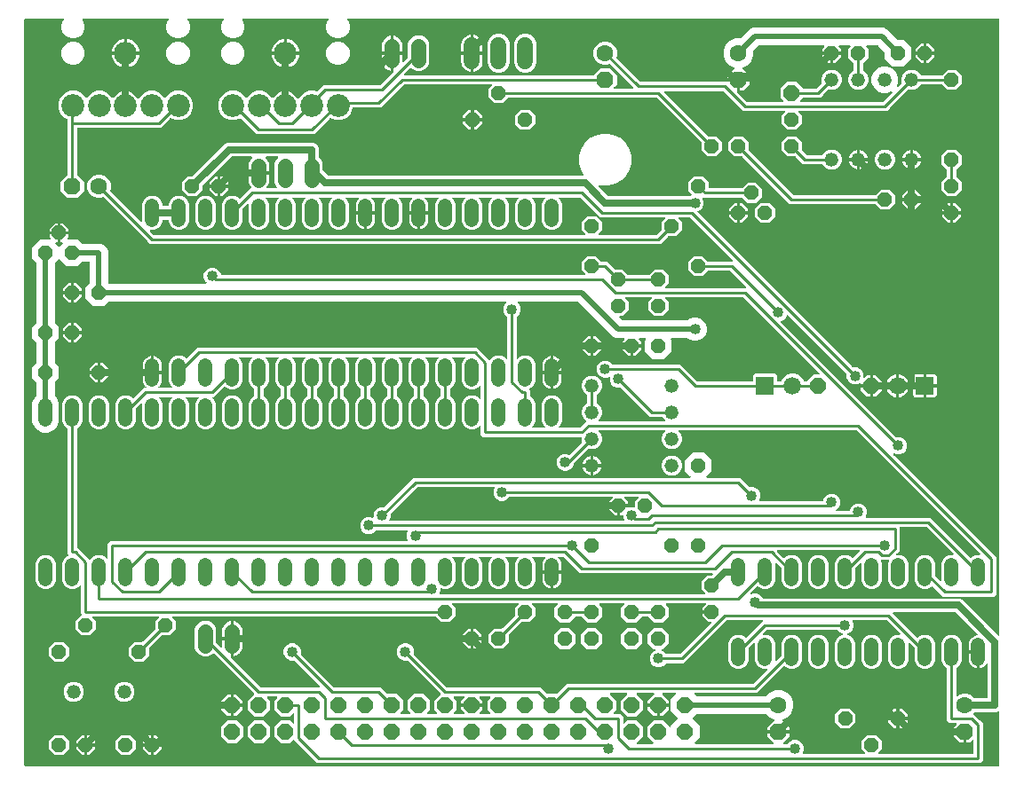
<source format=gtl>
G04 EAGLE Gerber RS-274X export*
G75*
%MOMM*%
%FSLAX34Y34*%
%LPD*%
%INTop Copper*%
%IPPOS*%
%AMOC8*
5,1,8,0,0,1.08239X$1,22.5*%
G01*
%ADD10P,1.429621X8X202.500000*%
%ADD11C,1.320800*%
%ADD12P,1.429621X8X292.500000*%
%ADD13P,1.429621X8X22.500000*%
%ADD14P,1.429621X8X112.500000*%
%ADD15C,1.422400*%
%ADD16C,2.184400*%
%ADD17P,1.649562X8X22.500000*%
%ADD18P,1.732040X8X292.500000*%
%ADD19C,1.600200*%
%ADD20P,1.732040X8X202.500000*%
%ADD21P,1.649562X8X202.500000*%
%ADD22C,1.524000*%
%ADD23R,1.714500X1.714500*%
%ADD24C,1.676400*%
%ADD25P,1.539592X8X22.500000*%
%ADD26C,1.320800*%
%ADD27C,0.711200*%
%ADD28C,1.016000*%
%ADD29C,0.254000*%
%ADD30C,0.508000*%

G36*
X933978Y17784D02*
X933978Y17784D01*
X933997Y17782D01*
X934099Y17804D01*
X934201Y17820D01*
X934218Y17830D01*
X934238Y17834D01*
X934327Y17887D01*
X934418Y17936D01*
X934432Y17950D01*
X934449Y17960D01*
X934516Y18039D01*
X934588Y18114D01*
X934596Y18132D01*
X934609Y18147D01*
X934648Y18243D01*
X934691Y18337D01*
X934693Y18357D01*
X934701Y18375D01*
X934719Y18542D01*
X934719Y69753D01*
X934712Y69798D01*
X934714Y69844D01*
X934692Y69919D01*
X934680Y69995D01*
X934658Y70036D01*
X934645Y70080D01*
X934601Y70144D01*
X934564Y70213D01*
X934531Y70244D01*
X934505Y70282D01*
X934443Y70329D01*
X934386Y70382D01*
X934344Y70402D01*
X934308Y70429D01*
X934234Y70453D01*
X934163Y70486D01*
X934117Y70491D01*
X934074Y70505D01*
X933996Y70504D01*
X933919Y70513D01*
X933874Y70503D01*
X933828Y70503D01*
X933696Y70465D01*
X933678Y70461D01*
X933674Y70458D01*
X933667Y70456D01*
X931589Y69595D01*
X911037Y69595D01*
X910947Y69581D01*
X910856Y69573D01*
X910826Y69561D01*
X910795Y69556D01*
X910714Y69513D01*
X910630Y69477D01*
X910598Y69451D01*
X910577Y69440D01*
X910555Y69417D01*
X910499Y69372D01*
X909930Y68804D01*
X909919Y68788D01*
X909903Y68775D01*
X909847Y68688D01*
X909787Y68604D01*
X909781Y68585D01*
X909770Y68568D01*
X909745Y68468D01*
X909715Y68369D01*
X909715Y68349D01*
X909710Y68330D01*
X909718Y68227D01*
X909721Y68123D01*
X909728Y68104D01*
X909729Y68084D01*
X909770Y67990D01*
X909805Y67892D01*
X909818Y67876D01*
X909826Y67858D01*
X909930Y67727D01*
X915966Y61692D01*
X918719Y58939D01*
X918719Y23611D01*
X916189Y21081D01*
X283961Y21081D01*
X265134Y39908D01*
X262203Y42839D01*
X262187Y42851D01*
X262175Y42866D01*
X262088Y42922D01*
X262004Y42983D01*
X261985Y42988D01*
X261968Y42999D01*
X261867Y43024D01*
X261769Y43055D01*
X261749Y43054D01*
X261729Y43059D01*
X261626Y43051D01*
X261523Y43049D01*
X261504Y43042D01*
X261484Y43040D01*
X261389Y43000D01*
X261292Y42964D01*
X261276Y42952D01*
X261258Y42944D01*
X261127Y42839D01*
X258419Y40131D01*
X249581Y40131D01*
X243331Y46381D01*
X243331Y55219D01*
X249581Y61469D01*
X258419Y61469D01*
X261082Y58806D01*
X261140Y58764D01*
X261192Y58715D01*
X261239Y58693D01*
X261281Y58663D01*
X261350Y58641D01*
X261415Y58611D01*
X261467Y58606D01*
X261517Y58590D01*
X261588Y58592D01*
X261659Y58584D01*
X261710Y58595D01*
X261762Y58597D01*
X261830Y58621D01*
X261900Y58636D01*
X261945Y58663D01*
X261993Y58681D01*
X262049Y58726D01*
X262111Y58763D01*
X262145Y58802D01*
X262185Y58835D01*
X262224Y58895D01*
X262271Y58950D01*
X262290Y58998D01*
X262318Y59042D01*
X262336Y59111D01*
X262363Y59178D01*
X262371Y59249D01*
X262379Y59280D01*
X262377Y59303D01*
X262381Y59344D01*
X262381Y67656D01*
X262370Y67726D01*
X262368Y67798D01*
X262350Y67847D01*
X262342Y67898D01*
X262308Y67962D01*
X262283Y68029D01*
X262251Y68070D01*
X262226Y68116D01*
X262174Y68165D01*
X262130Y68221D01*
X262086Y68249D01*
X262048Y68285D01*
X261983Y68315D01*
X261923Y68354D01*
X261872Y68367D01*
X261825Y68389D01*
X261754Y68397D01*
X261684Y68414D01*
X261632Y68410D01*
X261581Y68416D01*
X261510Y68401D01*
X261439Y68395D01*
X261391Y68375D01*
X261340Y68364D01*
X261279Y68327D01*
X261213Y68299D01*
X261157Y68254D01*
X261129Y68237D01*
X261114Y68220D01*
X261082Y68194D01*
X258419Y65531D01*
X249581Y65531D01*
X243331Y71781D01*
X243331Y80619D01*
X245994Y83282D01*
X246036Y83340D01*
X246085Y83392D01*
X246107Y83439D01*
X246137Y83481D01*
X246159Y83550D01*
X246189Y83615D01*
X246194Y83667D01*
X246210Y83717D01*
X246208Y83788D01*
X246216Y83859D01*
X246205Y83910D01*
X246203Y83962D01*
X246179Y84030D01*
X246164Y84100D01*
X246137Y84145D01*
X246119Y84193D01*
X246074Y84249D01*
X246037Y84311D01*
X245998Y84345D01*
X245965Y84385D01*
X245905Y84424D01*
X245850Y84471D01*
X245802Y84490D01*
X245758Y84518D01*
X245689Y84536D01*
X245622Y84563D01*
X245551Y84571D01*
X245520Y84579D01*
X245497Y84577D01*
X245456Y84581D01*
X237144Y84581D01*
X237074Y84570D01*
X237002Y84568D01*
X236953Y84550D01*
X236902Y84542D01*
X236838Y84508D01*
X236771Y84483D01*
X236730Y84451D01*
X236684Y84426D01*
X236635Y84374D01*
X236579Y84330D01*
X236551Y84286D01*
X236515Y84248D01*
X236485Y84183D01*
X236446Y84123D01*
X236433Y84072D01*
X236411Y84025D01*
X236403Y83954D01*
X236386Y83884D01*
X236390Y83832D01*
X236384Y83781D01*
X236399Y83710D01*
X236405Y83639D01*
X236425Y83591D01*
X236436Y83540D01*
X236473Y83479D01*
X236501Y83413D01*
X236546Y83357D01*
X236563Y83329D01*
X236580Y83314D01*
X236606Y83282D01*
X239269Y80619D01*
X239269Y71781D01*
X233019Y65531D01*
X224181Y65531D01*
X217931Y71781D01*
X217931Y80619D01*
X223814Y86502D01*
X223826Y86518D01*
X223841Y86530D01*
X223897Y86618D01*
X223958Y86702D01*
X223963Y86721D01*
X223974Y86737D01*
X223999Y86838D01*
X224030Y86937D01*
X224029Y86957D01*
X224034Y86976D01*
X224026Y87079D01*
X224024Y87183D01*
X224017Y87201D01*
X224015Y87221D01*
X223975Y87316D01*
X223971Y87326D01*
X223969Y87334D01*
X223966Y87340D01*
X223939Y87414D01*
X223927Y87429D01*
X223919Y87447D01*
X223851Y87532D01*
X223843Y87545D01*
X223834Y87553D01*
X223814Y87578D01*
X186025Y125367D01*
X186009Y125379D01*
X185997Y125394D01*
X185909Y125451D01*
X185825Y125511D01*
X185807Y125517D01*
X185790Y125527D01*
X185689Y125553D01*
X185590Y125583D01*
X185570Y125583D01*
X185551Y125587D01*
X185448Y125579D01*
X185345Y125577D01*
X185326Y125570D01*
X185306Y125568D01*
X185211Y125528D01*
X185113Y125492D01*
X185098Y125480D01*
X185080Y125472D01*
X184949Y125367D01*
X183556Y123974D01*
X179821Y122427D01*
X175779Y122427D01*
X172044Y123974D01*
X169186Y126832D01*
X167639Y130567D01*
X167639Y148833D01*
X169186Y152568D01*
X172044Y155426D01*
X175779Y156973D01*
X179821Y156973D01*
X183556Y155426D01*
X186414Y152568D01*
X187961Y148833D01*
X187961Y135962D01*
X187975Y135872D01*
X187983Y135781D01*
X187995Y135751D01*
X188000Y135719D01*
X188043Y135639D01*
X188079Y135555D01*
X188105Y135523D01*
X188116Y135502D01*
X188139Y135480D01*
X188184Y135424D01*
X192248Y131360D01*
X192306Y131318D01*
X192358Y131269D01*
X192405Y131247D01*
X192447Y131216D01*
X192516Y131195D01*
X192581Y131165D01*
X192633Y131159D01*
X192683Y131144D01*
X192754Y131146D01*
X192825Y131138D01*
X192876Y131149D01*
X192928Y131150D01*
X192996Y131175D01*
X193066Y131190D01*
X193111Y131217D01*
X193159Y131235D01*
X193215Y131280D01*
X193277Y131316D01*
X193311Y131356D01*
X193351Y131388D01*
X193390Y131449D01*
X193437Y131503D01*
X193456Y131552D01*
X193484Y131595D01*
X193502Y131665D01*
X193529Y131731D01*
X193537Y131803D01*
X193545Y131834D01*
X193543Y131857D01*
X193547Y131898D01*
X193547Y138177D01*
X201677Y138177D01*
X201677Y122246D01*
X201692Y122156D01*
X201699Y122065D01*
X201711Y122035D01*
X201717Y122003D01*
X201759Y121923D01*
X201795Y121839D01*
X201821Y121807D01*
X201832Y121786D01*
X201855Y121764D01*
X201900Y121708D01*
X230166Y93442D01*
X230240Y93389D01*
X230309Y93329D01*
X230339Y93317D01*
X230366Y93298D01*
X230453Y93271D01*
X230537Y93237D01*
X230578Y93233D01*
X230601Y93226D01*
X230633Y93227D01*
X230704Y93219D01*
X286186Y93219D01*
X286257Y93230D01*
X286328Y93232D01*
X286377Y93250D01*
X286429Y93258D01*
X286492Y93292D01*
X286559Y93317D01*
X286600Y93349D01*
X286646Y93374D01*
X286695Y93426D01*
X286751Y93470D01*
X286780Y93514D01*
X286815Y93552D01*
X286846Y93617D01*
X286884Y93677D01*
X286897Y93728D01*
X286919Y93775D01*
X286927Y93846D01*
X286944Y93916D01*
X286940Y93968D01*
X286946Y94019D01*
X286931Y94090D01*
X286925Y94161D01*
X286905Y94209D01*
X286894Y94260D01*
X286857Y94321D01*
X286829Y94387D01*
X286784Y94443D01*
X286768Y94471D01*
X286750Y94486D01*
X286724Y94518D01*
X262594Y118648D01*
X262520Y118701D01*
X262451Y118761D01*
X262421Y118773D01*
X262394Y118792D01*
X262307Y118819D01*
X262223Y118853D01*
X262182Y118857D01*
X262159Y118864D01*
X262127Y118863D01*
X262056Y118871D01*
X258733Y118871D01*
X255745Y120109D01*
X253459Y122395D01*
X252221Y125383D01*
X252221Y128617D01*
X253459Y131605D01*
X255745Y133891D01*
X258733Y135129D01*
X261967Y135129D01*
X264955Y133891D01*
X267241Y131605D01*
X268479Y128617D01*
X268479Y125294D01*
X268493Y125204D01*
X268501Y125113D01*
X268513Y125083D01*
X268518Y125051D01*
X268561Y124971D01*
X268597Y124887D01*
X268623Y124855D01*
X268634Y124834D01*
X268657Y124812D01*
X268702Y124756D01*
X300016Y93442D01*
X300090Y93389D01*
X300159Y93329D01*
X300189Y93317D01*
X300216Y93298D01*
X300303Y93271D01*
X300387Y93237D01*
X300428Y93233D01*
X300451Y93226D01*
X300483Y93227D01*
X300554Y93219D01*
X344689Y93219D01*
X350816Y87092D01*
X350890Y87039D01*
X350959Y86979D01*
X350989Y86967D01*
X351016Y86948D01*
X351103Y86921D01*
X351187Y86887D01*
X351228Y86883D01*
X351251Y86876D01*
X351283Y86877D01*
X351354Y86869D01*
X360019Y86869D01*
X366269Y80619D01*
X366269Y71781D01*
X363606Y69118D01*
X363564Y69060D01*
X363515Y69008D01*
X363493Y68961D01*
X363463Y68919D01*
X363441Y68850D01*
X363411Y68785D01*
X363406Y68733D01*
X363390Y68683D01*
X363392Y68612D01*
X363384Y68541D01*
X363395Y68490D01*
X363397Y68438D01*
X363421Y68370D01*
X363436Y68300D01*
X363463Y68255D01*
X363481Y68207D01*
X363526Y68151D01*
X363563Y68089D01*
X363602Y68055D01*
X363635Y68015D01*
X363695Y67976D01*
X363750Y67929D01*
X363798Y67910D01*
X363842Y67882D01*
X363911Y67864D01*
X363978Y67837D01*
X364049Y67829D01*
X364080Y67821D01*
X364103Y67823D01*
X364144Y67819D01*
X372456Y67819D01*
X372526Y67830D01*
X372598Y67832D01*
X372647Y67850D01*
X372698Y67858D01*
X372762Y67892D01*
X372829Y67917D01*
X372870Y67949D01*
X372916Y67974D01*
X372965Y68026D01*
X373021Y68070D01*
X373049Y68114D01*
X373085Y68152D01*
X373115Y68217D01*
X373154Y68277D01*
X373167Y68328D01*
X373189Y68375D01*
X373197Y68446D01*
X373214Y68516D01*
X373210Y68568D01*
X373216Y68619D01*
X373201Y68690D01*
X373195Y68761D01*
X373175Y68809D01*
X373164Y68860D01*
X373127Y68921D01*
X373099Y68987D01*
X373054Y69043D01*
X373037Y69071D01*
X373020Y69086D01*
X372994Y69118D01*
X370331Y71781D01*
X370331Y80619D01*
X376581Y86869D01*
X385419Y86869D01*
X391669Y80619D01*
X391669Y71781D01*
X389006Y69118D01*
X388964Y69060D01*
X388915Y69008D01*
X388893Y68961D01*
X388863Y68919D01*
X388841Y68850D01*
X388811Y68785D01*
X388806Y68733D01*
X388790Y68683D01*
X388792Y68612D01*
X388784Y68541D01*
X388795Y68490D01*
X388797Y68438D01*
X388821Y68370D01*
X388836Y68300D01*
X388863Y68255D01*
X388881Y68207D01*
X388926Y68151D01*
X388963Y68089D01*
X389002Y68055D01*
X389035Y68015D01*
X389095Y67976D01*
X389150Y67929D01*
X389198Y67910D01*
X389242Y67882D01*
X389311Y67864D01*
X389378Y67837D01*
X389449Y67829D01*
X389480Y67821D01*
X389503Y67823D01*
X389544Y67819D01*
X397856Y67819D01*
X397926Y67830D01*
X397998Y67832D01*
X398047Y67850D01*
X398098Y67858D01*
X398162Y67892D01*
X398229Y67917D01*
X398270Y67949D01*
X398316Y67974D01*
X398365Y68026D01*
X398421Y68070D01*
X398449Y68114D01*
X398485Y68152D01*
X398515Y68217D01*
X398554Y68277D01*
X398567Y68328D01*
X398589Y68375D01*
X398597Y68446D01*
X398614Y68516D01*
X398610Y68568D01*
X398616Y68619D01*
X398601Y68690D01*
X398595Y68761D01*
X398575Y68809D01*
X398564Y68860D01*
X398527Y68921D01*
X398499Y68987D01*
X398454Y69043D01*
X398437Y69071D01*
X398420Y69086D01*
X398394Y69118D01*
X395731Y71781D01*
X395731Y80619D01*
X401614Y86502D01*
X401626Y86518D01*
X401641Y86530D01*
X401697Y86618D01*
X401758Y86702D01*
X401763Y86721D01*
X401774Y86737D01*
X401799Y86838D01*
X401830Y86937D01*
X401829Y86957D01*
X401834Y86976D01*
X401826Y87079D01*
X401824Y87183D01*
X401817Y87201D01*
X401815Y87221D01*
X401775Y87316D01*
X401771Y87326D01*
X401769Y87334D01*
X401766Y87340D01*
X401739Y87414D01*
X401727Y87429D01*
X401719Y87447D01*
X401651Y87532D01*
X401643Y87545D01*
X401634Y87553D01*
X401614Y87578D01*
X370544Y118648D01*
X370470Y118701D01*
X370401Y118761D01*
X370371Y118773D01*
X370344Y118792D01*
X370257Y118819D01*
X370173Y118853D01*
X370132Y118857D01*
X370109Y118864D01*
X370077Y118863D01*
X370006Y118871D01*
X366683Y118871D01*
X363695Y120109D01*
X361409Y122395D01*
X360171Y125383D01*
X360171Y128617D01*
X361409Y131605D01*
X363695Y133891D01*
X366683Y135129D01*
X369917Y135129D01*
X372905Y133891D01*
X375191Y131605D01*
X376429Y128617D01*
X376429Y125294D01*
X376443Y125204D01*
X376451Y125113D01*
X376463Y125083D01*
X376468Y125051D01*
X376511Y124971D01*
X376547Y124887D01*
X376573Y124855D01*
X376584Y124834D01*
X376607Y124812D01*
X376652Y124756D01*
X407966Y93442D01*
X408040Y93389D01*
X408109Y93329D01*
X408139Y93317D01*
X408166Y93298D01*
X408253Y93271D01*
X408337Y93237D01*
X408378Y93233D01*
X408401Y93226D01*
X408433Y93227D01*
X408504Y93219D01*
X497089Y93219D01*
X503216Y87092D01*
X503290Y87039D01*
X503359Y86979D01*
X503389Y86967D01*
X503416Y86948D01*
X503503Y86921D01*
X503587Y86887D01*
X503628Y86883D01*
X503651Y86876D01*
X503683Y86877D01*
X503754Y86869D01*
X512246Y86869D01*
X512336Y86883D01*
X512427Y86891D01*
X512457Y86903D01*
X512489Y86908D01*
X512569Y86951D01*
X512653Y86987D01*
X512685Y87013D01*
X512706Y87024D01*
X512728Y87047D01*
X512784Y87092D01*
X522086Y96394D01*
X699571Y96394D01*
X699661Y96408D01*
X699752Y96416D01*
X699782Y96428D01*
X699814Y96433D01*
X699894Y96476D01*
X699978Y96512D01*
X700010Y96538D01*
X700031Y96549D01*
X700053Y96572D01*
X700109Y96617D01*
X712936Y109444D01*
X712978Y109502D01*
X713027Y109554D01*
X713049Y109601D01*
X713080Y109643D01*
X713101Y109712D01*
X713131Y109777D01*
X713137Y109829D01*
X713152Y109879D01*
X713150Y109950D01*
X713158Y110021D01*
X713147Y110072D01*
X713146Y110124D01*
X713121Y110192D01*
X713106Y110262D01*
X713079Y110307D01*
X713061Y110355D01*
X713016Y110411D01*
X712980Y110473D01*
X712940Y110507D01*
X712908Y110547D01*
X712847Y110586D01*
X712793Y110633D01*
X712744Y110652D01*
X712701Y110680D01*
X712631Y110698D01*
X712565Y110725D01*
X712493Y110733D01*
X712462Y110741D01*
X712439Y110739D01*
X712398Y110743D01*
X709280Y110743D01*
X705732Y112213D01*
X703017Y114928D01*
X701547Y118476D01*
X701547Y134802D01*
X701536Y134873D01*
X701534Y134944D01*
X701516Y134993D01*
X701508Y135045D01*
X701474Y135108D01*
X701449Y135175D01*
X701417Y135216D01*
X701392Y135262D01*
X701340Y135311D01*
X701296Y135367D01*
X701252Y135396D01*
X701214Y135431D01*
X701149Y135462D01*
X701089Y135500D01*
X701038Y135513D01*
X700991Y135535D01*
X700920Y135543D01*
X700850Y135560D01*
X700798Y135556D01*
X700747Y135562D01*
X700676Y135547D01*
X700605Y135541D01*
X700557Y135521D01*
X700506Y135510D01*
X700445Y135473D01*
X700379Y135445D01*
X700323Y135400D01*
X700295Y135384D01*
X700280Y135366D01*
X700248Y135340D01*
X695676Y130768D01*
X695623Y130694D01*
X695563Y130625D01*
X695551Y130595D01*
X695532Y130568D01*
X695505Y130481D01*
X695471Y130397D01*
X695467Y130356D01*
X695460Y130333D01*
X695461Y130301D01*
X695453Y130230D01*
X695453Y118476D01*
X693983Y114928D01*
X691268Y112213D01*
X687720Y110743D01*
X683880Y110743D01*
X680332Y112213D01*
X677617Y114928D01*
X676147Y118476D01*
X676147Y135524D01*
X677617Y139072D01*
X680332Y141787D01*
X683880Y143257D01*
X687720Y143257D01*
X691268Y141787D01*
X692335Y140720D01*
X692352Y140708D01*
X692364Y140692D01*
X692451Y140636D01*
X692535Y140576D01*
X692554Y140570D01*
X692571Y140559D01*
X692671Y140534D01*
X692770Y140504D01*
X692790Y140504D01*
X692809Y140499D01*
X692912Y140507D01*
X693016Y140510D01*
X693035Y140517D01*
X693055Y140518D01*
X693150Y140559D01*
X693247Y140594D01*
X693263Y140607D01*
X693281Y140615D01*
X693412Y140720D01*
X706658Y153966D01*
X708999Y156307D01*
X709041Y156365D01*
X709090Y156417D01*
X709112Y156464D01*
X709143Y156506D01*
X709164Y156575D01*
X709194Y156640D01*
X709200Y156692D01*
X709215Y156742D01*
X709213Y156813D01*
X709221Y156884D01*
X709210Y156935D01*
X709209Y156987D01*
X709184Y157055D01*
X709169Y157125D01*
X709142Y157170D01*
X709124Y157218D01*
X709079Y157274D01*
X709043Y157336D01*
X709003Y157370D01*
X708971Y157410D01*
X708910Y157449D01*
X708856Y157496D01*
X708807Y157515D01*
X708764Y157543D01*
X708694Y157561D01*
X708628Y157588D01*
X708556Y157596D01*
X708525Y157604D01*
X708502Y157602D01*
X708461Y157606D01*
X675204Y157606D01*
X675114Y157592D01*
X675023Y157584D01*
X674993Y157572D01*
X674961Y157567D01*
X674881Y157524D01*
X674797Y157488D01*
X674765Y157462D01*
X674744Y157451D01*
X674722Y157428D01*
X674666Y157383D01*
X633614Y116331D01*
X617092Y116331D01*
X617002Y116317D01*
X616911Y116309D01*
X616882Y116297D01*
X616850Y116292D01*
X616769Y116249D01*
X616685Y116213D01*
X616653Y116187D01*
X616632Y116176D01*
X616610Y116153D01*
X616554Y116108D01*
X614205Y113759D01*
X611217Y112521D01*
X607983Y112521D01*
X604995Y113759D01*
X602709Y116045D01*
X601471Y119033D01*
X601471Y122267D01*
X602709Y125255D01*
X604995Y127541D01*
X606283Y128075D01*
X606366Y128126D01*
X606452Y128172D01*
X606470Y128190D01*
X606493Y128204D01*
X606555Y128280D01*
X606622Y128350D01*
X606633Y128374D01*
X606649Y128394D01*
X606684Y128485D01*
X606725Y128573D01*
X606728Y128599D01*
X606738Y128623D01*
X606742Y128721D01*
X606752Y128817D01*
X606747Y128843D01*
X606748Y128869D01*
X606721Y128963D01*
X606700Y129058D01*
X606687Y129080D01*
X606679Y129105D01*
X606624Y129185D01*
X606574Y129269D01*
X606554Y129286D01*
X606539Y129307D01*
X606461Y129366D01*
X606387Y129429D01*
X606363Y129439D01*
X606342Y129454D01*
X606249Y129484D01*
X606159Y129521D01*
X606126Y129524D01*
X606108Y129530D01*
X606075Y129530D01*
X605992Y129539D01*
X605391Y129539D01*
X599439Y135491D01*
X599439Y143909D01*
X605391Y149861D01*
X613809Y149861D01*
X619761Y143909D01*
X619761Y135491D01*
X613809Y129539D01*
X613208Y129539D01*
X613112Y129524D01*
X613015Y129514D01*
X612991Y129504D01*
X612965Y129500D01*
X612879Y129454D01*
X612790Y129414D01*
X612771Y129397D01*
X612748Y129384D01*
X612681Y129314D01*
X612609Y129248D01*
X612596Y129225D01*
X612578Y129206D01*
X612537Y129118D01*
X612490Y129032D01*
X612486Y129007D01*
X612475Y128983D01*
X612464Y128886D01*
X612447Y128790D01*
X612451Y128764D01*
X612448Y128739D01*
X612468Y128643D01*
X612482Y128547D01*
X612494Y128524D01*
X612500Y128498D01*
X612550Y128415D01*
X612594Y128328D01*
X612613Y128309D01*
X612626Y128287D01*
X612700Y128224D01*
X612770Y128156D01*
X612798Y128140D01*
X612813Y128127D01*
X612844Y128115D01*
X612917Y128075D01*
X614205Y127541D01*
X616554Y125192D01*
X616628Y125139D01*
X616697Y125079D01*
X616728Y125067D01*
X616754Y125048D01*
X616841Y125021D01*
X616926Y124987D01*
X616967Y124983D01*
X616989Y124976D01*
X617021Y124977D01*
X617092Y124969D01*
X629721Y124969D01*
X629811Y124983D01*
X629902Y124991D01*
X629932Y125003D01*
X629964Y125008D01*
X630044Y125051D01*
X630128Y125087D01*
X630160Y125113D01*
X630181Y125124D01*
X630203Y125147D01*
X630259Y125192D01*
X659723Y154656D01*
X659765Y154714D01*
X659814Y154766D01*
X659836Y154813D01*
X659867Y154855D01*
X659888Y154924D01*
X659918Y154989D01*
X659924Y155041D01*
X659939Y155091D01*
X659937Y155162D01*
X659945Y155233D01*
X659934Y155284D01*
X659933Y155336D01*
X659908Y155404D01*
X659893Y155474D01*
X659866Y155518D01*
X659848Y155567D01*
X659803Y155623D01*
X659767Y155685D01*
X659727Y155719D01*
X659694Y155759D01*
X659634Y155798D01*
X659580Y155845D01*
X659531Y155864D01*
X659488Y155892D01*
X659418Y155910D01*
X659352Y155937D01*
X659280Y155945D01*
X659249Y155953D01*
X659226Y155951D01*
X659185Y155955D01*
X656612Y155955D01*
X651255Y161312D01*
X651255Y163577D01*
X659638Y163577D01*
X659658Y163580D01*
X659677Y163578D01*
X659779Y163600D01*
X659881Y163617D01*
X659898Y163626D01*
X659918Y163630D01*
X660007Y163683D01*
X660098Y163732D01*
X660112Y163746D01*
X660129Y163756D01*
X660196Y163835D01*
X660267Y163910D01*
X660276Y163928D01*
X660289Y163943D01*
X660327Y164039D01*
X660371Y164133D01*
X660373Y164153D01*
X660381Y164171D01*
X660399Y164338D01*
X660399Y165862D01*
X660396Y165882D01*
X660398Y165901D01*
X660376Y166003D01*
X660359Y166105D01*
X660350Y166122D01*
X660346Y166142D01*
X660293Y166231D01*
X660244Y166322D01*
X660230Y166336D01*
X660220Y166353D01*
X660141Y166420D01*
X660066Y166491D01*
X660048Y166500D01*
X660033Y166513D01*
X659937Y166552D01*
X659843Y166595D01*
X659823Y166597D01*
X659805Y166605D01*
X659638Y166623D01*
X651255Y166623D01*
X651255Y168888D01*
X654549Y172182D01*
X654591Y172240D01*
X654640Y172292D01*
X654662Y172339D01*
X654693Y172381D01*
X654714Y172450D01*
X654744Y172515D01*
X654750Y172567D01*
X654765Y172617D01*
X654763Y172688D01*
X654771Y172759D01*
X654760Y172810D01*
X654759Y172862D01*
X654734Y172930D01*
X654719Y173000D01*
X654692Y173045D01*
X654674Y173093D01*
X654629Y173149D01*
X654593Y173211D01*
X654553Y173245D01*
X654521Y173285D01*
X654460Y173324D01*
X654406Y173371D01*
X654357Y173390D01*
X654314Y173418D01*
X654244Y173436D01*
X654178Y173463D01*
X654106Y173471D01*
X654075Y173479D01*
X654052Y173477D01*
X654011Y173481D01*
X617426Y173481D01*
X617355Y173470D01*
X617284Y173468D01*
X617235Y173450D01*
X617183Y173442D01*
X617120Y173408D01*
X617053Y173383D01*
X617012Y173351D01*
X616966Y173326D01*
X616916Y173274D01*
X616860Y173230D01*
X616832Y173186D01*
X616796Y173148D01*
X616766Y173083D01*
X616727Y173023D01*
X616715Y172972D01*
X616693Y172925D01*
X616685Y172854D01*
X616667Y172784D01*
X616671Y172732D01*
X616666Y172681D01*
X616681Y172610D01*
X616687Y172539D01*
X616707Y172491D01*
X616718Y172440D01*
X616755Y172379D01*
X616783Y172313D01*
X616828Y172257D01*
X616844Y172229D01*
X616862Y172214D01*
X616888Y172182D01*
X619761Y169309D01*
X619761Y160891D01*
X613809Y154939D01*
X605391Y154939D01*
X599772Y160558D01*
X599698Y160611D01*
X599629Y160671D01*
X599599Y160683D01*
X599573Y160702D01*
X599486Y160729D01*
X599401Y160763D01*
X599360Y160767D01*
X599337Y160774D01*
X599305Y160773D01*
X599234Y160781D01*
X594566Y160781D01*
X594476Y160767D01*
X594385Y160759D01*
X594355Y160747D01*
X594323Y160742D01*
X594243Y160699D01*
X594159Y160663D01*
X594127Y160637D01*
X594106Y160626D01*
X594084Y160603D01*
X594028Y160558D01*
X588409Y154939D01*
X579991Y154939D01*
X574039Y160891D01*
X574039Y169309D01*
X576912Y172182D01*
X576954Y172240D01*
X577004Y172292D01*
X577025Y172339D01*
X577056Y172381D01*
X577077Y172450D01*
X577107Y172515D01*
X577113Y172567D01*
X577128Y172617D01*
X577126Y172688D01*
X577134Y172759D01*
X577123Y172810D01*
X577122Y172862D01*
X577097Y172930D01*
X577082Y173000D01*
X577055Y173045D01*
X577037Y173093D01*
X576993Y173149D01*
X576956Y173211D01*
X576916Y173245D01*
X576884Y173285D01*
X576823Y173324D01*
X576769Y173371D01*
X576721Y173390D01*
X576677Y173418D01*
X576607Y173436D01*
X576541Y173463D01*
X576469Y173471D01*
X576438Y173479D01*
X576415Y173477D01*
X576374Y173481D01*
X553926Y173481D01*
X553855Y173470D01*
X553784Y173468D01*
X553735Y173450D01*
X553683Y173442D01*
X553620Y173408D01*
X553553Y173383D01*
X553512Y173351D01*
X553466Y173326D01*
X553416Y173274D01*
X553360Y173230D01*
X553332Y173186D01*
X553296Y173148D01*
X553266Y173083D01*
X553227Y173023D01*
X553215Y172972D01*
X553193Y172925D01*
X553185Y172854D01*
X553167Y172784D01*
X553171Y172732D01*
X553166Y172681D01*
X553181Y172610D01*
X553187Y172539D01*
X553207Y172491D01*
X553218Y172440D01*
X553255Y172379D01*
X553283Y172313D01*
X553328Y172257D01*
X553344Y172229D01*
X553362Y172214D01*
X553388Y172182D01*
X556261Y169309D01*
X556261Y160891D01*
X550309Y154939D01*
X541891Y154939D01*
X536272Y160558D01*
X536198Y160611D01*
X536129Y160671D01*
X536099Y160683D01*
X536073Y160702D01*
X535986Y160729D01*
X535901Y160763D01*
X535860Y160767D01*
X535837Y160774D01*
X535805Y160773D01*
X535734Y160781D01*
X531066Y160781D01*
X530976Y160767D01*
X530885Y160759D01*
X530855Y160747D01*
X530823Y160742D01*
X530743Y160699D01*
X530659Y160663D01*
X530627Y160637D01*
X530606Y160626D01*
X530584Y160603D01*
X530528Y160558D01*
X524909Y154939D01*
X516491Y154939D01*
X510539Y160891D01*
X510539Y169309D01*
X513412Y172182D01*
X513454Y172240D01*
X513504Y172292D01*
X513525Y172339D01*
X513556Y172381D01*
X513577Y172450D01*
X513607Y172515D01*
X513613Y172567D01*
X513628Y172617D01*
X513626Y172688D01*
X513634Y172759D01*
X513623Y172810D01*
X513622Y172862D01*
X513597Y172930D01*
X513582Y173000D01*
X513555Y173045D01*
X513537Y173093D01*
X513493Y173149D01*
X513456Y173211D01*
X513416Y173245D01*
X513384Y173285D01*
X513323Y173324D01*
X513269Y173371D01*
X513221Y173390D01*
X513177Y173418D01*
X513107Y173436D01*
X513041Y173463D01*
X512969Y173471D01*
X512938Y173479D01*
X512915Y173477D01*
X512874Y173481D01*
X489708Y173481D01*
X489637Y173470D01*
X489565Y173468D01*
X489516Y173450D01*
X489465Y173442D01*
X489401Y173408D01*
X489334Y173383D01*
X489293Y173351D01*
X489247Y173326D01*
X489198Y173274D01*
X489142Y173230D01*
X489114Y173186D01*
X489078Y173148D01*
X489048Y173083D01*
X489009Y173023D01*
X488996Y172972D01*
X488974Y172925D01*
X488967Y172854D01*
X488949Y172784D01*
X488953Y172732D01*
X488947Y172681D01*
X488963Y172610D01*
X488968Y172539D01*
X488988Y172491D01*
X489000Y172440D01*
X489036Y172379D01*
X489064Y172313D01*
X489109Y172257D01*
X489126Y172229D01*
X489144Y172214D01*
X489169Y172182D01*
X492253Y169098D01*
X492253Y161102D01*
X486598Y155447D01*
X479370Y155447D01*
X479280Y155433D01*
X479189Y155425D01*
X479159Y155413D01*
X479127Y155408D01*
X479047Y155365D01*
X478963Y155329D01*
X478931Y155303D01*
X478910Y155292D01*
X478888Y155269D01*
X478832Y155224D01*
X467076Y143468D01*
X467023Y143394D01*
X466963Y143325D01*
X466951Y143295D01*
X466932Y143268D01*
X466905Y143181D01*
X466871Y143097D01*
X466867Y143056D01*
X466860Y143033D01*
X466861Y143001D01*
X466853Y142930D01*
X466853Y135702D01*
X461198Y130047D01*
X453202Y130047D01*
X447547Y135702D01*
X447547Y143698D01*
X453202Y149353D01*
X460430Y149353D01*
X460520Y149367D01*
X460611Y149375D01*
X460641Y149387D01*
X460673Y149392D01*
X460753Y149435D01*
X460837Y149471D01*
X460869Y149497D01*
X460890Y149508D01*
X460912Y149531D01*
X460968Y149576D01*
X472724Y161332D01*
X472777Y161406D01*
X472837Y161475D01*
X472849Y161505D01*
X472868Y161532D01*
X472895Y161619D01*
X472929Y161703D01*
X472933Y161744D01*
X472940Y161767D01*
X472939Y161799D01*
X472947Y161870D01*
X472947Y169098D01*
X476031Y172182D01*
X476073Y172240D01*
X476122Y172292D01*
X476144Y172339D01*
X476174Y172381D01*
X476195Y172450D01*
X476226Y172515D01*
X476231Y172567D01*
X476247Y172617D01*
X476245Y172688D01*
X476253Y172759D01*
X476242Y172810D01*
X476240Y172862D01*
X476216Y172930D01*
X476200Y173000D01*
X476174Y173045D01*
X476156Y173093D01*
X476111Y173149D01*
X476074Y173211D01*
X476035Y173245D01*
X476002Y173285D01*
X475942Y173324D01*
X475887Y173371D01*
X475839Y173390D01*
X475795Y173418D01*
X475726Y173436D01*
X475659Y173463D01*
X475588Y173471D01*
X475557Y173479D01*
X475533Y173477D01*
X475492Y173481D01*
X413508Y173481D01*
X413437Y173470D01*
X413365Y173468D01*
X413316Y173450D01*
X413265Y173442D01*
X413201Y173408D01*
X413134Y173383D01*
X413093Y173351D01*
X413047Y173326D01*
X412998Y173274D01*
X412942Y173230D01*
X412914Y173186D01*
X412878Y173148D01*
X412848Y173083D01*
X412809Y173023D01*
X412796Y172972D01*
X412774Y172925D01*
X412767Y172854D01*
X412749Y172784D01*
X412753Y172732D01*
X412747Y172681D01*
X412763Y172610D01*
X412768Y172539D01*
X412788Y172491D01*
X412800Y172440D01*
X412836Y172379D01*
X412864Y172313D01*
X412909Y172257D01*
X412926Y172229D01*
X412944Y172214D01*
X412969Y172182D01*
X416053Y169098D01*
X416053Y161102D01*
X410398Y155447D01*
X402402Y155447D01*
X397291Y160558D01*
X397217Y160611D01*
X397147Y160671D01*
X397117Y160683D01*
X397091Y160702D01*
X397004Y160729D01*
X396919Y160763D01*
X396878Y160767D01*
X396856Y160774D01*
X396824Y160773D01*
X396752Y160781D01*
X146808Y160781D01*
X146737Y160770D01*
X146665Y160768D01*
X146616Y160750D01*
X146565Y160742D01*
X146501Y160708D01*
X146434Y160683D01*
X146393Y160651D01*
X146347Y160626D01*
X146298Y160574D01*
X146242Y160530D01*
X146214Y160486D01*
X146178Y160448D01*
X146148Y160383D01*
X146109Y160323D01*
X146096Y160272D01*
X146074Y160225D01*
X146067Y160154D01*
X146049Y160084D01*
X146053Y160032D01*
X146047Y159981D01*
X146063Y159910D01*
X146068Y159839D01*
X146088Y159791D01*
X146100Y159740D01*
X146136Y159679D01*
X146164Y159613D01*
X146209Y159557D01*
X146226Y159529D01*
X146244Y159514D01*
X146269Y159482D01*
X149353Y156398D01*
X149353Y148402D01*
X143698Y142747D01*
X136470Y142747D01*
X136380Y142733D01*
X136289Y142725D01*
X136259Y142713D01*
X136227Y142708D01*
X136147Y142665D01*
X136063Y142629D01*
X136031Y142603D01*
X136010Y142592D01*
X135988Y142569D01*
X135932Y142524D01*
X124176Y130768D01*
X124123Y130694D01*
X124063Y130625D01*
X124051Y130595D01*
X124032Y130568D01*
X124005Y130481D01*
X123971Y130397D01*
X123967Y130356D01*
X123960Y130333D01*
X123961Y130301D01*
X123953Y130230D01*
X123953Y123002D01*
X118298Y117347D01*
X110302Y117347D01*
X104647Y123002D01*
X104647Y130998D01*
X110302Y136653D01*
X117530Y136653D01*
X117620Y136667D01*
X117711Y136675D01*
X117741Y136687D01*
X117773Y136692D01*
X117853Y136735D01*
X117937Y136771D01*
X117969Y136797D01*
X117990Y136808D01*
X118012Y136831D01*
X118068Y136876D01*
X129824Y148632D01*
X129877Y148706D01*
X129937Y148775D01*
X129949Y148805D01*
X129968Y148832D01*
X129995Y148919D01*
X130029Y149003D01*
X130033Y149044D01*
X130040Y149067D01*
X130039Y149099D01*
X130047Y149170D01*
X130047Y156398D01*
X133131Y159482D01*
X133173Y159540D01*
X133222Y159592D01*
X133244Y159639D01*
X133274Y159681D01*
X133295Y159750D01*
X133326Y159815D01*
X133331Y159867D01*
X133347Y159917D01*
X133345Y159988D01*
X133353Y160059D01*
X133342Y160110D01*
X133340Y160162D01*
X133316Y160230D01*
X133300Y160300D01*
X133274Y160345D01*
X133256Y160393D01*
X133211Y160449D01*
X133174Y160511D01*
X133135Y160545D01*
X133102Y160585D01*
X133042Y160624D01*
X132987Y160671D01*
X132939Y160690D01*
X132895Y160718D01*
X132826Y160736D01*
X132759Y160763D01*
X132688Y160771D01*
X132657Y160779D01*
X132633Y160777D01*
X132592Y160781D01*
X70608Y160781D01*
X70537Y160770D01*
X70465Y160768D01*
X70416Y160750D01*
X70365Y160742D01*
X70301Y160708D01*
X70234Y160683D01*
X70193Y160651D01*
X70147Y160626D01*
X70098Y160574D01*
X70042Y160530D01*
X70014Y160486D01*
X69978Y160448D01*
X69948Y160383D01*
X69909Y160323D01*
X69896Y160272D01*
X69874Y160225D01*
X69867Y160154D01*
X69849Y160084D01*
X69853Y160032D01*
X69847Y159981D01*
X69863Y159910D01*
X69868Y159839D01*
X69888Y159791D01*
X69900Y159740D01*
X69936Y159679D01*
X69964Y159613D01*
X70009Y159557D01*
X70026Y159529D01*
X70044Y159514D01*
X70069Y159482D01*
X73153Y156398D01*
X73153Y148402D01*
X67498Y142747D01*
X59502Y142747D01*
X53847Y148402D01*
X53847Y156398D01*
X59432Y161983D01*
X59444Y162000D01*
X59460Y162012D01*
X59515Y162099D01*
X59576Y162183D01*
X59582Y162202D01*
X59593Y162219D01*
X59618Y162319D01*
X59648Y162418D01*
X59648Y162438D01*
X59653Y162458D01*
X59645Y162561D01*
X59642Y162664D01*
X59635Y162683D01*
X59634Y162703D01*
X59593Y162798D01*
X59558Y162895D01*
X59545Y162911D01*
X59537Y162929D01*
X59432Y163060D01*
X59181Y163311D01*
X59181Y189488D01*
X59170Y189559D01*
X59168Y189631D01*
X59150Y189680D01*
X59142Y189731D01*
X59108Y189795D01*
X59083Y189862D01*
X59051Y189903D01*
X59026Y189949D01*
X58974Y189998D01*
X58930Y190054D01*
X58886Y190082D01*
X58848Y190118D01*
X58783Y190148D01*
X58723Y190187D01*
X58672Y190200D01*
X58625Y190222D01*
X58554Y190229D01*
X58484Y190247D01*
X58432Y190243D01*
X58381Y190249D01*
X58310Y190233D01*
X58239Y190228D01*
X58191Y190208D01*
X58140Y190196D01*
X58079Y190160D01*
X58013Y190132D01*
X57957Y190087D01*
X57929Y190070D01*
X57914Y190052D01*
X57882Y190027D01*
X56268Y188413D01*
X52720Y186943D01*
X48880Y186943D01*
X45332Y188413D01*
X42617Y191128D01*
X41147Y194676D01*
X41147Y211724D01*
X42617Y215272D01*
X45332Y217987D01*
X46841Y218612D01*
X46881Y218637D01*
X46924Y218652D01*
X46984Y218701D01*
X47051Y218742D01*
X47080Y218777D01*
X47116Y218806D01*
X47158Y218872D01*
X47207Y218931D01*
X47224Y218974D01*
X47249Y219013D01*
X47268Y219088D01*
X47296Y219161D01*
X47297Y219207D01*
X47309Y219251D01*
X47303Y219329D01*
X47306Y219407D01*
X47293Y219451D01*
X47290Y219497D01*
X47259Y219568D01*
X47237Y219643D01*
X47211Y219681D01*
X47193Y219723D01*
X47108Y219830D01*
X47097Y219845D01*
X47093Y219848D01*
X47088Y219854D01*
X46481Y220461D01*
X46481Y339828D01*
X46462Y339943D01*
X46445Y340059D01*
X46443Y340065D01*
X46442Y340071D01*
X46387Y340173D01*
X46334Y340278D01*
X46329Y340283D01*
X46326Y340288D01*
X46242Y340368D01*
X46158Y340451D01*
X46152Y340454D01*
X46148Y340458D01*
X46131Y340466D01*
X46011Y340532D01*
X45332Y340813D01*
X42617Y343528D01*
X41147Y347076D01*
X41147Y364124D01*
X42617Y367672D01*
X45332Y370387D01*
X48880Y371857D01*
X52720Y371857D01*
X56268Y370387D01*
X58983Y367672D01*
X60453Y364124D01*
X60453Y347076D01*
X58983Y343528D01*
X56268Y340813D01*
X55589Y340532D01*
X55489Y340470D01*
X55389Y340410D01*
X55385Y340405D01*
X55380Y340402D01*
X55305Y340311D01*
X55229Y340223D01*
X55227Y340217D01*
X55223Y340212D01*
X55181Y340103D01*
X55137Y339995D01*
X55136Y339987D01*
X55135Y339983D01*
X55134Y339965D01*
X55119Y339828D01*
X55119Y227330D01*
X55122Y227310D01*
X55120Y227291D01*
X55142Y227189D01*
X55158Y227087D01*
X55168Y227070D01*
X55172Y227050D01*
X55225Y226961D01*
X55274Y226870D01*
X55288Y226856D01*
X55298Y226839D01*
X55377Y226772D01*
X55452Y226700D01*
X55470Y226692D01*
X55485Y226679D01*
X55581Y226640D01*
X55675Y226597D01*
X55695Y226595D01*
X55713Y226587D01*
X55749Y226583D01*
X65066Y217267D01*
X67001Y215332D01*
X67017Y215320D01*
X67029Y215305D01*
X67116Y215249D01*
X67200Y215189D01*
X67219Y215183D01*
X67236Y215172D01*
X67337Y215147D01*
X67435Y215116D01*
X67455Y215117D01*
X67475Y215112D01*
X67578Y215120D01*
X67681Y215123D01*
X67700Y215129D01*
X67720Y215131D01*
X67815Y215171D01*
X67912Y215207D01*
X67928Y215219D01*
X67946Y215227D01*
X68077Y215332D01*
X70732Y217987D01*
X74280Y219457D01*
X78120Y219457D01*
X81668Y217987D01*
X83282Y216373D01*
X83340Y216331D01*
X83392Y216282D01*
X83439Y216260D01*
X83481Y216230D01*
X83550Y216209D01*
X83615Y216178D01*
X83667Y216173D01*
X83717Y216157D01*
X83788Y216159D01*
X83859Y216151D01*
X83910Y216162D01*
X83962Y216164D01*
X84030Y216188D01*
X84100Y216204D01*
X84145Y216230D01*
X84193Y216248D01*
X84249Y216293D01*
X84311Y216330D01*
X84345Y216369D01*
X84385Y216402D01*
X84424Y216462D01*
X84471Y216517D01*
X84490Y216565D01*
X84518Y216609D01*
X84536Y216678D01*
X84563Y216745D01*
X84571Y216816D01*
X84579Y216847D01*
X84577Y216871D01*
X84581Y216912D01*
X84581Y230389D01*
X87111Y232919D01*
X370044Y232919D01*
X370089Y232926D01*
X370135Y232924D01*
X370210Y232946D01*
X370287Y232958D01*
X370327Y232980D01*
X370371Y232993D01*
X370435Y233037D01*
X370504Y233074D01*
X370536Y233107D01*
X370573Y233133D01*
X370620Y233195D01*
X370673Y233252D01*
X370693Y233294D01*
X370720Y233330D01*
X370744Y233404D01*
X370777Y233475D01*
X370782Y233521D01*
X370796Y233564D01*
X370795Y233642D01*
X370804Y233719D01*
X370794Y233764D01*
X370794Y233810D01*
X370756Y233942D01*
X370752Y233960D01*
X370749Y233964D01*
X370747Y233971D01*
X369696Y236508D01*
X369696Y239742D01*
X370747Y242279D01*
X370758Y242323D01*
X370777Y242365D01*
X370785Y242442D01*
X370803Y242518D01*
X370799Y242564D01*
X370804Y242609D01*
X370787Y242686D01*
X370780Y242763D01*
X370761Y242805D01*
X370752Y242850D01*
X370712Y242917D01*
X370680Y242988D01*
X370649Y243022D01*
X370626Y243061D01*
X370566Y243112D01*
X370514Y243169D01*
X370474Y243191D01*
X370439Y243221D01*
X370366Y243250D01*
X370298Y243287D01*
X370253Y243296D01*
X370210Y243313D01*
X370075Y243328D01*
X370056Y243331D01*
X370051Y243330D01*
X370044Y243331D01*
X340867Y243331D01*
X340777Y243317D01*
X340686Y243309D01*
X340657Y243297D01*
X340625Y243292D01*
X340544Y243249D01*
X340460Y243213D01*
X340428Y243187D01*
X340407Y243176D01*
X340385Y243153D01*
X340329Y243108D01*
X337980Y240759D01*
X334992Y239521D01*
X331758Y239521D01*
X328770Y240759D01*
X326484Y243045D01*
X325246Y246033D01*
X325246Y249267D01*
X326484Y252255D01*
X328770Y254541D01*
X331758Y255779D01*
X334992Y255779D01*
X336894Y254991D01*
X336938Y254980D01*
X336980Y254961D01*
X337057Y254953D01*
X337133Y254935D01*
X337179Y254939D01*
X337224Y254934D01*
X337301Y254951D01*
X337378Y254958D01*
X337420Y254977D01*
X337465Y254986D01*
X337532Y255026D01*
X337603Y255058D01*
X337637Y255089D01*
X337676Y255112D01*
X337727Y255172D01*
X337784Y255224D01*
X337806Y255265D01*
X337836Y255299D01*
X337865Y255372D01*
X337902Y255440D01*
X337911Y255485D01*
X337928Y255528D01*
X337943Y255663D01*
X337946Y255682D01*
X337945Y255687D01*
X337946Y255694D01*
X337946Y258792D01*
X339184Y261780D01*
X341470Y264066D01*
X344458Y265304D01*
X347781Y265304D01*
X347871Y265318D01*
X347962Y265326D01*
X347992Y265338D01*
X348024Y265343D01*
X348104Y265386D01*
X348188Y265422D01*
X348220Y265448D01*
X348241Y265459D01*
X348263Y265482D01*
X348319Y265527D01*
X376036Y293244D01*
X639457Y293244D01*
X639528Y293255D01*
X639599Y293257D01*
X639648Y293275D01*
X639700Y293283D01*
X639763Y293317D01*
X639830Y293342D01*
X639871Y293374D01*
X639917Y293399D01*
X639966Y293451D01*
X640022Y293495D01*
X640051Y293539D01*
X640086Y293577D01*
X640117Y293642D01*
X640155Y293702D01*
X640168Y293753D01*
X640190Y293800D01*
X640198Y293871D01*
X640215Y293941D01*
X640211Y293993D01*
X640217Y294044D01*
X640202Y294115D01*
X640196Y294186D01*
X640176Y294234D01*
X640165Y294285D01*
X640128Y294346D01*
X640100Y294412D01*
X640055Y294468D01*
X640039Y294496D01*
X640021Y294511D01*
X639995Y294543D01*
X634999Y299539D01*
X634999Y310061D01*
X642439Y317501D01*
X652961Y317501D01*
X660401Y310061D01*
X660401Y299539D01*
X655405Y294543D01*
X655363Y294485D01*
X655314Y294433D01*
X655292Y294386D01*
X655261Y294344D01*
X655240Y294275D01*
X655210Y294210D01*
X655204Y294158D01*
X655189Y294108D01*
X655191Y294037D01*
X655183Y293966D01*
X655194Y293915D01*
X655195Y293863D01*
X655220Y293795D01*
X655235Y293725D01*
X655262Y293680D01*
X655280Y293632D01*
X655325Y293576D01*
X655361Y293514D01*
X655401Y293480D01*
X655433Y293440D01*
X655494Y293401D01*
X655548Y293354D01*
X655597Y293335D01*
X655640Y293307D01*
X655710Y293289D01*
X655776Y293262D01*
X655848Y293254D01*
X655879Y293246D01*
X655902Y293248D01*
X655943Y293244D01*
X687589Y293244D01*
X690342Y290491D01*
X696256Y284577D01*
X696330Y284524D01*
X696399Y284464D01*
X696429Y284452D01*
X696456Y284433D01*
X696543Y284406D01*
X696627Y284372D01*
X696668Y284368D01*
X696691Y284361D01*
X696723Y284362D01*
X696794Y284354D01*
X700117Y284354D01*
X703105Y283116D01*
X705391Y280830D01*
X706629Y277842D01*
X706629Y274608D01*
X705578Y272071D01*
X705567Y272027D01*
X705548Y271985D01*
X705540Y271908D01*
X705522Y271832D01*
X705526Y271786D01*
X705521Y271741D01*
X705538Y271664D01*
X705545Y271587D01*
X705564Y271545D01*
X705573Y271500D01*
X705613Y271433D01*
X705645Y271362D01*
X705676Y271328D01*
X705699Y271289D01*
X705759Y271238D01*
X705811Y271181D01*
X705851Y271159D01*
X705886Y271129D01*
X705959Y271100D01*
X706027Y271063D01*
X706072Y271054D01*
X706115Y271037D01*
X706250Y271022D01*
X706269Y271019D01*
X706274Y271020D01*
X706281Y271019D01*
X765867Y271019D01*
X765981Y271038D01*
X766098Y271055D01*
X766103Y271057D01*
X766109Y271058D01*
X766212Y271113D01*
X766317Y271166D01*
X766321Y271171D01*
X766327Y271174D01*
X766407Y271258D01*
X766489Y271342D01*
X766493Y271348D01*
X766496Y271352D01*
X766504Y271369D01*
X766570Y271489D01*
X767809Y274480D01*
X770095Y276766D01*
X773083Y278004D01*
X776317Y278004D01*
X779305Y276766D01*
X781591Y274480D01*
X782829Y271492D01*
X782829Y268258D01*
X781591Y265270D01*
X779305Y262984D01*
X779243Y262958D01*
X779160Y262907D01*
X779074Y262861D01*
X779056Y262843D01*
X779034Y262829D01*
X778972Y262754D01*
X778905Y262683D01*
X778894Y262659D01*
X778877Y262639D01*
X778842Y262548D01*
X778801Y262460D01*
X778798Y262434D01*
X778789Y262410D01*
X778785Y262312D01*
X778774Y262216D01*
X778780Y262190D01*
X778778Y262164D01*
X778806Y262070D01*
X778826Y261975D01*
X778840Y261953D01*
X778847Y261928D01*
X778902Y261848D01*
X778952Y261764D01*
X778972Y261747D01*
X778987Y261726D01*
X779065Y261668D01*
X779139Y261604D01*
X779164Y261594D01*
X779185Y261579D01*
X779277Y261549D01*
X779368Y261512D01*
X779400Y261509D01*
X779418Y261503D01*
X779451Y261503D01*
X779534Y261494D01*
X791267Y261494D01*
X791381Y261513D01*
X791498Y261530D01*
X791503Y261532D01*
X791509Y261533D01*
X791612Y261588D01*
X791717Y261641D01*
X791721Y261646D01*
X791727Y261649D01*
X791807Y261733D01*
X791889Y261817D01*
X791893Y261823D01*
X791896Y261827D01*
X791904Y261844D01*
X791970Y261964D01*
X793209Y264955D01*
X795495Y267241D01*
X798483Y268479D01*
X801717Y268479D01*
X804705Y267241D01*
X806991Y264955D01*
X808229Y261967D01*
X808229Y258733D01*
X807178Y256196D01*
X807167Y256152D01*
X807148Y256110D01*
X807140Y256033D01*
X807122Y255957D01*
X807126Y255911D01*
X807121Y255866D01*
X807138Y255789D01*
X807145Y255712D01*
X807164Y255670D01*
X807173Y255625D01*
X807213Y255558D01*
X807245Y255487D01*
X807276Y255453D01*
X807299Y255414D01*
X807359Y255363D01*
X807411Y255306D01*
X807451Y255284D01*
X807486Y255254D01*
X807559Y255225D01*
X807627Y255188D01*
X807672Y255179D01*
X807715Y255162D01*
X807850Y255147D01*
X807869Y255144D01*
X807874Y255145D01*
X807881Y255144D01*
X868564Y255144D01*
X871317Y252391D01*
X906788Y216920D01*
X906804Y216908D01*
X906817Y216892D01*
X906904Y216836D01*
X906988Y216776D01*
X907007Y216770D01*
X907024Y216759D01*
X907124Y216734D01*
X907223Y216704D01*
X907243Y216704D01*
X907262Y216699D01*
X907365Y216707D01*
X907469Y216710D01*
X907487Y216717D01*
X907507Y216718D01*
X907602Y216759D01*
X907700Y216794D01*
X907715Y216807D01*
X907734Y216815D01*
X907865Y216920D01*
X908932Y217987D01*
X912480Y219457D01*
X915598Y219457D01*
X915669Y219468D01*
X915740Y219470D01*
X915789Y219488D01*
X915841Y219496D01*
X915904Y219530D01*
X915971Y219555D01*
X916012Y219587D01*
X916058Y219612D01*
X916107Y219664D01*
X916163Y219708D01*
X916192Y219752D01*
X916227Y219790D01*
X916258Y219855D01*
X916296Y219915D01*
X916309Y219966D01*
X916331Y220013D01*
X916339Y220084D01*
X916356Y220154D01*
X916352Y220206D01*
X916358Y220257D01*
X916343Y220328D01*
X916337Y220399D01*
X916317Y220447D01*
X916306Y220498D01*
X916269Y220559D01*
X916241Y220625D01*
X916196Y220681D01*
X916180Y220709D01*
X916162Y220724D01*
X916136Y220756D01*
X798534Y338358D01*
X798460Y338411D01*
X798391Y338471D01*
X798361Y338483D01*
X798334Y338502D01*
X798247Y338529D01*
X798163Y338563D01*
X798122Y338567D01*
X798099Y338574D01*
X798067Y338573D01*
X797996Y338581D01*
X629408Y338581D01*
X629337Y338570D01*
X629265Y338568D01*
X629216Y338550D01*
X629165Y338542D01*
X629101Y338508D01*
X629034Y338483D01*
X628993Y338451D01*
X628947Y338426D01*
X628898Y338374D01*
X628842Y338330D01*
X628814Y338286D01*
X628778Y338248D01*
X628748Y338183D01*
X628709Y338123D01*
X628696Y338072D01*
X628674Y338025D01*
X628667Y337954D01*
X628649Y337884D01*
X628653Y337832D01*
X628647Y337781D01*
X628663Y337710D01*
X628668Y337639D01*
X628688Y337591D01*
X628700Y337540D01*
X628736Y337479D01*
X628764Y337413D01*
X628809Y337357D01*
X628826Y337329D01*
X628844Y337314D01*
X628869Y337282D01*
X630483Y335668D01*
X631953Y332120D01*
X631953Y328280D01*
X630483Y324732D01*
X627768Y322017D01*
X624220Y320547D01*
X620380Y320547D01*
X616832Y322017D01*
X614117Y324732D01*
X612647Y328280D01*
X612647Y332120D01*
X614117Y335668D01*
X615731Y337282D01*
X615773Y337340D01*
X615822Y337392D01*
X615844Y337439D01*
X615874Y337481D01*
X615895Y337550D01*
X615926Y337615D01*
X615931Y337667D01*
X615947Y337717D01*
X615945Y337788D01*
X615953Y337859D01*
X615942Y337910D01*
X615940Y337962D01*
X615916Y338030D01*
X615900Y338100D01*
X615874Y338145D01*
X615856Y338193D01*
X615811Y338249D01*
X615774Y338311D01*
X615735Y338345D01*
X615702Y338385D01*
X615642Y338424D01*
X615587Y338471D01*
X615539Y338490D01*
X615495Y338518D01*
X615426Y338536D01*
X615359Y338563D01*
X615288Y338571D01*
X615257Y338579D01*
X615233Y338577D01*
X615192Y338581D01*
X553208Y338581D01*
X553137Y338570D01*
X553065Y338568D01*
X553016Y338550D01*
X552965Y338542D01*
X552901Y338508D01*
X552834Y338483D01*
X552793Y338451D01*
X552747Y338426D01*
X552698Y338374D01*
X552642Y338330D01*
X552614Y338286D01*
X552578Y338248D01*
X552548Y338183D01*
X552509Y338123D01*
X552496Y338072D01*
X552474Y338025D01*
X552467Y337954D01*
X552449Y337884D01*
X552453Y337832D01*
X552447Y337781D01*
X552463Y337710D01*
X552468Y337639D01*
X552488Y337591D01*
X552500Y337540D01*
X552536Y337479D01*
X552564Y337413D01*
X552609Y337357D01*
X552626Y337329D01*
X552644Y337314D01*
X552669Y337282D01*
X554283Y335668D01*
X555753Y332120D01*
X555753Y328280D01*
X554283Y324732D01*
X551568Y322017D01*
X548020Y320547D01*
X544180Y320547D01*
X543501Y320829D01*
X543387Y320855D01*
X543274Y320884D01*
X543267Y320883D01*
X543261Y320885D01*
X543145Y320874D01*
X543028Y320865D01*
X543023Y320862D01*
X543016Y320862D01*
X542909Y320814D01*
X542802Y320768D01*
X542796Y320764D01*
X542792Y320762D01*
X542778Y320749D01*
X542671Y320664D01*
X529052Y307044D01*
X528999Y306970D01*
X528939Y306901D01*
X528927Y306871D01*
X528908Y306844D01*
X528881Y306757D01*
X528847Y306673D01*
X528843Y306632D01*
X528836Y306609D01*
X528837Y306577D01*
X528829Y306506D01*
X528829Y306358D01*
X527591Y303370D01*
X525305Y301084D01*
X522317Y299846D01*
X519083Y299846D01*
X516095Y301084D01*
X513809Y303370D01*
X512571Y306358D01*
X512571Y309592D01*
X513809Y312580D01*
X516095Y314866D01*
X519083Y316104D01*
X522317Y316104D01*
X524378Y315250D01*
X524491Y315223D01*
X524605Y315195D01*
X524611Y315195D01*
X524617Y315194D01*
X524734Y315205D01*
X524850Y315214D01*
X524856Y315216D01*
X524862Y315217D01*
X524970Y315265D01*
X525076Y315310D01*
X525082Y315315D01*
X525087Y315317D01*
X525101Y315330D01*
X525207Y315415D01*
X536564Y326771D01*
X536632Y326866D01*
X536702Y326960D01*
X536703Y326966D01*
X536707Y326971D01*
X536741Y327083D01*
X536778Y327194D01*
X536778Y327200D01*
X536779Y327206D01*
X536776Y327323D01*
X536775Y327440D01*
X536773Y327447D01*
X536773Y327452D01*
X536767Y327469D01*
X536729Y327601D01*
X536447Y328280D01*
X536447Y331470D01*
X536444Y331490D01*
X536446Y331509D01*
X536424Y331611D01*
X536408Y331713D01*
X536398Y331730D01*
X536394Y331750D01*
X536341Y331839D01*
X536292Y331930D01*
X536278Y331944D01*
X536268Y331961D01*
X536189Y332028D01*
X536114Y332100D01*
X536096Y332108D01*
X536081Y332121D01*
X535985Y332160D01*
X535891Y332203D01*
X535871Y332205D01*
X535853Y332213D01*
X535686Y332231D01*
X442711Y332231D01*
X440181Y334761D01*
X440181Y341888D01*
X440170Y341959D01*
X440168Y342031D01*
X440150Y342080D01*
X440142Y342131D01*
X440108Y342195D01*
X440083Y342262D01*
X440051Y342303D01*
X440026Y342349D01*
X439974Y342398D01*
X439930Y342454D01*
X439886Y342482D01*
X439848Y342518D01*
X439783Y342548D01*
X439723Y342587D01*
X439672Y342600D01*
X439625Y342622D01*
X439554Y342629D01*
X439484Y342647D01*
X439432Y342643D01*
X439381Y342649D01*
X439310Y342633D01*
X439239Y342628D01*
X439191Y342608D01*
X439140Y342596D01*
X439079Y342560D01*
X439013Y342532D01*
X438957Y342487D01*
X438929Y342470D01*
X438914Y342452D01*
X438882Y342427D01*
X437268Y340813D01*
X433720Y339343D01*
X429880Y339343D01*
X426332Y340813D01*
X423617Y343528D01*
X422147Y347076D01*
X422147Y364124D01*
X423617Y367672D01*
X426332Y370387D01*
X429880Y371857D01*
X433720Y371857D01*
X437268Y370387D01*
X438882Y368773D01*
X438940Y368731D01*
X438992Y368682D01*
X439039Y368660D01*
X439081Y368630D01*
X439150Y368609D01*
X439215Y368578D01*
X439267Y368573D01*
X439317Y368557D01*
X439388Y368559D01*
X439459Y368551D01*
X439510Y368562D01*
X439562Y368564D01*
X439630Y368588D01*
X439700Y368604D01*
X439745Y368630D01*
X439793Y368648D01*
X439849Y368693D01*
X439911Y368730D01*
X439945Y368769D01*
X439985Y368802D01*
X440024Y368862D01*
X440071Y368917D01*
X440090Y368965D01*
X440118Y369009D01*
X440136Y369078D01*
X440163Y369145D01*
X440171Y369216D01*
X440179Y369247D01*
X440177Y369271D01*
X440181Y369312D01*
X440181Y379988D01*
X440170Y380059D01*
X440168Y380131D01*
X440150Y380180D01*
X440142Y380231D01*
X440108Y380295D01*
X440083Y380362D01*
X440051Y380403D01*
X440026Y380449D01*
X439974Y380498D01*
X439930Y380554D01*
X439886Y380582D01*
X439848Y380618D01*
X439783Y380648D01*
X439723Y380687D01*
X439672Y380700D01*
X439625Y380722D01*
X439554Y380729D01*
X439484Y380747D01*
X439432Y380743D01*
X439381Y380749D01*
X439310Y380733D01*
X439239Y380728D01*
X439191Y380708D01*
X439140Y380696D01*
X439079Y380660D01*
X439013Y380632D01*
X438957Y380587D01*
X438929Y380570D01*
X438914Y380552D01*
X438882Y380527D01*
X437268Y378913D01*
X433720Y377443D01*
X429880Y377443D01*
X426332Y378913D01*
X423617Y381628D01*
X422147Y385176D01*
X422147Y402224D01*
X423617Y405772D01*
X424977Y407132D01*
X425019Y407190D01*
X425068Y407242D01*
X425090Y407289D01*
X425120Y407331D01*
X425141Y407400D01*
X425172Y407465D01*
X425177Y407517D01*
X425193Y407567D01*
X425191Y407638D01*
X425199Y407709D01*
X425188Y407760D01*
X425186Y407812D01*
X425162Y407880D01*
X425146Y407950D01*
X425120Y407995D01*
X425102Y408043D01*
X425057Y408099D01*
X425020Y408161D01*
X424981Y408195D01*
X424948Y408235D01*
X424888Y408274D01*
X424833Y408321D01*
X424785Y408340D01*
X424741Y408368D01*
X424672Y408386D01*
X424605Y408413D01*
X424534Y408421D01*
X424503Y408429D01*
X424479Y408427D01*
X424438Y408431D01*
X413762Y408431D01*
X413691Y408420D01*
X413619Y408418D01*
X413570Y408400D01*
X413519Y408392D01*
X413455Y408358D01*
X413388Y408333D01*
X413347Y408301D01*
X413301Y408276D01*
X413252Y408224D01*
X413196Y408180D01*
X413168Y408136D01*
X413132Y408098D01*
X413102Y408033D01*
X413063Y407973D01*
X413050Y407922D01*
X413028Y407875D01*
X413021Y407804D01*
X413003Y407734D01*
X413007Y407682D01*
X413001Y407631D01*
X413017Y407560D01*
X413022Y407489D01*
X413042Y407441D01*
X413054Y407390D01*
X413090Y407329D01*
X413118Y407263D01*
X413163Y407207D01*
X413180Y407179D01*
X413198Y407164D01*
X413223Y407132D01*
X414583Y405772D01*
X416053Y402224D01*
X416053Y385176D01*
X414583Y381628D01*
X411868Y378913D01*
X411189Y378632D01*
X411089Y378570D01*
X410989Y378510D01*
X410985Y378505D01*
X410980Y378502D01*
X410905Y378411D01*
X410829Y378323D01*
X410827Y378317D01*
X410823Y378312D01*
X410781Y378203D01*
X410737Y378095D01*
X410736Y378087D01*
X410735Y378083D01*
X410734Y378065D01*
X410719Y377928D01*
X410719Y371372D01*
X410738Y371257D01*
X410755Y371141D01*
X410757Y371135D01*
X410758Y371129D01*
X410813Y371027D01*
X410866Y370922D01*
X410871Y370917D01*
X410874Y370912D01*
X410958Y370832D01*
X411042Y370749D01*
X411048Y370746D01*
X411052Y370742D01*
X411069Y370734D01*
X411189Y370668D01*
X411868Y370387D01*
X414583Y367672D01*
X416053Y364124D01*
X416053Y347076D01*
X414583Y343528D01*
X411868Y340813D01*
X408320Y339343D01*
X404480Y339343D01*
X400932Y340813D01*
X398217Y343528D01*
X396747Y347076D01*
X396747Y364124D01*
X398217Y367672D01*
X400932Y370387D01*
X401611Y370668D01*
X401711Y370730D01*
X401811Y370790D01*
X401815Y370795D01*
X401820Y370798D01*
X401895Y370889D01*
X401971Y370977D01*
X401973Y370983D01*
X401977Y370988D01*
X402019Y371096D01*
X402063Y371205D01*
X402064Y371213D01*
X402065Y371217D01*
X402066Y371235D01*
X402081Y371372D01*
X402081Y377928D01*
X402062Y378043D01*
X402045Y378159D01*
X402043Y378165D01*
X402042Y378171D01*
X401987Y378273D01*
X401934Y378378D01*
X401929Y378383D01*
X401926Y378388D01*
X401842Y378468D01*
X401758Y378551D01*
X401752Y378554D01*
X401748Y378558D01*
X401731Y378566D01*
X401611Y378632D01*
X400932Y378913D01*
X398217Y381628D01*
X396747Y385176D01*
X396747Y402224D01*
X398217Y405772D01*
X399577Y407132D01*
X399619Y407190D01*
X399668Y407242D01*
X399690Y407289D01*
X399720Y407331D01*
X399741Y407400D01*
X399772Y407465D01*
X399777Y407517D01*
X399793Y407567D01*
X399791Y407638D01*
X399799Y407709D01*
X399788Y407760D01*
X399786Y407812D01*
X399762Y407880D01*
X399746Y407950D01*
X399720Y407995D01*
X399702Y408043D01*
X399657Y408099D01*
X399620Y408161D01*
X399581Y408195D01*
X399548Y408235D01*
X399488Y408274D01*
X399433Y408321D01*
X399385Y408340D01*
X399341Y408368D01*
X399272Y408386D01*
X399205Y408413D01*
X399134Y408421D01*
X399103Y408429D01*
X399079Y408427D01*
X399038Y408431D01*
X388362Y408431D01*
X388291Y408420D01*
X388219Y408418D01*
X388170Y408400D01*
X388119Y408392D01*
X388055Y408358D01*
X387988Y408333D01*
X387947Y408301D01*
X387901Y408276D01*
X387852Y408224D01*
X387796Y408180D01*
X387768Y408136D01*
X387732Y408098D01*
X387702Y408033D01*
X387663Y407973D01*
X387650Y407922D01*
X387628Y407875D01*
X387621Y407804D01*
X387603Y407734D01*
X387607Y407682D01*
X387601Y407631D01*
X387617Y407560D01*
X387622Y407489D01*
X387642Y407441D01*
X387654Y407390D01*
X387690Y407329D01*
X387718Y407263D01*
X387763Y407207D01*
X387780Y407179D01*
X387798Y407164D01*
X387823Y407132D01*
X389183Y405772D01*
X390653Y402224D01*
X390653Y385176D01*
X389183Y381628D01*
X386468Y378913D01*
X385789Y378632D01*
X385689Y378570D01*
X385589Y378510D01*
X385585Y378505D01*
X385580Y378502D01*
X385505Y378411D01*
X385429Y378323D01*
X385427Y378317D01*
X385423Y378312D01*
X385381Y378203D01*
X385337Y378095D01*
X385336Y378087D01*
X385335Y378083D01*
X385334Y378065D01*
X385319Y377928D01*
X385319Y371372D01*
X385338Y371257D01*
X385355Y371141D01*
X385357Y371135D01*
X385358Y371129D01*
X385413Y371027D01*
X385466Y370922D01*
X385471Y370917D01*
X385474Y370912D01*
X385558Y370832D01*
X385642Y370749D01*
X385648Y370746D01*
X385652Y370742D01*
X385669Y370734D01*
X385789Y370668D01*
X386468Y370387D01*
X389183Y367672D01*
X390653Y364124D01*
X390653Y347076D01*
X389183Y343528D01*
X386468Y340813D01*
X382920Y339343D01*
X379080Y339343D01*
X375532Y340813D01*
X372817Y343528D01*
X371347Y347076D01*
X371347Y364124D01*
X372817Y367672D01*
X375532Y370387D01*
X376211Y370668D01*
X376311Y370730D01*
X376411Y370790D01*
X376415Y370795D01*
X376420Y370798D01*
X376495Y370889D01*
X376571Y370977D01*
X376573Y370983D01*
X376577Y370988D01*
X376619Y371096D01*
X376663Y371205D01*
X376664Y371213D01*
X376665Y371217D01*
X376666Y371235D01*
X376681Y371372D01*
X376681Y377928D01*
X376662Y378043D01*
X376645Y378159D01*
X376643Y378165D01*
X376642Y378171D01*
X376587Y378273D01*
X376534Y378378D01*
X376529Y378383D01*
X376526Y378388D01*
X376442Y378468D01*
X376358Y378551D01*
X376352Y378554D01*
X376348Y378558D01*
X376331Y378566D01*
X376211Y378632D01*
X375532Y378913D01*
X372817Y381628D01*
X371347Y385176D01*
X371347Y402224D01*
X372817Y405772D01*
X374177Y407132D01*
X374219Y407190D01*
X374268Y407242D01*
X374290Y407289D01*
X374320Y407331D01*
X374341Y407400D01*
X374372Y407465D01*
X374377Y407517D01*
X374393Y407567D01*
X374391Y407638D01*
X374399Y407709D01*
X374388Y407760D01*
X374386Y407812D01*
X374362Y407880D01*
X374346Y407950D01*
X374320Y407995D01*
X374302Y408043D01*
X374257Y408099D01*
X374220Y408161D01*
X374181Y408195D01*
X374148Y408235D01*
X374088Y408274D01*
X374033Y408321D01*
X373985Y408340D01*
X373941Y408368D01*
X373872Y408386D01*
X373805Y408413D01*
X373734Y408421D01*
X373703Y408429D01*
X373679Y408427D01*
X373638Y408431D01*
X362962Y408431D01*
X362891Y408420D01*
X362819Y408418D01*
X362770Y408400D01*
X362719Y408392D01*
X362655Y408358D01*
X362588Y408333D01*
X362547Y408301D01*
X362501Y408276D01*
X362452Y408224D01*
X362396Y408180D01*
X362368Y408136D01*
X362332Y408098D01*
X362302Y408033D01*
X362263Y407973D01*
X362250Y407922D01*
X362228Y407875D01*
X362221Y407804D01*
X362203Y407734D01*
X362207Y407682D01*
X362201Y407631D01*
X362217Y407560D01*
X362222Y407489D01*
X362242Y407441D01*
X362254Y407390D01*
X362290Y407329D01*
X362318Y407263D01*
X362363Y407207D01*
X362380Y407179D01*
X362398Y407164D01*
X362423Y407132D01*
X363783Y405772D01*
X365253Y402224D01*
X365253Y385176D01*
X363783Y381628D01*
X361068Y378913D01*
X360389Y378632D01*
X360289Y378570D01*
X360189Y378510D01*
X360185Y378505D01*
X360180Y378502D01*
X360105Y378411D01*
X360029Y378323D01*
X360027Y378317D01*
X360023Y378312D01*
X359981Y378203D01*
X359937Y378095D01*
X359936Y378087D01*
X359935Y378083D01*
X359934Y378065D01*
X359919Y377928D01*
X359919Y371372D01*
X359938Y371257D01*
X359955Y371141D01*
X359957Y371135D01*
X359958Y371129D01*
X360013Y371027D01*
X360066Y370922D01*
X360071Y370917D01*
X360074Y370912D01*
X360158Y370832D01*
X360242Y370749D01*
X360248Y370746D01*
X360252Y370742D01*
X360269Y370734D01*
X360389Y370668D01*
X361068Y370387D01*
X363783Y367672D01*
X365253Y364124D01*
X365253Y347076D01*
X363783Y343528D01*
X361068Y340813D01*
X357520Y339343D01*
X353680Y339343D01*
X350132Y340813D01*
X347417Y343528D01*
X345947Y347076D01*
X345947Y364124D01*
X347417Y367672D01*
X350132Y370387D01*
X350811Y370668D01*
X350911Y370730D01*
X351011Y370790D01*
X351015Y370795D01*
X351020Y370798D01*
X351095Y370889D01*
X351171Y370977D01*
X351173Y370983D01*
X351177Y370988D01*
X351219Y371096D01*
X351263Y371205D01*
X351264Y371213D01*
X351265Y371217D01*
X351266Y371235D01*
X351281Y371372D01*
X351281Y377928D01*
X351262Y378043D01*
X351245Y378159D01*
X351243Y378165D01*
X351242Y378171D01*
X351187Y378273D01*
X351134Y378378D01*
X351129Y378383D01*
X351126Y378388D01*
X351042Y378468D01*
X350958Y378551D01*
X350952Y378554D01*
X350948Y378558D01*
X350931Y378566D01*
X350811Y378632D01*
X350132Y378913D01*
X347417Y381628D01*
X345947Y385176D01*
X345947Y402224D01*
X347417Y405772D01*
X348777Y407132D01*
X348819Y407190D01*
X348868Y407242D01*
X348890Y407289D01*
X348920Y407331D01*
X348941Y407400D01*
X348972Y407465D01*
X348977Y407517D01*
X348993Y407567D01*
X348991Y407638D01*
X348999Y407709D01*
X348988Y407760D01*
X348986Y407812D01*
X348962Y407880D01*
X348946Y407950D01*
X348920Y407995D01*
X348902Y408043D01*
X348857Y408099D01*
X348820Y408161D01*
X348781Y408195D01*
X348748Y408235D01*
X348688Y408274D01*
X348633Y408321D01*
X348585Y408340D01*
X348541Y408368D01*
X348472Y408386D01*
X348405Y408413D01*
X348334Y408421D01*
X348303Y408429D01*
X348279Y408427D01*
X348238Y408431D01*
X337562Y408431D01*
X337491Y408420D01*
X337419Y408418D01*
X337370Y408400D01*
X337319Y408392D01*
X337255Y408358D01*
X337188Y408333D01*
X337147Y408301D01*
X337101Y408276D01*
X337052Y408224D01*
X336996Y408180D01*
X336968Y408136D01*
X336932Y408098D01*
X336902Y408033D01*
X336863Y407973D01*
X336850Y407922D01*
X336828Y407875D01*
X336821Y407804D01*
X336803Y407734D01*
X336807Y407682D01*
X336801Y407631D01*
X336817Y407560D01*
X336822Y407489D01*
X336842Y407441D01*
X336854Y407390D01*
X336890Y407329D01*
X336918Y407263D01*
X336963Y407207D01*
X336980Y407179D01*
X336998Y407164D01*
X337023Y407132D01*
X338383Y405772D01*
X339853Y402224D01*
X339853Y385176D01*
X338383Y381628D01*
X335668Y378913D01*
X334989Y378632D01*
X334889Y378570D01*
X334789Y378510D01*
X334785Y378505D01*
X334780Y378502D01*
X334705Y378411D01*
X334629Y378323D01*
X334627Y378317D01*
X334623Y378312D01*
X334581Y378203D01*
X334537Y378095D01*
X334536Y378087D01*
X334535Y378083D01*
X334534Y378065D01*
X334519Y377928D01*
X334519Y371372D01*
X334538Y371257D01*
X334555Y371141D01*
X334557Y371135D01*
X334558Y371129D01*
X334613Y371027D01*
X334666Y370922D01*
X334671Y370917D01*
X334674Y370912D01*
X334758Y370832D01*
X334842Y370749D01*
X334848Y370746D01*
X334852Y370742D01*
X334869Y370734D01*
X334989Y370668D01*
X335668Y370387D01*
X338383Y367672D01*
X339853Y364124D01*
X339853Y347076D01*
X338383Y343528D01*
X335668Y340813D01*
X332120Y339343D01*
X328280Y339343D01*
X324732Y340813D01*
X322017Y343528D01*
X320547Y347076D01*
X320547Y364124D01*
X322017Y367672D01*
X324732Y370387D01*
X325411Y370668D01*
X325511Y370730D01*
X325611Y370790D01*
X325615Y370795D01*
X325620Y370798D01*
X325695Y370889D01*
X325771Y370977D01*
X325773Y370983D01*
X325777Y370988D01*
X325819Y371096D01*
X325863Y371205D01*
X325864Y371213D01*
X325865Y371217D01*
X325866Y371235D01*
X325881Y371372D01*
X325881Y377928D01*
X325862Y378043D01*
X325845Y378159D01*
X325843Y378165D01*
X325842Y378171D01*
X325787Y378273D01*
X325734Y378378D01*
X325729Y378383D01*
X325726Y378388D01*
X325642Y378468D01*
X325558Y378551D01*
X325552Y378554D01*
X325548Y378558D01*
X325531Y378566D01*
X325411Y378632D01*
X324732Y378913D01*
X322017Y381628D01*
X320547Y385176D01*
X320547Y402224D01*
X322017Y405772D01*
X323377Y407132D01*
X323419Y407190D01*
X323468Y407242D01*
X323490Y407289D01*
X323520Y407331D01*
X323541Y407400D01*
X323572Y407465D01*
X323577Y407517D01*
X323593Y407567D01*
X323591Y407638D01*
X323599Y407709D01*
X323588Y407760D01*
X323586Y407812D01*
X323562Y407880D01*
X323546Y407950D01*
X323520Y407995D01*
X323502Y408043D01*
X323457Y408099D01*
X323420Y408161D01*
X323381Y408195D01*
X323348Y408235D01*
X323288Y408274D01*
X323233Y408321D01*
X323185Y408340D01*
X323141Y408368D01*
X323072Y408386D01*
X323005Y408413D01*
X322934Y408421D01*
X322903Y408429D01*
X322879Y408427D01*
X322838Y408431D01*
X312162Y408431D01*
X312091Y408420D01*
X312019Y408418D01*
X311970Y408400D01*
X311919Y408392D01*
X311855Y408358D01*
X311788Y408333D01*
X311747Y408301D01*
X311701Y408276D01*
X311652Y408224D01*
X311596Y408180D01*
X311568Y408136D01*
X311532Y408098D01*
X311502Y408033D01*
X311463Y407973D01*
X311450Y407922D01*
X311428Y407875D01*
X311421Y407804D01*
X311403Y407734D01*
X311407Y407682D01*
X311401Y407631D01*
X311417Y407560D01*
X311422Y407489D01*
X311442Y407441D01*
X311454Y407390D01*
X311490Y407329D01*
X311518Y407263D01*
X311563Y407207D01*
X311580Y407179D01*
X311598Y407164D01*
X311623Y407132D01*
X312983Y405772D01*
X314453Y402224D01*
X314453Y385176D01*
X312983Y381628D01*
X310268Y378913D01*
X309589Y378632D01*
X309489Y378570D01*
X309389Y378510D01*
X309385Y378505D01*
X309380Y378502D01*
X309305Y378411D01*
X309229Y378323D01*
X309227Y378317D01*
X309223Y378312D01*
X309181Y378203D01*
X309137Y378095D01*
X309136Y378087D01*
X309135Y378083D01*
X309134Y378065D01*
X309119Y377928D01*
X309119Y371372D01*
X309138Y371257D01*
X309155Y371141D01*
X309157Y371135D01*
X309158Y371129D01*
X309213Y371027D01*
X309266Y370922D01*
X309271Y370917D01*
X309274Y370912D01*
X309358Y370832D01*
X309442Y370749D01*
X309448Y370746D01*
X309452Y370742D01*
X309469Y370734D01*
X309589Y370668D01*
X310268Y370387D01*
X312983Y367672D01*
X314453Y364124D01*
X314453Y347076D01*
X312983Y343528D01*
X310268Y340813D01*
X306720Y339343D01*
X302880Y339343D01*
X299332Y340813D01*
X296617Y343528D01*
X295147Y347076D01*
X295147Y364124D01*
X296617Y367672D01*
X299332Y370387D01*
X300011Y370668D01*
X300111Y370730D01*
X300211Y370790D01*
X300215Y370795D01*
X300220Y370798D01*
X300295Y370889D01*
X300371Y370977D01*
X300373Y370983D01*
X300377Y370988D01*
X300419Y371096D01*
X300463Y371205D01*
X300464Y371213D01*
X300465Y371217D01*
X300466Y371235D01*
X300481Y371372D01*
X300481Y377928D01*
X300462Y378043D01*
X300445Y378159D01*
X300443Y378165D01*
X300442Y378171D01*
X300387Y378273D01*
X300334Y378378D01*
X300329Y378383D01*
X300326Y378388D01*
X300242Y378468D01*
X300158Y378551D01*
X300152Y378554D01*
X300148Y378558D01*
X300131Y378566D01*
X300011Y378632D01*
X299332Y378913D01*
X296617Y381628D01*
X295147Y385176D01*
X295147Y402224D01*
X296617Y405772D01*
X297977Y407132D01*
X298019Y407190D01*
X298068Y407242D01*
X298090Y407289D01*
X298120Y407331D01*
X298141Y407400D01*
X298172Y407465D01*
X298177Y407517D01*
X298193Y407567D01*
X298191Y407638D01*
X298199Y407709D01*
X298188Y407760D01*
X298186Y407812D01*
X298162Y407880D01*
X298146Y407950D01*
X298120Y407995D01*
X298102Y408043D01*
X298057Y408099D01*
X298020Y408161D01*
X297981Y408195D01*
X297948Y408235D01*
X297888Y408274D01*
X297833Y408321D01*
X297785Y408340D01*
X297741Y408368D01*
X297672Y408386D01*
X297605Y408413D01*
X297534Y408421D01*
X297503Y408429D01*
X297479Y408427D01*
X297438Y408431D01*
X286762Y408431D01*
X286691Y408420D01*
X286619Y408418D01*
X286570Y408400D01*
X286519Y408392D01*
X286455Y408358D01*
X286388Y408333D01*
X286347Y408301D01*
X286301Y408276D01*
X286252Y408224D01*
X286196Y408180D01*
X286168Y408136D01*
X286132Y408098D01*
X286102Y408033D01*
X286063Y407973D01*
X286050Y407922D01*
X286028Y407875D01*
X286021Y407804D01*
X286003Y407734D01*
X286007Y407682D01*
X286001Y407631D01*
X286017Y407560D01*
X286022Y407489D01*
X286042Y407441D01*
X286054Y407390D01*
X286090Y407329D01*
X286118Y407263D01*
X286163Y407207D01*
X286180Y407179D01*
X286198Y407164D01*
X286223Y407132D01*
X287583Y405772D01*
X289053Y402224D01*
X289053Y385176D01*
X287583Y381628D01*
X284868Y378913D01*
X284189Y378632D01*
X284089Y378570D01*
X283989Y378510D01*
X283985Y378505D01*
X283980Y378502D01*
X283905Y378411D01*
X283829Y378323D01*
X283827Y378317D01*
X283823Y378312D01*
X283781Y378203D01*
X283737Y378095D01*
X283736Y378087D01*
X283735Y378083D01*
X283734Y378065D01*
X283719Y377928D01*
X283719Y371372D01*
X283738Y371257D01*
X283755Y371141D01*
X283757Y371135D01*
X283758Y371129D01*
X283813Y371027D01*
X283866Y370922D01*
X283871Y370917D01*
X283874Y370912D01*
X283958Y370832D01*
X284042Y370749D01*
X284048Y370746D01*
X284052Y370742D01*
X284069Y370734D01*
X284189Y370668D01*
X284868Y370387D01*
X287583Y367672D01*
X289053Y364124D01*
X289053Y347076D01*
X287583Y343528D01*
X284868Y340813D01*
X281320Y339343D01*
X277480Y339343D01*
X273932Y340813D01*
X271217Y343528D01*
X269747Y347076D01*
X269747Y364124D01*
X271217Y367672D01*
X273932Y370387D01*
X274611Y370668D01*
X274711Y370730D01*
X274811Y370790D01*
X274815Y370795D01*
X274820Y370798D01*
X274895Y370889D01*
X274971Y370977D01*
X274973Y370983D01*
X274977Y370988D01*
X275019Y371096D01*
X275063Y371205D01*
X275064Y371213D01*
X275065Y371217D01*
X275066Y371235D01*
X275081Y371372D01*
X275081Y377928D01*
X275062Y378043D01*
X275045Y378159D01*
X275043Y378165D01*
X275042Y378171D01*
X274987Y378273D01*
X274934Y378378D01*
X274929Y378383D01*
X274926Y378388D01*
X274842Y378468D01*
X274758Y378551D01*
X274752Y378554D01*
X274748Y378558D01*
X274731Y378566D01*
X274611Y378632D01*
X273932Y378913D01*
X271217Y381628D01*
X269747Y385176D01*
X269747Y402224D01*
X271217Y405772D01*
X272577Y407132D01*
X272619Y407190D01*
X272668Y407242D01*
X272690Y407289D01*
X272720Y407331D01*
X272741Y407400D01*
X272772Y407465D01*
X272777Y407517D01*
X272793Y407567D01*
X272791Y407638D01*
X272799Y407709D01*
X272788Y407760D01*
X272786Y407812D01*
X272762Y407880D01*
X272746Y407950D01*
X272720Y407995D01*
X272702Y408043D01*
X272657Y408099D01*
X272620Y408161D01*
X272581Y408195D01*
X272548Y408235D01*
X272488Y408274D01*
X272433Y408321D01*
X272385Y408340D01*
X272341Y408368D01*
X272272Y408386D01*
X272205Y408413D01*
X272134Y408421D01*
X272103Y408429D01*
X272079Y408427D01*
X272038Y408431D01*
X261362Y408431D01*
X261291Y408420D01*
X261219Y408418D01*
X261170Y408400D01*
X261119Y408392D01*
X261055Y408358D01*
X260988Y408333D01*
X260947Y408301D01*
X260901Y408276D01*
X260852Y408224D01*
X260796Y408180D01*
X260768Y408136D01*
X260732Y408098D01*
X260702Y408033D01*
X260663Y407973D01*
X260650Y407922D01*
X260628Y407875D01*
X260621Y407804D01*
X260603Y407734D01*
X260607Y407682D01*
X260601Y407631D01*
X260617Y407560D01*
X260622Y407489D01*
X260642Y407441D01*
X260654Y407390D01*
X260690Y407329D01*
X260718Y407263D01*
X260763Y407207D01*
X260780Y407179D01*
X260798Y407164D01*
X260823Y407132D01*
X262183Y405772D01*
X263653Y402224D01*
X263653Y385176D01*
X262183Y381628D01*
X259468Y378913D01*
X258789Y378632D01*
X258689Y378570D01*
X258589Y378510D01*
X258585Y378505D01*
X258580Y378502D01*
X258505Y378411D01*
X258429Y378323D01*
X258427Y378317D01*
X258423Y378312D01*
X258381Y378203D01*
X258337Y378095D01*
X258336Y378087D01*
X258335Y378083D01*
X258334Y378065D01*
X258319Y377928D01*
X258319Y371372D01*
X258338Y371257D01*
X258355Y371141D01*
X258357Y371135D01*
X258358Y371129D01*
X258413Y371027D01*
X258466Y370922D01*
X258471Y370917D01*
X258474Y370912D01*
X258558Y370832D01*
X258642Y370749D01*
X258648Y370746D01*
X258652Y370742D01*
X258669Y370734D01*
X258789Y370668D01*
X259468Y370387D01*
X262183Y367672D01*
X263653Y364124D01*
X263653Y347076D01*
X262183Y343528D01*
X259468Y340813D01*
X255920Y339343D01*
X252080Y339343D01*
X248532Y340813D01*
X245817Y343528D01*
X244347Y347076D01*
X244347Y364124D01*
X245817Y367672D01*
X248532Y370387D01*
X249211Y370668D01*
X249311Y370730D01*
X249411Y370790D01*
X249415Y370795D01*
X249420Y370798D01*
X249495Y370889D01*
X249571Y370977D01*
X249573Y370983D01*
X249577Y370988D01*
X249619Y371096D01*
X249663Y371205D01*
X249664Y371213D01*
X249665Y371217D01*
X249666Y371235D01*
X249681Y371372D01*
X249681Y377928D01*
X249662Y378043D01*
X249645Y378159D01*
X249643Y378165D01*
X249642Y378171D01*
X249587Y378273D01*
X249534Y378378D01*
X249529Y378383D01*
X249526Y378388D01*
X249442Y378468D01*
X249358Y378551D01*
X249352Y378554D01*
X249348Y378558D01*
X249331Y378566D01*
X249211Y378632D01*
X248532Y378913D01*
X245817Y381628D01*
X244347Y385176D01*
X244347Y402224D01*
X245817Y405772D01*
X247177Y407132D01*
X247219Y407190D01*
X247268Y407242D01*
X247290Y407289D01*
X247320Y407331D01*
X247341Y407400D01*
X247372Y407465D01*
X247377Y407517D01*
X247393Y407567D01*
X247391Y407638D01*
X247399Y407709D01*
X247388Y407760D01*
X247386Y407812D01*
X247362Y407880D01*
X247346Y407950D01*
X247320Y407995D01*
X247302Y408043D01*
X247257Y408099D01*
X247220Y408161D01*
X247181Y408195D01*
X247148Y408235D01*
X247088Y408274D01*
X247033Y408321D01*
X246985Y408340D01*
X246941Y408368D01*
X246872Y408386D01*
X246805Y408413D01*
X246734Y408421D01*
X246703Y408429D01*
X246679Y408427D01*
X246638Y408431D01*
X235962Y408431D01*
X235891Y408420D01*
X235819Y408418D01*
X235770Y408400D01*
X235719Y408392D01*
X235655Y408358D01*
X235588Y408333D01*
X235547Y408301D01*
X235501Y408276D01*
X235452Y408224D01*
X235396Y408180D01*
X235368Y408136D01*
X235332Y408098D01*
X235302Y408033D01*
X235263Y407973D01*
X235250Y407922D01*
X235228Y407875D01*
X235221Y407804D01*
X235203Y407734D01*
X235207Y407682D01*
X235201Y407631D01*
X235217Y407560D01*
X235222Y407489D01*
X235242Y407441D01*
X235254Y407390D01*
X235290Y407329D01*
X235318Y407263D01*
X235363Y407207D01*
X235380Y407179D01*
X235398Y407164D01*
X235423Y407132D01*
X236783Y405772D01*
X238253Y402224D01*
X238253Y385176D01*
X236783Y381628D01*
X234068Y378913D01*
X233389Y378632D01*
X233289Y378570D01*
X233189Y378510D01*
X233185Y378505D01*
X233180Y378502D01*
X233105Y378411D01*
X233029Y378323D01*
X233027Y378317D01*
X233023Y378312D01*
X232981Y378203D01*
X232937Y378095D01*
X232936Y378087D01*
X232935Y378083D01*
X232934Y378065D01*
X232919Y377928D01*
X232919Y371372D01*
X232938Y371257D01*
X232955Y371141D01*
X232957Y371135D01*
X232958Y371129D01*
X233013Y371027D01*
X233066Y370922D01*
X233071Y370917D01*
X233074Y370912D01*
X233158Y370832D01*
X233242Y370749D01*
X233248Y370746D01*
X233252Y370742D01*
X233269Y370734D01*
X233389Y370668D01*
X234068Y370387D01*
X236783Y367672D01*
X238253Y364124D01*
X238253Y347076D01*
X236783Y343528D01*
X234068Y340813D01*
X230520Y339343D01*
X226680Y339343D01*
X223132Y340813D01*
X220417Y343528D01*
X218947Y347076D01*
X218947Y364124D01*
X220417Y367672D01*
X223132Y370387D01*
X223811Y370668D01*
X223911Y370730D01*
X224011Y370790D01*
X224015Y370795D01*
X224020Y370798D01*
X224095Y370889D01*
X224171Y370977D01*
X224173Y370983D01*
X224177Y370988D01*
X224219Y371096D01*
X224263Y371205D01*
X224264Y371213D01*
X224265Y371217D01*
X224266Y371235D01*
X224281Y371372D01*
X224281Y377928D01*
X224262Y378043D01*
X224245Y378159D01*
X224243Y378165D01*
X224242Y378171D01*
X224187Y378273D01*
X224134Y378378D01*
X224129Y378383D01*
X224126Y378388D01*
X224042Y378468D01*
X223958Y378551D01*
X223952Y378554D01*
X223948Y378558D01*
X223931Y378566D01*
X223811Y378632D01*
X223132Y378913D01*
X220417Y381628D01*
X218947Y385176D01*
X218947Y402224D01*
X220417Y405772D01*
X221777Y407132D01*
X221819Y407190D01*
X221868Y407242D01*
X221890Y407289D01*
X221920Y407331D01*
X221941Y407400D01*
X221972Y407465D01*
X221977Y407517D01*
X221993Y407567D01*
X221991Y407638D01*
X221999Y407709D01*
X221988Y407760D01*
X221986Y407812D01*
X221962Y407880D01*
X221946Y407950D01*
X221920Y407995D01*
X221902Y408043D01*
X221857Y408099D01*
X221820Y408161D01*
X221781Y408195D01*
X221748Y408235D01*
X221688Y408274D01*
X221633Y408321D01*
X221585Y408340D01*
X221541Y408368D01*
X221472Y408386D01*
X221405Y408413D01*
X221334Y408421D01*
X221303Y408429D01*
X221279Y408427D01*
X221238Y408431D01*
X210562Y408431D01*
X210491Y408420D01*
X210419Y408418D01*
X210370Y408400D01*
X210319Y408392D01*
X210255Y408358D01*
X210188Y408333D01*
X210147Y408301D01*
X210101Y408276D01*
X210052Y408224D01*
X209996Y408180D01*
X209968Y408136D01*
X209932Y408098D01*
X209902Y408033D01*
X209863Y407973D01*
X209850Y407922D01*
X209828Y407875D01*
X209821Y407804D01*
X209803Y407734D01*
X209807Y407682D01*
X209801Y407631D01*
X209817Y407560D01*
X209822Y407489D01*
X209842Y407441D01*
X209854Y407390D01*
X209890Y407329D01*
X209918Y407263D01*
X209963Y407207D01*
X209980Y407179D01*
X209998Y407164D01*
X210023Y407132D01*
X211383Y405772D01*
X212853Y402224D01*
X212853Y385176D01*
X211383Y381628D01*
X208668Y378913D01*
X205120Y377443D01*
X201280Y377443D01*
X197732Y378913D01*
X196665Y379980D01*
X196648Y379992D01*
X196636Y380008D01*
X196549Y380064D01*
X196465Y380124D01*
X196446Y380130D01*
X196429Y380141D01*
X196329Y380166D01*
X196230Y380196D01*
X196210Y380196D01*
X196191Y380201D01*
X196088Y380193D01*
X195984Y380190D01*
X195965Y380183D01*
X195945Y380182D01*
X195850Y380141D01*
X195753Y380106D01*
X195737Y380093D01*
X195719Y380085D01*
X195588Y379980D01*
X185939Y370331D01*
X185162Y370331D01*
X185091Y370320D01*
X185019Y370318D01*
X184970Y370300D01*
X184919Y370292D01*
X184855Y370258D01*
X184788Y370233D01*
X184747Y370201D01*
X184701Y370176D01*
X184652Y370124D01*
X184596Y370080D01*
X184568Y370036D01*
X184532Y369998D01*
X184502Y369933D01*
X184463Y369873D01*
X184450Y369822D01*
X184428Y369775D01*
X184421Y369704D01*
X184403Y369634D01*
X184407Y369582D01*
X184401Y369531D01*
X184417Y369460D01*
X184422Y369389D01*
X184442Y369341D01*
X184454Y369290D01*
X184490Y369229D01*
X184518Y369163D01*
X184563Y369107D01*
X184580Y369079D01*
X184598Y369064D01*
X184623Y369032D01*
X185983Y367672D01*
X187453Y364124D01*
X187453Y347076D01*
X185983Y343528D01*
X183268Y340813D01*
X179720Y339343D01*
X175880Y339343D01*
X172332Y340813D01*
X169617Y343528D01*
X168147Y347076D01*
X168147Y364124D01*
X169617Y367672D01*
X170977Y369032D01*
X171019Y369090D01*
X171068Y369142D01*
X171090Y369189D01*
X171120Y369231D01*
X171141Y369300D01*
X171172Y369365D01*
X171177Y369417D01*
X171193Y369467D01*
X171191Y369538D01*
X171199Y369609D01*
X171188Y369660D01*
X171186Y369712D01*
X171162Y369780D01*
X171146Y369850D01*
X171120Y369895D01*
X171102Y369943D01*
X171057Y369999D01*
X171020Y370061D01*
X170981Y370095D01*
X170948Y370135D01*
X170888Y370174D01*
X170833Y370221D01*
X170785Y370240D01*
X170741Y370268D01*
X170672Y370286D01*
X170605Y370313D01*
X170534Y370321D01*
X170503Y370329D01*
X170479Y370327D01*
X170438Y370331D01*
X159762Y370331D01*
X159691Y370320D01*
X159619Y370318D01*
X159570Y370300D01*
X159519Y370292D01*
X159455Y370258D01*
X159388Y370233D01*
X159347Y370201D01*
X159301Y370176D01*
X159252Y370124D01*
X159196Y370080D01*
X159168Y370036D01*
X159132Y369998D01*
X159102Y369933D01*
X159063Y369873D01*
X159050Y369822D01*
X159028Y369775D01*
X159021Y369704D01*
X159003Y369634D01*
X159007Y369582D01*
X159001Y369531D01*
X159017Y369460D01*
X159022Y369389D01*
X159042Y369341D01*
X159054Y369290D01*
X159090Y369229D01*
X159118Y369163D01*
X159163Y369107D01*
X159180Y369079D01*
X159198Y369064D01*
X159223Y369032D01*
X160583Y367672D01*
X162053Y364124D01*
X162053Y347076D01*
X160583Y343528D01*
X157868Y340813D01*
X154320Y339343D01*
X150480Y339343D01*
X146932Y340813D01*
X144217Y343528D01*
X142747Y347076D01*
X142747Y364124D01*
X144217Y367672D01*
X145577Y369032D01*
X145619Y369090D01*
X145668Y369142D01*
X145690Y369189D01*
X145720Y369231D01*
X145741Y369300D01*
X145772Y369365D01*
X145777Y369417D01*
X145793Y369467D01*
X145791Y369538D01*
X145799Y369609D01*
X145788Y369660D01*
X145786Y369712D01*
X145762Y369780D01*
X145746Y369850D01*
X145720Y369895D01*
X145702Y369943D01*
X145657Y369999D01*
X145620Y370061D01*
X145581Y370095D01*
X145548Y370135D01*
X145488Y370174D01*
X145433Y370221D01*
X145385Y370240D01*
X145341Y370268D01*
X145272Y370286D01*
X145205Y370313D01*
X145134Y370321D01*
X145103Y370329D01*
X145079Y370327D01*
X145038Y370331D01*
X134362Y370331D01*
X134291Y370320D01*
X134219Y370318D01*
X134170Y370300D01*
X134119Y370292D01*
X134055Y370258D01*
X133988Y370233D01*
X133947Y370201D01*
X133901Y370176D01*
X133852Y370124D01*
X133796Y370080D01*
X133768Y370036D01*
X133732Y369998D01*
X133702Y369933D01*
X133663Y369873D01*
X133650Y369822D01*
X133628Y369775D01*
X133621Y369704D01*
X133603Y369634D01*
X133607Y369582D01*
X133601Y369531D01*
X133617Y369460D01*
X133622Y369389D01*
X133642Y369341D01*
X133654Y369290D01*
X133690Y369229D01*
X133718Y369163D01*
X133763Y369107D01*
X133780Y369079D01*
X133798Y369064D01*
X133823Y369032D01*
X135183Y367672D01*
X136653Y364124D01*
X136653Y347076D01*
X135183Y343528D01*
X132468Y340813D01*
X128920Y339343D01*
X125080Y339343D01*
X121532Y340813D01*
X118817Y343528D01*
X117347Y347076D01*
X117347Y363402D01*
X117345Y363416D01*
X117346Y363428D01*
X117336Y363477D01*
X117334Y363544D01*
X117316Y363593D01*
X117308Y363645D01*
X117274Y363708D01*
X117249Y363775D01*
X117217Y363816D01*
X117192Y363862D01*
X117141Y363911D01*
X117096Y363967D01*
X117052Y363996D01*
X117014Y364031D01*
X116949Y364062D01*
X116889Y364100D01*
X116838Y364113D01*
X116791Y364135D01*
X116720Y364143D01*
X116650Y364160D01*
X116598Y364156D01*
X116547Y364162D01*
X116476Y364147D01*
X116405Y364141D01*
X116357Y364121D01*
X116306Y364110D01*
X116245Y364073D01*
X116179Y364045D01*
X116123Y364000D01*
X116112Y363995D01*
X116111Y363993D01*
X116095Y363984D01*
X116080Y363966D01*
X116048Y363940D01*
X111476Y359368D01*
X111423Y359294D01*
X111363Y359225D01*
X111351Y359195D01*
X111332Y359168D01*
X111305Y359081D01*
X111297Y359060D01*
X111281Y359026D01*
X111280Y359019D01*
X111271Y358997D01*
X111267Y358956D01*
X111260Y358933D01*
X111261Y358901D01*
X111253Y358830D01*
X111253Y347076D01*
X109783Y343528D01*
X107068Y340813D01*
X103520Y339343D01*
X99680Y339343D01*
X96132Y340813D01*
X93417Y343528D01*
X91947Y347076D01*
X91947Y364124D01*
X93417Y367672D01*
X96132Y370387D01*
X99680Y371857D01*
X103520Y371857D01*
X107068Y370387D01*
X108135Y369320D01*
X108152Y369308D01*
X108164Y369292D01*
X108251Y369236D01*
X108335Y369176D01*
X108354Y369170D01*
X108371Y369159D01*
X108471Y369134D01*
X108570Y369104D01*
X108590Y369104D01*
X108609Y369099D01*
X108712Y369107D01*
X108816Y369110D01*
X108835Y369117D01*
X108855Y369118D01*
X108950Y369159D01*
X109047Y369194D01*
X109063Y369207D01*
X109081Y369215D01*
X109212Y369320D01*
X116108Y376216D01*
X118861Y378969D01*
X120357Y378969D01*
X120428Y378980D01*
X120499Y378982D01*
X120548Y379000D01*
X120600Y379008D01*
X120663Y379042D01*
X120730Y379067D01*
X120771Y379099D01*
X120817Y379124D01*
X120866Y379176D01*
X120922Y379220D01*
X120950Y379264D01*
X120986Y379302D01*
X121017Y379367D01*
X121055Y379427D01*
X121068Y379478D01*
X121090Y379525D01*
X121098Y379596D01*
X121115Y379666D01*
X121111Y379718D01*
X121117Y379769D01*
X121102Y379840D01*
X121096Y379911D01*
X121076Y379959D01*
X121065Y380010D01*
X121028Y380071D01*
X121000Y380137D01*
X120955Y380193D01*
X120939Y380221D01*
X120921Y380236D01*
X120895Y380268D01*
X119897Y381266D01*
X118896Y382764D01*
X118207Y384429D01*
X117855Y386195D01*
X117855Y392177D01*
X126238Y392177D01*
X126258Y392180D01*
X126277Y392178D01*
X126379Y392200D01*
X126481Y392217D01*
X126498Y392226D01*
X126518Y392230D01*
X126607Y392283D01*
X126698Y392332D01*
X126712Y392346D01*
X126729Y392356D01*
X126796Y392435D01*
X126867Y392510D01*
X126876Y392528D01*
X126889Y392543D01*
X126927Y392639D01*
X126971Y392733D01*
X126973Y392753D01*
X126981Y392771D01*
X126999Y392938D01*
X126999Y393701D01*
X127001Y393701D01*
X127001Y392938D01*
X127004Y392918D01*
X127002Y392899D01*
X127024Y392797D01*
X127041Y392695D01*
X127050Y392678D01*
X127054Y392658D01*
X127107Y392569D01*
X127156Y392478D01*
X127170Y392464D01*
X127180Y392447D01*
X127259Y392380D01*
X127334Y392309D01*
X127352Y392300D01*
X127367Y392287D01*
X127463Y392248D01*
X127557Y392205D01*
X127577Y392203D01*
X127595Y392195D01*
X127762Y392177D01*
X136145Y392177D01*
X136145Y386195D01*
X135793Y384429D01*
X135104Y382764D01*
X134103Y381266D01*
X133105Y380268D01*
X133063Y380210D01*
X133014Y380158D01*
X132992Y380111D01*
X132961Y380069D01*
X132940Y380000D01*
X132910Y379935D01*
X132904Y379883D01*
X132889Y379833D01*
X132891Y379762D01*
X132883Y379691D01*
X132894Y379640D01*
X132895Y379588D01*
X132920Y379520D01*
X132935Y379450D01*
X132962Y379405D01*
X132980Y379357D01*
X133025Y379301D01*
X133061Y379239D01*
X133101Y379205D01*
X133133Y379165D01*
X133194Y379126D01*
X133248Y379079D01*
X133297Y379060D01*
X133340Y379032D01*
X133410Y379014D01*
X133476Y378987D01*
X133548Y378979D01*
X133579Y378971D01*
X133602Y378973D01*
X133643Y378969D01*
X145038Y378969D01*
X145109Y378980D01*
X145181Y378982D01*
X145230Y379000D01*
X145281Y379008D01*
X145345Y379042D01*
X145412Y379067D01*
X145453Y379099D01*
X145499Y379124D01*
X145548Y379176D01*
X145604Y379220D01*
X145632Y379264D01*
X145668Y379302D01*
X145698Y379367D01*
X145737Y379427D01*
X145750Y379478D01*
X145772Y379525D01*
X145779Y379596D01*
X145797Y379666D01*
X145793Y379718D01*
X145799Y379769D01*
X145783Y379840D01*
X145778Y379911D01*
X145758Y379959D01*
X145746Y380010D01*
X145710Y380071D01*
X145682Y380137D01*
X145637Y380193D01*
X145620Y380221D01*
X145602Y380236D01*
X145577Y380268D01*
X144217Y381628D01*
X142747Y385176D01*
X142747Y402224D01*
X144217Y405772D01*
X146932Y408487D01*
X150480Y409957D01*
X154320Y409957D01*
X157868Y408487D01*
X158935Y407420D01*
X158952Y407408D01*
X158964Y407392D01*
X159051Y407336D01*
X159135Y407276D01*
X159154Y407270D01*
X159171Y407259D01*
X159271Y407234D01*
X159370Y407204D01*
X159390Y407204D01*
X159409Y407199D01*
X159512Y407207D01*
X159616Y407210D01*
X159635Y407217D01*
X159655Y407218D01*
X159750Y407259D01*
X159847Y407294D01*
X159863Y407307D01*
X159881Y407315D01*
X160012Y407420D01*
X166908Y414316D01*
X169661Y417069D01*
X436764Y417069D01*
X446066Y407767D01*
X448001Y405832D01*
X448017Y405820D01*
X448029Y405805D01*
X448116Y405749D01*
X448200Y405689D01*
X448219Y405683D01*
X448236Y405672D01*
X448337Y405647D01*
X448435Y405616D01*
X448455Y405617D01*
X448475Y405612D01*
X448578Y405620D01*
X448681Y405623D01*
X448700Y405629D01*
X448720Y405631D01*
X448815Y405671D01*
X448912Y405707D01*
X448928Y405719D01*
X448946Y405727D01*
X449077Y405832D01*
X451732Y408487D01*
X455280Y409957D01*
X459120Y409957D01*
X462668Y408487D01*
X464282Y406873D01*
X464340Y406831D01*
X464392Y406782D01*
X464439Y406760D01*
X464481Y406730D01*
X464550Y406709D01*
X464615Y406678D01*
X464667Y406673D01*
X464717Y406657D01*
X464788Y406659D01*
X464859Y406651D01*
X464910Y406662D01*
X464962Y406664D01*
X465030Y406688D01*
X465100Y406704D01*
X465145Y406730D01*
X465193Y406748D01*
X465249Y406793D01*
X465311Y406830D01*
X465345Y406869D01*
X465385Y406902D01*
X465424Y406962D01*
X465471Y407017D01*
X465490Y407065D01*
X465518Y407109D01*
X465536Y407178D01*
X465563Y407245D01*
X465571Y407316D01*
X465579Y407347D01*
X465577Y407371D01*
X465581Y407412D01*
X465581Y446533D01*
X465567Y446623D01*
X465559Y446714D01*
X465547Y446743D01*
X465542Y446775D01*
X465499Y446856D01*
X465463Y446940D01*
X465437Y446972D01*
X465426Y446993D01*
X465403Y447015D01*
X465358Y447071D01*
X463009Y449420D01*
X461771Y452408D01*
X461771Y455642D01*
X463009Y458630D01*
X464343Y459964D01*
X464385Y460022D01*
X464434Y460074D01*
X464456Y460121D01*
X464487Y460163D01*
X464508Y460232D01*
X464538Y460297D01*
X464544Y460349D01*
X464559Y460399D01*
X464557Y460470D01*
X464565Y460541D01*
X464554Y460592D01*
X464553Y460644D01*
X464528Y460712D01*
X464513Y460782D01*
X464486Y460827D01*
X464468Y460875D01*
X464423Y460931D01*
X464386Y460993D01*
X464347Y461027D01*
X464314Y461067D01*
X464254Y461106D01*
X464200Y461153D01*
X464151Y461172D01*
X464107Y461200D01*
X464038Y461218D01*
X463971Y461245D01*
X463900Y461253D01*
X463869Y461261D01*
X463846Y461259D01*
X463805Y461263D01*
X85840Y461263D01*
X85750Y461249D01*
X85659Y461241D01*
X85629Y461229D01*
X85597Y461224D01*
X85517Y461181D01*
X85433Y461145D01*
X85401Y461119D01*
X85380Y461108D01*
X85358Y461085D01*
X85302Y461040D01*
X81461Y457199D01*
X70939Y457199D01*
X63499Y464639D01*
X63499Y475161D01*
X67340Y479002D01*
X67393Y479076D01*
X67453Y479145D01*
X67465Y479175D01*
X67484Y479202D01*
X67511Y479289D01*
X67545Y479373D01*
X67549Y479414D01*
X67556Y479437D01*
X67555Y479469D01*
X67563Y479540D01*
X67563Y498602D01*
X67560Y498622D01*
X67562Y498641D01*
X67540Y498743D01*
X67524Y498845D01*
X67514Y498862D01*
X67510Y498882D01*
X67457Y498971D01*
X67408Y499062D01*
X67394Y499076D01*
X67384Y499093D01*
X67305Y499160D01*
X67230Y499232D01*
X67212Y499240D01*
X67197Y499253D01*
X67101Y499292D01*
X67007Y499335D01*
X66987Y499337D01*
X66969Y499345D01*
X66802Y499363D01*
X60440Y499363D01*
X60350Y499349D01*
X60259Y499341D01*
X60229Y499329D01*
X60197Y499324D01*
X60117Y499281D01*
X60033Y499245D01*
X60001Y499219D01*
X59980Y499208D01*
X59958Y499185D01*
X59902Y499140D01*
X56061Y495299D01*
X45539Y495299D01*
X38638Y502200D01*
X38622Y502212D01*
X38610Y502227D01*
X38522Y502284D01*
X38439Y502344D01*
X38420Y502350D01*
X38403Y502360D01*
X38302Y502386D01*
X38203Y502416D01*
X38184Y502416D01*
X38164Y502420D01*
X38061Y502412D01*
X37958Y502410D01*
X37939Y502403D01*
X37919Y502401D01*
X37824Y502361D01*
X37727Y502325D01*
X37711Y502313D01*
X37693Y502305D01*
X37562Y502200D01*
X34260Y498898D01*
X34207Y498824D01*
X34147Y498755D01*
X34135Y498725D01*
X34116Y498698D01*
X34089Y498611D01*
X34055Y498527D01*
X34051Y498486D01*
X34044Y498463D01*
X34045Y498431D01*
X34037Y498360D01*
X34037Y441440D01*
X34051Y441350D01*
X34059Y441259D01*
X34071Y441229D01*
X34076Y441197D01*
X34119Y441117D01*
X34155Y441033D01*
X34181Y441001D01*
X34192Y440980D01*
X34215Y440958D01*
X34260Y440902D01*
X38101Y437061D01*
X38101Y426539D01*
X34260Y422698D01*
X34207Y422624D01*
X34147Y422555D01*
X34135Y422525D01*
X34116Y422498D01*
X34089Y422411D01*
X34055Y422327D01*
X34051Y422286D01*
X34044Y422263D01*
X34045Y422231D01*
X34037Y422160D01*
X34037Y403340D01*
X34051Y403250D01*
X34059Y403159D01*
X34071Y403129D01*
X34076Y403097D01*
X34119Y403017D01*
X34155Y402933D01*
X34181Y402901D01*
X34192Y402880D01*
X34215Y402858D01*
X34260Y402802D01*
X38101Y398961D01*
X38101Y388439D01*
X34260Y384598D01*
X34207Y384524D01*
X34147Y384455D01*
X34135Y384425D01*
X34116Y384398D01*
X34089Y384311D01*
X34055Y384227D01*
X34051Y384186D01*
X34044Y384163D01*
X34045Y384131D01*
X34037Y384060D01*
X34037Y371844D01*
X34051Y371754D01*
X34059Y371663D01*
X34071Y371633D01*
X34076Y371601D01*
X34119Y371521D01*
X34155Y371437D01*
X34181Y371405D01*
X34192Y371384D01*
X34215Y371362D01*
X34260Y371306D01*
X36167Y369398D01*
X38101Y364730D01*
X38101Y346470D01*
X36167Y341802D01*
X32594Y338229D01*
X27926Y336295D01*
X22874Y336295D01*
X18206Y338229D01*
X14633Y341802D01*
X12699Y346470D01*
X12699Y364730D01*
X14633Y369398D01*
X16540Y371306D01*
X16593Y371380D01*
X16653Y371449D01*
X16665Y371479D01*
X16684Y371506D01*
X16711Y371593D01*
X16745Y371677D01*
X16749Y371718D01*
X16756Y371741D01*
X16755Y371773D01*
X16763Y371844D01*
X16763Y384060D01*
X16749Y384150D01*
X16741Y384241D01*
X16729Y384271D01*
X16724Y384303D01*
X16681Y384383D01*
X16645Y384467D01*
X16619Y384499D01*
X16608Y384520D01*
X16585Y384542D01*
X16540Y384598D01*
X12699Y388439D01*
X12699Y398961D01*
X16540Y402802D01*
X16593Y402876D01*
X16653Y402945D01*
X16665Y402975D01*
X16684Y403002D01*
X16711Y403089D01*
X16745Y403173D01*
X16749Y403214D01*
X16756Y403237D01*
X16755Y403269D01*
X16763Y403340D01*
X16763Y422160D01*
X16749Y422250D01*
X16741Y422341D01*
X16729Y422371D01*
X16724Y422403D01*
X16681Y422483D01*
X16645Y422567D01*
X16619Y422599D01*
X16608Y422620D01*
X16585Y422642D01*
X16540Y422698D01*
X12699Y426539D01*
X12699Y437061D01*
X16540Y440902D01*
X16593Y440976D01*
X16653Y441045D01*
X16665Y441075D01*
X16684Y441102D01*
X16711Y441189D01*
X16745Y441273D01*
X16749Y441314D01*
X16756Y441337D01*
X16755Y441369D01*
X16763Y441440D01*
X16763Y498360D01*
X16749Y498450D01*
X16741Y498541D01*
X16729Y498571D01*
X16724Y498603D01*
X16681Y498683D01*
X16645Y498767D01*
X16619Y498799D01*
X16608Y498820D01*
X16585Y498842D01*
X16540Y498898D01*
X12699Y502739D01*
X12699Y513261D01*
X20139Y520701D01*
X29679Y520701D01*
X29750Y520712D01*
X29821Y520714D01*
X29870Y520732D01*
X29922Y520740D01*
X29985Y520774D01*
X30052Y520799D01*
X30093Y520831D01*
X30139Y520856D01*
X30188Y520908D01*
X30244Y520952D01*
X30273Y520996D01*
X30308Y521034D01*
X30339Y521099D01*
X30377Y521159D01*
X30390Y521210D01*
X30412Y521257D01*
X30420Y521328D01*
X30437Y521398D01*
X30433Y521450D01*
X30439Y521501D01*
X30424Y521572D01*
X30418Y521643D01*
X30398Y521691D01*
X30387Y521742D01*
X30350Y521803D01*
X30322Y521869D01*
X30277Y521925D01*
X30261Y521953D01*
X30243Y521968D01*
X30217Y522000D01*
X28955Y523262D01*
X28955Y525527D01*
X36577Y525527D01*
X36577Y517905D01*
X35294Y517905D01*
X35223Y517894D01*
X35152Y517892D01*
X35103Y517874D01*
X35051Y517866D01*
X34988Y517832D01*
X34921Y517807D01*
X34880Y517775D01*
X34834Y517750D01*
X34785Y517699D01*
X34729Y517654D01*
X34700Y517610D01*
X34665Y517572D01*
X34634Y517507D01*
X34596Y517447D01*
X34583Y517396D01*
X34561Y517349D01*
X34553Y517278D01*
X34536Y517208D01*
X34540Y517156D01*
X34534Y517105D01*
X34549Y517034D01*
X34555Y516963D01*
X34575Y516915D01*
X34586Y516864D01*
X34623Y516803D01*
X34651Y516737D01*
X34696Y516681D01*
X34712Y516653D01*
X34730Y516638D01*
X34756Y516606D01*
X37562Y513800D01*
X37578Y513788D01*
X37590Y513773D01*
X37678Y513716D01*
X37761Y513656D01*
X37780Y513650D01*
X37797Y513640D01*
X37898Y513614D01*
X37997Y513584D01*
X38016Y513584D01*
X38036Y513580D01*
X38139Y513588D01*
X38242Y513590D01*
X38261Y513597D01*
X38281Y513599D01*
X38376Y513639D01*
X38473Y513675D01*
X38489Y513687D01*
X38507Y513695D01*
X38638Y513800D01*
X41444Y516606D01*
X41486Y516664D01*
X41535Y516716D01*
X41557Y516763D01*
X41588Y516805D01*
X41609Y516874D01*
X41639Y516939D01*
X41645Y516991D01*
X41660Y517041D01*
X41658Y517112D01*
X41666Y517183D01*
X41655Y517234D01*
X41654Y517286D01*
X41629Y517354D01*
X41614Y517424D01*
X41587Y517469D01*
X41569Y517517D01*
X41524Y517573D01*
X41488Y517635D01*
X41448Y517669D01*
X41416Y517709D01*
X41355Y517748D01*
X41301Y517795D01*
X41252Y517814D01*
X41209Y517842D01*
X41139Y517860D01*
X41073Y517887D01*
X41001Y517895D01*
X40970Y517903D01*
X40947Y517901D01*
X40906Y517905D01*
X39623Y517905D01*
X39623Y525527D01*
X47245Y525527D01*
X47245Y523262D01*
X45983Y522000D01*
X45941Y521942D01*
X45892Y521890D01*
X45870Y521843D01*
X45839Y521801D01*
X45818Y521732D01*
X45788Y521667D01*
X45782Y521615D01*
X45767Y521565D01*
X45769Y521494D01*
X45761Y521423D01*
X45772Y521372D01*
X45773Y521320D01*
X45798Y521252D01*
X45813Y521182D01*
X45840Y521137D01*
X45858Y521089D01*
X45903Y521033D01*
X45939Y520971D01*
X45979Y520937D01*
X46011Y520897D01*
X46072Y520858D01*
X46126Y520811D01*
X46175Y520792D01*
X46218Y520764D01*
X46288Y520746D01*
X46354Y520719D01*
X46426Y520711D01*
X46457Y520703D01*
X46480Y520705D01*
X46521Y520701D01*
X56061Y520701D01*
X59902Y516860D01*
X59976Y516807D01*
X60045Y516747D01*
X60075Y516735D01*
X60102Y516716D01*
X60189Y516689D01*
X60273Y516655D01*
X60314Y516651D01*
X60337Y516644D01*
X60369Y516645D01*
X60440Y516637D01*
X77918Y516637D01*
X81092Y515322D01*
X83522Y512892D01*
X84837Y509718D01*
X84837Y479540D01*
X84851Y479450D01*
X84859Y479359D01*
X84871Y479329D01*
X84876Y479297D01*
X84919Y479217D01*
X84955Y479133D01*
X84981Y479101D01*
X84992Y479080D01*
X85015Y479058D01*
X85060Y479002D01*
X85302Y478760D01*
X85376Y478707D01*
X85445Y478647D01*
X85475Y478635D01*
X85502Y478616D01*
X85589Y478589D01*
X85673Y478555D01*
X85714Y478551D01*
X85737Y478544D01*
X85769Y478545D01*
X85840Y478537D01*
X178055Y478537D01*
X178125Y478548D01*
X178197Y478550D01*
X178246Y478568D01*
X178297Y478576D01*
X178361Y478610D01*
X178428Y478635D01*
X178469Y478667D01*
X178515Y478692D01*
X178564Y478744D01*
X178620Y478788D01*
X178648Y478832D01*
X178684Y478870D01*
X178714Y478935D01*
X178753Y478995D01*
X178766Y479046D01*
X178788Y479093D01*
X178796Y479164D01*
X178813Y479234D01*
X178809Y479286D01*
X178815Y479337D01*
X178800Y479408D01*
X178794Y479479D01*
X178774Y479527D01*
X178763Y479578D01*
X178726Y479639D01*
X178698Y479705D01*
X178653Y479761D01*
X178636Y479789D01*
X178619Y479804D01*
X178593Y479836D01*
X177259Y481170D01*
X176021Y484158D01*
X176021Y487392D01*
X177259Y490380D01*
X179545Y492666D01*
X182533Y493904D01*
X185767Y493904D01*
X188755Y492666D01*
X191041Y490380D01*
X192280Y487389D01*
X192342Y487289D01*
X192402Y487189D01*
X192406Y487185D01*
X192410Y487180D01*
X192500Y487105D01*
X192588Y487029D01*
X192594Y487027D01*
X192599Y487023D01*
X192708Y486981D01*
X192817Y486937D01*
X192824Y486936D01*
X192829Y486935D01*
X192847Y486934D01*
X192983Y486919D01*
X538992Y486919D01*
X539063Y486930D01*
X539135Y486932D01*
X539184Y486950D01*
X539235Y486958D01*
X539299Y486992D01*
X539366Y487017D01*
X539407Y487049D01*
X539453Y487074D01*
X539502Y487126D01*
X539558Y487170D01*
X539586Y487214D01*
X539622Y487252D01*
X539652Y487317D01*
X539691Y487377D01*
X539704Y487428D01*
X539726Y487475D01*
X539733Y487546D01*
X539751Y487616D01*
X539747Y487668D01*
X539753Y487719D01*
X539737Y487790D01*
X539732Y487861D01*
X539712Y487909D01*
X539700Y487960D01*
X539664Y488021D01*
X539636Y488087D01*
X539591Y488143D01*
X539574Y488171D01*
X539556Y488186D01*
X539531Y488218D01*
X536447Y491302D01*
X536447Y499298D01*
X542102Y504953D01*
X550098Y504953D01*
X555209Y499842D01*
X555283Y499789D01*
X555353Y499729D01*
X555383Y499717D01*
X555409Y499698D01*
X555496Y499671D01*
X555581Y499637D01*
X555622Y499633D01*
X555644Y499626D01*
X555676Y499627D01*
X555748Y499619D01*
X560589Y499619D01*
X567732Y492476D01*
X567806Y492423D01*
X567875Y492363D01*
X567905Y492351D01*
X567932Y492332D01*
X568019Y492305D01*
X568103Y492271D01*
X568144Y492267D01*
X568167Y492260D01*
X568199Y492261D01*
X568270Y492253D01*
X575498Y492253D01*
X580609Y487142D01*
X580683Y487089D01*
X580753Y487029D01*
X580783Y487017D01*
X580809Y486998D01*
X580896Y486971D01*
X580981Y486937D01*
X581022Y486933D01*
X581044Y486926D01*
X581076Y486927D01*
X581148Y486919D01*
X599952Y486919D01*
X600043Y486933D01*
X600133Y486941D01*
X600163Y486953D01*
X600195Y486958D01*
X600276Y487001D01*
X600360Y487037D01*
X600392Y487063D01*
X600413Y487074D01*
X600435Y487097D01*
X600491Y487142D01*
X605602Y492253D01*
X613598Y492253D01*
X619253Y486598D01*
X619253Y478602D01*
X616169Y475518D01*
X616127Y475460D01*
X616078Y475408D01*
X616056Y475361D01*
X616026Y475319D01*
X616005Y475250D01*
X615974Y475185D01*
X615969Y475133D01*
X615953Y475083D01*
X615955Y475012D01*
X615947Y474941D01*
X615958Y474890D01*
X615960Y474838D01*
X615984Y474770D01*
X616000Y474700D01*
X616026Y474655D01*
X616044Y474607D01*
X616089Y474551D01*
X616126Y474489D01*
X616165Y474455D01*
X616198Y474415D01*
X616258Y474376D01*
X616313Y474329D01*
X616361Y474310D01*
X616405Y474282D01*
X616474Y474264D01*
X616541Y474237D01*
X616612Y474229D01*
X616643Y474221D01*
X616667Y474223D01*
X616708Y474219D01*
X692586Y474219D01*
X692657Y474230D01*
X692728Y474232D01*
X692777Y474250D01*
X692829Y474258D01*
X692892Y474292D01*
X692959Y474317D01*
X693000Y474349D01*
X693046Y474374D01*
X693095Y474426D01*
X693151Y474470D01*
X693180Y474514D01*
X693215Y474552D01*
X693246Y474617D01*
X693284Y474677D01*
X693297Y474728D01*
X693319Y474775D01*
X693327Y474846D01*
X693344Y474916D01*
X693340Y474968D01*
X693346Y475019D01*
X693331Y475090D01*
X693325Y475161D01*
X693305Y475209D01*
X693294Y475260D01*
X693257Y475321D01*
X693229Y475387D01*
X693184Y475443D01*
X693168Y475471D01*
X693150Y475486D01*
X693124Y475518D01*
X677884Y490758D01*
X677810Y490811D01*
X677741Y490871D01*
X677711Y490883D01*
X677684Y490902D01*
X677597Y490929D01*
X677513Y490963D01*
X677472Y490967D01*
X677449Y490974D01*
X677417Y490973D01*
X677346Y490981D01*
X657348Y490981D01*
X657257Y490967D01*
X657167Y490959D01*
X657137Y490947D01*
X657105Y490942D01*
X657024Y490899D01*
X656940Y490863D01*
X656908Y490837D01*
X656887Y490826D01*
X656865Y490803D01*
X656809Y490758D01*
X651698Y485647D01*
X643702Y485647D01*
X638047Y491302D01*
X638047Y499298D01*
X643702Y504953D01*
X651698Y504953D01*
X656809Y499842D01*
X656883Y499789D01*
X656953Y499729D01*
X656983Y499717D01*
X657009Y499698D01*
X657096Y499671D01*
X657181Y499637D01*
X657222Y499633D01*
X657244Y499626D01*
X657276Y499627D01*
X657348Y499619D01*
X679886Y499619D01*
X679957Y499630D01*
X680028Y499632D01*
X680077Y499650D01*
X680129Y499658D01*
X680192Y499692D01*
X680259Y499717D01*
X680300Y499749D01*
X680346Y499774D01*
X680395Y499826D01*
X680451Y499870D01*
X680480Y499914D01*
X680515Y499952D01*
X680546Y500017D01*
X680584Y500077D01*
X680597Y500128D01*
X680619Y500175D01*
X680627Y500246D01*
X680644Y500316D01*
X680640Y500368D01*
X680646Y500419D01*
X680631Y500490D01*
X680625Y500561D01*
X680605Y500609D01*
X680594Y500660D01*
X680557Y500721D01*
X680529Y500787D01*
X680484Y500843D01*
X680468Y500871D01*
X680450Y500886D01*
X680424Y500918D01*
X639784Y541558D01*
X639710Y541611D01*
X639641Y541671D01*
X639611Y541683D01*
X639584Y541702D01*
X639497Y541729D01*
X639413Y541763D01*
X639372Y541767D01*
X639349Y541774D01*
X639317Y541773D01*
X639246Y541781D01*
X629408Y541781D01*
X629337Y541770D01*
X629265Y541768D01*
X629216Y541750D01*
X629165Y541742D01*
X629101Y541708D01*
X629034Y541683D01*
X628993Y541651D01*
X628947Y541626D01*
X628898Y541574D01*
X628842Y541530D01*
X628814Y541486D01*
X628778Y541448D01*
X628748Y541383D01*
X628709Y541323D01*
X628696Y541272D01*
X628674Y541225D01*
X628667Y541154D01*
X628649Y541084D01*
X628653Y541032D01*
X628647Y540981D01*
X628663Y540910D01*
X628668Y540839D01*
X628688Y540791D01*
X628700Y540740D01*
X628736Y540679D01*
X628764Y540613D01*
X628809Y540557D01*
X628826Y540529D01*
X628844Y540514D01*
X628869Y540482D01*
X631953Y537398D01*
X631953Y529402D01*
X626298Y523747D01*
X619070Y523747D01*
X618980Y523733D01*
X618889Y523725D01*
X618859Y523713D01*
X618827Y523708D01*
X618747Y523665D01*
X618663Y523629D01*
X618631Y523603D01*
X618610Y523592D01*
X618588Y523569D01*
X618532Y523524D01*
X611389Y516381D01*
X125211Y516381D01*
X122458Y519134D01*
X80698Y560894D01*
X80604Y560962D01*
X80509Y561032D01*
X80503Y561034D01*
X80498Y561038D01*
X80387Y561072D01*
X80276Y561108D01*
X80269Y561108D01*
X80263Y561110D01*
X80146Y561107D01*
X80030Y561106D01*
X80022Y561104D01*
X80017Y561104D01*
X80000Y561098D01*
X79868Y561059D01*
X78398Y560450D01*
X74002Y560450D01*
X69941Y562133D01*
X66833Y565241D01*
X65150Y569302D01*
X65150Y573698D01*
X66833Y577759D01*
X69941Y580867D01*
X74002Y582550D01*
X78398Y582550D01*
X82459Y580867D01*
X85567Y577759D01*
X87250Y573698D01*
X87250Y569302D01*
X86641Y567832D01*
X86614Y567718D01*
X86585Y567604D01*
X86586Y567598D01*
X86584Y567592D01*
X86595Y567475D01*
X86605Y567359D01*
X86607Y567354D01*
X86608Y567347D01*
X86655Y567240D01*
X86701Y567133D01*
X86705Y567127D01*
X86708Y567122D01*
X86720Y567109D01*
X86806Y567002D01*
X116048Y537760D01*
X116106Y537718D01*
X116158Y537669D01*
X116205Y537647D01*
X116247Y537616D01*
X116316Y537595D01*
X116381Y537565D01*
X116433Y537559D01*
X116483Y537544D01*
X116554Y537546D01*
X116625Y537538D01*
X116676Y537549D01*
X116728Y537550D01*
X116796Y537575D01*
X116866Y537590D01*
X116910Y537617D01*
X116959Y537635D01*
X117015Y537680D01*
X117077Y537716D01*
X117111Y537756D01*
X117151Y537788D01*
X117190Y537849D01*
X117237Y537903D01*
X117256Y537952D01*
X117284Y537995D01*
X117302Y538065D01*
X117329Y538131D01*
X117337Y538203D01*
X117345Y538234D01*
X117343Y538257D01*
X117347Y538298D01*
X117347Y554624D01*
X118817Y558172D01*
X121532Y560887D01*
X125080Y562357D01*
X128920Y562357D01*
X132468Y560887D01*
X135183Y558172D01*
X136653Y554624D01*
X136653Y553466D01*
X136656Y553446D01*
X136654Y553427D01*
X136676Y553325D01*
X136692Y553223D01*
X136702Y553206D01*
X136706Y553186D01*
X136759Y553097D01*
X136808Y553006D01*
X136822Y552992D01*
X136832Y552975D01*
X136911Y552908D01*
X136986Y552836D01*
X137004Y552828D01*
X137019Y552815D01*
X137115Y552776D01*
X137209Y552733D01*
X137229Y552731D01*
X137247Y552723D01*
X137414Y552705D01*
X141986Y552705D01*
X142006Y552708D01*
X142025Y552706D01*
X142127Y552728D01*
X142229Y552744D01*
X142246Y552754D01*
X142266Y552758D01*
X142355Y552811D01*
X142446Y552860D01*
X142460Y552874D01*
X142477Y552884D01*
X142544Y552963D01*
X142616Y553038D01*
X142624Y553056D01*
X142637Y553071D01*
X142676Y553167D01*
X142719Y553261D01*
X142721Y553281D01*
X142729Y553299D01*
X142747Y553466D01*
X142747Y554624D01*
X144217Y558172D01*
X146932Y560887D01*
X150480Y562357D01*
X154320Y562357D01*
X157868Y560887D01*
X160583Y558172D01*
X162053Y554624D01*
X162053Y537576D01*
X160583Y534028D01*
X157868Y531313D01*
X154320Y529843D01*
X150480Y529843D01*
X146932Y531313D01*
X144217Y534028D01*
X142747Y537576D01*
X142747Y538734D01*
X142744Y538754D01*
X142746Y538773D01*
X142724Y538875D01*
X142708Y538977D01*
X142698Y538994D01*
X142694Y539014D01*
X142641Y539103D01*
X142592Y539194D01*
X142578Y539208D01*
X142568Y539225D01*
X142489Y539292D01*
X142414Y539364D01*
X142396Y539372D01*
X142381Y539385D01*
X142285Y539424D01*
X142191Y539467D01*
X142171Y539469D01*
X142153Y539477D01*
X141986Y539495D01*
X137414Y539495D01*
X137394Y539492D01*
X137375Y539494D01*
X137273Y539472D01*
X137171Y539456D01*
X137154Y539446D01*
X137134Y539442D01*
X137045Y539389D01*
X136954Y539340D01*
X136940Y539326D01*
X136923Y539316D01*
X136856Y539237D01*
X136784Y539162D01*
X136776Y539144D01*
X136763Y539129D01*
X136724Y539033D01*
X136681Y538939D01*
X136679Y538919D01*
X136671Y538901D01*
X136653Y538734D01*
X136653Y537576D01*
X135183Y534028D01*
X132468Y531313D01*
X128920Y529843D01*
X125802Y529843D01*
X125731Y529832D01*
X125660Y529830D01*
X125611Y529812D01*
X125559Y529804D01*
X125496Y529770D01*
X125429Y529745D01*
X125388Y529713D01*
X125342Y529688D01*
X125293Y529636D01*
X125237Y529592D01*
X125208Y529548D01*
X125173Y529510D01*
X125142Y529445D01*
X125104Y529385D01*
X125091Y529334D01*
X125069Y529287D01*
X125061Y529216D01*
X125044Y529146D01*
X125048Y529094D01*
X125042Y529043D01*
X125057Y528972D01*
X125063Y528901D01*
X125083Y528853D01*
X125094Y528802D01*
X125131Y528741D01*
X125159Y528675D01*
X125204Y528619D01*
X125220Y528591D01*
X125238Y528576D01*
X125264Y528544D01*
X128566Y525242D01*
X128640Y525189D01*
X128709Y525129D01*
X128739Y525117D01*
X128766Y525098D01*
X128853Y525071D01*
X128937Y525037D01*
X128978Y525033D01*
X129001Y525026D01*
X129033Y525027D01*
X129104Y525019D01*
X538992Y525019D01*
X539063Y525030D01*
X539135Y525032D01*
X539184Y525050D01*
X539235Y525058D01*
X539299Y525092D01*
X539366Y525117D01*
X539407Y525149D01*
X539453Y525174D01*
X539502Y525226D01*
X539558Y525270D01*
X539586Y525314D01*
X539622Y525352D01*
X539652Y525417D01*
X539691Y525477D01*
X539704Y525528D01*
X539726Y525575D01*
X539733Y525646D01*
X539751Y525716D01*
X539747Y525768D01*
X539753Y525819D01*
X539737Y525890D01*
X539732Y525961D01*
X539712Y526009D01*
X539700Y526060D01*
X539664Y526121D01*
X539636Y526187D01*
X539591Y526243D01*
X539574Y526271D01*
X539556Y526286D01*
X539531Y526318D01*
X536447Y529402D01*
X536447Y537398D01*
X542102Y543053D01*
X550098Y543053D01*
X555753Y537398D01*
X555753Y529402D01*
X552669Y526318D01*
X552627Y526260D01*
X552578Y526208D01*
X552556Y526161D01*
X552526Y526119D01*
X552505Y526050D01*
X552474Y525985D01*
X552469Y525933D01*
X552453Y525883D01*
X552455Y525812D01*
X552447Y525741D01*
X552458Y525690D01*
X552460Y525638D01*
X552484Y525570D01*
X552500Y525500D01*
X552526Y525455D01*
X552544Y525407D01*
X552589Y525351D01*
X552626Y525289D01*
X552665Y525255D01*
X552698Y525215D01*
X552758Y525176D01*
X552813Y525129D01*
X552861Y525110D01*
X552905Y525082D01*
X552974Y525064D01*
X553041Y525037D01*
X553112Y525029D01*
X553143Y525021D01*
X553167Y525023D01*
X553208Y525019D01*
X607496Y525019D01*
X607586Y525033D01*
X607677Y525041D01*
X607707Y525053D01*
X607739Y525058D01*
X607819Y525101D01*
X607903Y525137D01*
X607935Y525163D01*
X607956Y525174D01*
X607978Y525197D01*
X608034Y525242D01*
X612424Y529632D01*
X612477Y529706D01*
X612537Y529775D01*
X612549Y529805D01*
X612568Y529832D01*
X612595Y529919D01*
X612629Y530003D01*
X612633Y530044D01*
X612640Y530067D01*
X612639Y530099D01*
X612647Y530170D01*
X612647Y537398D01*
X615731Y540482D01*
X615773Y540540D01*
X615822Y540592D01*
X615844Y540639D01*
X615874Y540681D01*
X615895Y540750D01*
X615926Y540815D01*
X615931Y540867D01*
X615947Y540917D01*
X615945Y540988D01*
X615953Y541059D01*
X615942Y541110D01*
X615940Y541162D01*
X615916Y541230D01*
X615900Y541300D01*
X615874Y541345D01*
X615856Y541393D01*
X615811Y541449D01*
X615774Y541511D01*
X615735Y541545D01*
X615702Y541585D01*
X615642Y541624D01*
X615587Y541671D01*
X615539Y541690D01*
X615495Y541718D01*
X615426Y541736D01*
X615359Y541763D01*
X615288Y541771D01*
X615257Y541779D01*
X615233Y541777D01*
X615192Y541781D01*
X553836Y541781D01*
X535009Y560608D01*
X534935Y560661D01*
X534866Y560721D01*
X534836Y560733D01*
X534809Y560752D01*
X534722Y560779D01*
X534638Y560813D01*
X534597Y560817D01*
X534574Y560824D01*
X534542Y560823D01*
X534471Y560831D01*
X515362Y560831D01*
X515291Y560820D01*
X515219Y560818D01*
X515170Y560800D01*
X515119Y560792D01*
X515055Y560758D01*
X514988Y560733D01*
X514947Y560701D01*
X514901Y560676D01*
X514852Y560624D01*
X514796Y560580D01*
X514768Y560536D01*
X514732Y560498D01*
X514702Y560433D01*
X514663Y560373D01*
X514650Y560322D01*
X514628Y560275D01*
X514621Y560204D01*
X514603Y560134D01*
X514607Y560082D01*
X514601Y560031D01*
X514617Y559960D01*
X514622Y559889D01*
X514642Y559841D01*
X514654Y559790D01*
X514690Y559728D01*
X514718Y559663D01*
X514763Y559607D01*
X514780Y559579D01*
X514798Y559564D01*
X514823Y559532D01*
X516183Y558172D01*
X517653Y554624D01*
X517653Y537576D01*
X516183Y534028D01*
X513468Y531313D01*
X509920Y529843D01*
X506080Y529843D01*
X502532Y531313D01*
X499817Y534028D01*
X498347Y537576D01*
X498347Y554624D01*
X499817Y558172D01*
X501177Y559532D01*
X501219Y559590D01*
X501268Y559642D01*
X501290Y559689D01*
X501320Y559731D01*
X501341Y559800D01*
X501372Y559865D01*
X501377Y559917D01*
X501393Y559967D01*
X501391Y560038D01*
X501399Y560109D01*
X501388Y560160D01*
X501386Y560212D01*
X501362Y560280D01*
X501346Y560350D01*
X501320Y560395D01*
X501302Y560443D01*
X501257Y560499D01*
X501220Y560561D01*
X501181Y560595D01*
X501148Y560635D01*
X501088Y560674D01*
X501033Y560721D01*
X500985Y560740D01*
X500941Y560768D01*
X500872Y560786D01*
X500805Y560813D01*
X500734Y560821D01*
X500703Y560829D01*
X500679Y560827D01*
X500638Y560831D01*
X489962Y560831D01*
X489891Y560820D01*
X489819Y560818D01*
X489770Y560800D01*
X489719Y560792D01*
X489655Y560758D01*
X489588Y560733D01*
X489547Y560701D01*
X489501Y560676D01*
X489452Y560624D01*
X489396Y560580D01*
X489368Y560536D01*
X489332Y560498D01*
X489302Y560433D01*
X489263Y560373D01*
X489250Y560322D01*
X489228Y560275D01*
X489221Y560204D01*
X489203Y560134D01*
X489207Y560082D01*
X489201Y560031D01*
X489217Y559960D01*
X489222Y559889D01*
X489242Y559841D01*
X489254Y559790D01*
X489290Y559728D01*
X489318Y559663D01*
X489363Y559607D01*
X489380Y559579D01*
X489398Y559564D01*
X489423Y559532D01*
X490783Y558172D01*
X492253Y554624D01*
X492253Y537576D01*
X490783Y534028D01*
X488068Y531313D01*
X484520Y529843D01*
X480680Y529843D01*
X477132Y531313D01*
X474417Y534028D01*
X472947Y537576D01*
X472947Y554624D01*
X474417Y558172D01*
X475777Y559532D01*
X475819Y559590D01*
X475868Y559642D01*
X475890Y559689D01*
X475920Y559731D01*
X475941Y559800D01*
X475972Y559865D01*
X475977Y559917D01*
X475993Y559967D01*
X475991Y560038D01*
X475999Y560109D01*
X475988Y560160D01*
X475986Y560212D01*
X475962Y560280D01*
X475946Y560350D01*
X475920Y560395D01*
X475902Y560443D01*
X475857Y560499D01*
X475820Y560561D01*
X475781Y560595D01*
X475748Y560635D01*
X475688Y560674D01*
X475633Y560721D01*
X475585Y560740D01*
X475541Y560768D01*
X475472Y560786D01*
X475405Y560813D01*
X475334Y560821D01*
X475303Y560829D01*
X475279Y560827D01*
X475238Y560831D01*
X464562Y560831D01*
X464491Y560820D01*
X464419Y560818D01*
X464370Y560800D01*
X464319Y560792D01*
X464255Y560758D01*
X464188Y560733D01*
X464147Y560701D01*
X464101Y560676D01*
X464052Y560624D01*
X463996Y560580D01*
X463968Y560536D01*
X463932Y560498D01*
X463902Y560433D01*
X463863Y560373D01*
X463850Y560322D01*
X463828Y560275D01*
X463821Y560204D01*
X463803Y560134D01*
X463807Y560082D01*
X463801Y560031D01*
X463817Y559960D01*
X463822Y559889D01*
X463842Y559841D01*
X463854Y559790D01*
X463890Y559728D01*
X463918Y559663D01*
X463963Y559607D01*
X463980Y559579D01*
X463998Y559564D01*
X464023Y559532D01*
X465383Y558172D01*
X466853Y554624D01*
X466853Y537576D01*
X465383Y534028D01*
X462668Y531313D01*
X459120Y529843D01*
X455280Y529843D01*
X451732Y531313D01*
X449017Y534028D01*
X447547Y537576D01*
X447547Y554624D01*
X449017Y558172D01*
X450377Y559532D01*
X450419Y559590D01*
X450468Y559642D01*
X450490Y559689D01*
X450520Y559731D01*
X450541Y559800D01*
X450572Y559865D01*
X450577Y559917D01*
X450593Y559967D01*
X450591Y560038D01*
X450599Y560109D01*
X450588Y560160D01*
X450586Y560212D01*
X450562Y560280D01*
X450546Y560350D01*
X450520Y560395D01*
X450502Y560443D01*
X450457Y560499D01*
X450420Y560561D01*
X450381Y560595D01*
X450348Y560635D01*
X450288Y560674D01*
X450233Y560721D01*
X450185Y560740D01*
X450141Y560768D01*
X450072Y560786D01*
X450005Y560813D01*
X449934Y560821D01*
X449903Y560829D01*
X449879Y560827D01*
X449838Y560831D01*
X439162Y560831D01*
X439091Y560820D01*
X439019Y560818D01*
X438970Y560800D01*
X438919Y560792D01*
X438855Y560758D01*
X438788Y560733D01*
X438747Y560701D01*
X438701Y560676D01*
X438652Y560624D01*
X438596Y560580D01*
X438568Y560536D01*
X438532Y560498D01*
X438502Y560433D01*
X438463Y560373D01*
X438450Y560322D01*
X438428Y560275D01*
X438421Y560204D01*
X438403Y560134D01*
X438407Y560082D01*
X438401Y560031D01*
X438417Y559960D01*
X438422Y559889D01*
X438442Y559841D01*
X438454Y559790D01*
X438490Y559728D01*
X438518Y559663D01*
X438563Y559607D01*
X438580Y559579D01*
X438598Y559564D01*
X438623Y559532D01*
X439983Y558172D01*
X441453Y554624D01*
X441453Y537576D01*
X439983Y534028D01*
X437268Y531313D01*
X433720Y529843D01*
X429880Y529843D01*
X426332Y531313D01*
X423617Y534028D01*
X422147Y537576D01*
X422147Y554624D01*
X423617Y558172D01*
X424977Y559532D01*
X425019Y559590D01*
X425068Y559642D01*
X425090Y559689D01*
X425120Y559731D01*
X425141Y559800D01*
X425172Y559865D01*
X425177Y559917D01*
X425193Y559967D01*
X425191Y560038D01*
X425199Y560109D01*
X425188Y560160D01*
X425186Y560212D01*
X425162Y560280D01*
X425146Y560350D01*
X425120Y560395D01*
X425102Y560443D01*
X425057Y560499D01*
X425020Y560561D01*
X424981Y560595D01*
X424948Y560635D01*
X424888Y560674D01*
X424833Y560721D01*
X424785Y560740D01*
X424741Y560768D01*
X424672Y560786D01*
X424605Y560813D01*
X424534Y560821D01*
X424503Y560829D01*
X424479Y560827D01*
X424438Y560831D01*
X413762Y560831D01*
X413691Y560820D01*
X413619Y560818D01*
X413570Y560800D01*
X413519Y560792D01*
X413455Y560758D01*
X413388Y560733D01*
X413347Y560701D01*
X413301Y560676D01*
X413252Y560624D01*
X413196Y560580D01*
X413168Y560536D01*
X413132Y560498D01*
X413102Y560433D01*
X413063Y560373D01*
X413050Y560322D01*
X413028Y560275D01*
X413021Y560204D01*
X413003Y560134D01*
X413007Y560082D01*
X413001Y560031D01*
X413017Y559960D01*
X413022Y559889D01*
X413042Y559841D01*
X413054Y559790D01*
X413090Y559728D01*
X413118Y559663D01*
X413163Y559607D01*
X413180Y559579D01*
X413198Y559564D01*
X413223Y559532D01*
X414583Y558172D01*
X416053Y554624D01*
X416053Y537576D01*
X414583Y534028D01*
X411868Y531313D01*
X408320Y529843D01*
X404480Y529843D01*
X400932Y531313D01*
X398217Y534028D01*
X396747Y537576D01*
X396747Y554624D01*
X398217Y558172D01*
X399577Y559532D01*
X399619Y559590D01*
X399668Y559642D01*
X399690Y559689D01*
X399720Y559731D01*
X399741Y559800D01*
X399772Y559865D01*
X399777Y559917D01*
X399793Y559967D01*
X399791Y560038D01*
X399799Y560109D01*
X399788Y560160D01*
X399786Y560212D01*
X399762Y560280D01*
X399746Y560350D01*
X399720Y560395D01*
X399702Y560443D01*
X399657Y560499D01*
X399620Y560561D01*
X399581Y560595D01*
X399548Y560635D01*
X399488Y560674D01*
X399433Y560721D01*
X399385Y560740D01*
X399341Y560768D01*
X399272Y560786D01*
X399205Y560813D01*
X399134Y560821D01*
X399103Y560829D01*
X399079Y560827D01*
X399038Y560831D01*
X387643Y560831D01*
X387572Y560820D01*
X387501Y560818D01*
X387452Y560800D01*
X387400Y560792D01*
X387337Y560758D01*
X387270Y560733D01*
X387229Y560701D01*
X387183Y560676D01*
X387134Y560624D01*
X387078Y560580D01*
X387050Y560536D01*
X387014Y560498D01*
X386983Y560433D01*
X386945Y560373D01*
X386932Y560322D01*
X386910Y560275D01*
X386902Y560204D01*
X386885Y560134D01*
X386889Y560082D01*
X386883Y560031D01*
X386898Y559960D01*
X386904Y559889D01*
X386924Y559841D01*
X386935Y559790D01*
X386972Y559728D01*
X387000Y559663D01*
X387045Y559607D01*
X387061Y559579D01*
X387079Y559564D01*
X387105Y559532D01*
X388103Y558534D01*
X389104Y557036D01*
X389793Y555371D01*
X390145Y553605D01*
X390145Y547623D01*
X381762Y547623D01*
X381742Y547620D01*
X381723Y547622D01*
X381621Y547600D01*
X381519Y547583D01*
X381502Y547574D01*
X381482Y547570D01*
X381393Y547517D01*
X381302Y547468D01*
X381288Y547454D01*
X381271Y547444D01*
X381204Y547365D01*
X381133Y547290D01*
X381124Y547272D01*
X381111Y547257D01*
X381073Y547161D01*
X381029Y547067D01*
X381027Y547047D01*
X381019Y547029D01*
X381001Y546862D01*
X381001Y546099D01*
X380999Y546099D01*
X380999Y546862D01*
X380997Y546877D01*
X380998Y546889D01*
X380997Y546893D01*
X380998Y546901D01*
X380976Y547003D01*
X380959Y547105D01*
X380950Y547122D01*
X380946Y547142D01*
X380893Y547231D01*
X380844Y547322D01*
X380830Y547336D01*
X380820Y547353D01*
X380741Y547420D01*
X380666Y547491D01*
X380648Y547500D01*
X380633Y547513D01*
X380537Y547552D01*
X380443Y547595D01*
X380423Y547597D01*
X380405Y547605D01*
X380238Y547623D01*
X371855Y547623D01*
X371855Y553605D01*
X372207Y555371D01*
X372896Y557036D01*
X373897Y558534D01*
X374895Y559532D01*
X374937Y559590D01*
X374986Y559642D01*
X375008Y559689D01*
X375039Y559731D01*
X375060Y559800D01*
X375090Y559865D01*
X375096Y559917D01*
X375111Y559967D01*
X375109Y560038D01*
X375117Y560109D01*
X375106Y560160D01*
X375105Y560212D01*
X375080Y560280D01*
X375065Y560350D01*
X375038Y560395D01*
X375020Y560443D01*
X374975Y560499D01*
X374939Y560561D01*
X374899Y560595D01*
X374867Y560635D01*
X374806Y560674D01*
X374752Y560721D01*
X374703Y560740D01*
X374660Y560768D01*
X374590Y560786D01*
X374524Y560813D01*
X374452Y560821D01*
X374421Y560829D01*
X374398Y560827D01*
X374357Y560831D01*
X362962Y560831D01*
X362891Y560820D01*
X362819Y560818D01*
X362770Y560800D01*
X362719Y560792D01*
X362655Y560758D01*
X362588Y560733D01*
X362547Y560701D01*
X362501Y560676D01*
X362452Y560624D01*
X362396Y560580D01*
X362368Y560536D01*
X362332Y560498D01*
X362302Y560433D01*
X362263Y560373D01*
X362250Y560322D01*
X362228Y560275D01*
X362221Y560204D01*
X362203Y560134D01*
X362207Y560082D01*
X362201Y560031D01*
X362217Y559960D01*
X362222Y559889D01*
X362242Y559841D01*
X362254Y559790D01*
X362290Y559728D01*
X362318Y559663D01*
X362363Y559607D01*
X362380Y559579D01*
X362398Y559564D01*
X362423Y559532D01*
X363783Y558172D01*
X365253Y554624D01*
X365253Y537576D01*
X363783Y534028D01*
X361068Y531313D01*
X357520Y529843D01*
X353680Y529843D01*
X350132Y531313D01*
X347417Y534028D01*
X345947Y537576D01*
X345947Y554624D01*
X347417Y558172D01*
X348777Y559532D01*
X348819Y559590D01*
X348868Y559642D01*
X348890Y559689D01*
X348920Y559731D01*
X348941Y559800D01*
X348972Y559865D01*
X348977Y559917D01*
X348993Y559967D01*
X348991Y560038D01*
X348999Y560109D01*
X348988Y560160D01*
X348986Y560212D01*
X348962Y560280D01*
X348946Y560350D01*
X348920Y560395D01*
X348902Y560443D01*
X348857Y560499D01*
X348820Y560561D01*
X348781Y560595D01*
X348748Y560635D01*
X348688Y560674D01*
X348633Y560721D01*
X348585Y560740D01*
X348541Y560768D01*
X348472Y560786D01*
X348405Y560813D01*
X348334Y560821D01*
X348303Y560829D01*
X348279Y560827D01*
X348238Y560831D01*
X336843Y560831D01*
X336772Y560820D01*
X336701Y560818D01*
X336652Y560800D01*
X336600Y560792D01*
X336537Y560758D01*
X336470Y560733D01*
X336429Y560701D01*
X336383Y560676D01*
X336334Y560624D01*
X336278Y560580D01*
X336250Y560536D01*
X336214Y560498D01*
X336183Y560433D01*
X336145Y560373D01*
X336132Y560322D01*
X336110Y560275D01*
X336102Y560204D01*
X336085Y560134D01*
X336089Y560082D01*
X336083Y560031D01*
X336098Y559960D01*
X336104Y559889D01*
X336124Y559841D01*
X336135Y559790D01*
X336172Y559728D01*
X336200Y559663D01*
X336245Y559607D01*
X336261Y559579D01*
X336279Y559564D01*
X336305Y559532D01*
X337303Y558534D01*
X338304Y557036D01*
X338993Y555371D01*
X339345Y553605D01*
X339345Y547623D01*
X330962Y547623D01*
X330942Y547620D01*
X330923Y547622D01*
X330821Y547600D01*
X330719Y547583D01*
X330702Y547574D01*
X330682Y547570D01*
X330593Y547517D01*
X330502Y547468D01*
X330488Y547454D01*
X330471Y547444D01*
X330404Y547365D01*
X330333Y547290D01*
X330324Y547272D01*
X330311Y547257D01*
X330273Y547161D01*
X330229Y547067D01*
X330227Y547047D01*
X330219Y547029D01*
X330201Y546862D01*
X330201Y546099D01*
X330199Y546099D01*
X330199Y546862D01*
X330197Y546877D01*
X330198Y546889D01*
X330197Y546893D01*
X330198Y546901D01*
X330176Y547003D01*
X330159Y547105D01*
X330150Y547122D01*
X330146Y547142D01*
X330093Y547231D01*
X330044Y547322D01*
X330030Y547336D01*
X330020Y547353D01*
X329941Y547420D01*
X329866Y547491D01*
X329848Y547500D01*
X329833Y547513D01*
X329737Y547552D01*
X329643Y547595D01*
X329623Y547597D01*
X329605Y547605D01*
X329438Y547623D01*
X321055Y547623D01*
X321055Y553605D01*
X321407Y555371D01*
X322096Y557036D01*
X323097Y558534D01*
X324095Y559532D01*
X324137Y559590D01*
X324186Y559642D01*
X324208Y559689D01*
X324239Y559731D01*
X324260Y559800D01*
X324290Y559865D01*
X324296Y559917D01*
X324311Y559967D01*
X324309Y560038D01*
X324317Y560109D01*
X324306Y560160D01*
X324305Y560212D01*
X324280Y560280D01*
X324265Y560350D01*
X324238Y560395D01*
X324220Y560443D01*
X324175Y560499D01*
X324139Y560561D01*
X324099Y560595D01*
X324067Y560635D01*
X324006Y560674D01*
X323952Y560721D01*
X323903Y560740D01*
X323860Y560768D01*
X323790Y560786D01*
X323724Y560813D01*
X323652Y560821D01*
X323621Y560829D01*
X323598Y560827D01*
X323557Y560831D01*
X312162Y560831D01*
X312091Y560820D01*
X312019Y560818D01*
X311970Y560800D01*
X311919Y560792D01*
X311855Y560758D01*
X311788Y560733D01*
X311747Y560701D01*
X311701Y560676D01*
X311652Y560624D01*
X311596Y560580D01*
X311568Y560536D01*
X311532Y560498D01*
X311502Y560433D01*
X311463Y560373D01*
X311450Y560322D01*
X311428Y560275D01*
X311421Y560204D01*
X311403Y560134D01*
X311407Y560082D01*
X311401Y560031D01*
X311417Y559960D01*
X311422Y559889D01*
X311442Y559841D01*
X311454Y559790D01*
X311490Y559728D01*
X311518Y559663D01*
X311563Y559607D01*
X311580Y559579D01*
X311598Y559564D01*
X311623Y559532D01*
X312983Y558172D01*
X314453Y554624D01*
X314453Y537576D01*
X312983Y534028D01*
X310268Y531313D01*
X306720Y529843D01*
X302880Y529843D01*
X299332Y531313D01*
X296617Y534028D01*
X295147Y537576D01*
X295147Y554624D01*
X296617Y558172D01*
X297977Y559532D01*
X298019Y559590D01*
X298068Y559642D01*
X298090Y559689D01*
X298120Y559731D01*
X298141Y559800D01*
X298172Y559865D01*
X298177Y559917D01*
X298193Y559967D01*
X298191Y560038D01*
X298199Y560109D01*
X298188Y560160D01*
X298186Y560212D01*
X298162Y560280D01*
X298146Y560350D01*
X298120Y560395D01*
X298102Y560443D01*
X298057Y560499D01*
X298020Y560561D01*
X297981Y560595D01*
X297948Y560635D01*
X297888Y560674D01*
X297833Y560721D01*
X297785Y560740D01*
X297741Y560768D01*
X297672Y560786D01*
X297605Y560813D01*
X297534Y560821D01*
X297503Y560829D01*
X297479Y560827D01*
X297438Y560831D01*
X286762Y560831D01*
X286691Y560820D01*
X286619Y560818D01*
X286570Y560800D01*
X286519Y560792D01*
X286455Y560758D01*
X286388Y560733D01*
X286347Y560701D01*
X286301Y560676D01*
X286252Y560624D01*
X286196Y560580D01*
X286168Y560536D01*
X286132Y560498D01*
X286102Y560433D01*
X286063Y560373D01*
X286050Y560322D01*
X286028Y560275D01*
X286021Y560204D01*
X286003Y560134D01*
X286007Y560082D01*
X286001Y560031D01*
X286017Y559960D01*
X286022Y559889D01*
X286042Y559841D01*
X286054Y559790D01*
X286090Y559728D01*
X286118Y559663D01*
X286163Y559607D01*
X286180Y559579D01*
X286198Y559564D01*
X286223Y559532D01*
X287583Y558172D01*
X289053Y554624D01*
X289053Y537576D01*
X287583Y534028D01*
X284868Y531313D01*
X281320Y529843D01*
X277480Y529843D01*
X273932Y531313D01*
X271217Y534028D01*
X269747Y537576D01*
X269747Y554624D01*
X271217Y558172D01*
X272577Y559532D01*
X272619Y559590D01*
X272668Y559642D01*
X272690Y559689D01*
X272720Y559731D01*
X272741Y559800D01*
X272772Y559865D01*
X272777Y559917D01*
X272793Y559967D01*
X272791Y560038D01*
X272799Y560109D01*
X272788Y560160D01*
X272786Y560212D01*
X272762Y560280D01*
X272746Y560350D01*
X272720Y560395D01*
X272702Y560443D01*
X272657Y560499D01*
X272620Y560561D01*
X272581Y560595D01*
X272548Y560635D01*
X272488Y560674D01*
X272433Y560721D01*
X272385Y560740D01*
X272341Y560768D01*
X272272Y560786D01*
X272205Y560813D01*
X272134Y560821D01*
X272103Y560829D01*
X272079Y560827D01*
X272038Y560831D01*
X261362Y560831D01*
X261291Y560820D01*
X261219Y560818D01*
X261170Y560800D01*
X261119Y560792D01*
X261055Y560758D01*
X260988Y560733D01*
X260947Y560701D01*
X260901Y560676D01*
X260852Y560624D01*
X260796Y560580D01*
X260768Y560536D01*
X260732Y560498D01*
X260702Y560433D01*
X260663Y560373D01*
X260650Y560322D01*
X260628Y560275D01*
X260621Y560204D01*
X260603Y560134D01*
X260607Y560082D01*
X260601Y560031D01*
X260617Y559960D01*
X260622Y559889D01*
X260642Y559841D01*
X260654Y559790D01*
X260690Y559728D01*
X260718Y559663D01*
X260763Y559607D01*
X260780Y559579D01*
X260798Y559564D01*
X260823Y559532D01*
X262183Y558172D01*
X263653Y554624D01*
X263653Y537576D01*
X262183Y534028D01*
X259468Y531313D01*
X255920Y529843D01*
X252080Y529843D01*
X248532Y531313D01*
X245817Y534028D01*
X244347Y537576D01*
X244347Y554624D01*
X245817Y558172D01*
X247177Y559532D01*
X247219Y559590D01*
X247268Y559642D01*
X247290Y559689D01*
X247320Y559731D01*
X247341Y559800D01*
X247372Y559865D01*
X247377Y559917D01*
X247393Y559967D01*
X247391Y560038D01*
X247399Y560109D01*
X247388Y560160D01*
X247386Y560212D01*
X247362Y560280D01*
X247346Y560350D01*
X247320Y560395D01*
X247302Y560443D01*
X247257Y560499D01*
X247220Y560561D01*
X247181Y560595D01*
X247148Y560635D01*
X247088Y560674D01*
X247033Y560721D01*
X246985Y560740D01*
X246941Y560768D01*
X246872Y560786D01*
X246805Y560813D01*
X246734Y560821D01*
X246703Y560829D01*
X246679Y560827D01*
X246638Y560831D01*
X235962Y560831D01*
X235891Y560820D01*
X235819Y560818D01*
X235770Y560800D01*
X235719Y560792D01*
X235655Y560758D01*
X235588Y560733D01*
X235547Y560701D01*
X235501Y560676D01*
X235452Y560624D01*
X235396Y560580D01*
X235368Y560536D01*
X235332Y560498D01*
X235302Y560433D01*
X235263Y560373D01*
X235250Y560322D01*
X235228Y560275D01*
X235221Y560204D01*
X235203Y560134D01*
X235207Y560082D01*
X235201Y560031D01*
X235217Y559960D01*
X235222Y559889D01*
X235242Y559841D01*
X235254Y559790D01*
X235290Y559728D01*
X235318Y559663D01*
X235363Y559607D01*
X235380Y559579D01*
X235398Y559564D01*
X235423Y559532D01*
X236783Y558172D01*
X238253Y554624D01*
X238253Y537576D01*
X236783Y534028D01*
X234068Y531313D01*
X230520Y529843D01*
X226680Y529843D01*
X223132Y531313D01*
X220417Y534028D01*
X218947Y537576D01*
X218947Y553902D01*
X218936Y553973D01*
X218934Y554044D01*
X218916Y554093D01*
X218908Y554145D01*
X218874Y554208D01*
X218849Y554275D01*
X218817Y554316D01*
X218792Y554362D01*
X218740Y554411D01*
X218696Y554467D01*
X218652Y554496D01*
X218614Y554531D01*
X218549Y554562D01*
X218489Y554600D01*
X218438Y554613D01*
X218391Y554635D01*
X218320Y554643D01*
X218250Y554660D01*
X218198Y554656D01*
X218147Y554662D01*
X218076Y554647D01*
X218005Y554641D01*
X217957Y554621D01*
X217906Y554610D01*
X217845Y554573D01*
X217779Y554545D01*
X217723Y554500D01*
X217695Y554484D01*
X217680Y554466D01*
X217648Y554440D01*
X213076Y549868D01*
X213023Y549794D01*
X212963Y549725D01*
X212951Y549695D01*
X212932Y549668D01*
X212905Y549581D01*
X212871Y549497D01*
X212867Y549456D01*
X212860Y549433D01*
X212861Y549401D01*
X212853Y549330D01*
X212853Y537576D01*
X211383Y534028D01*
X208668Y531313D01*
X205120Y529843D01*
X201280Y529843D01*
X197732Y531313D01*
X195017Y534028D01*
X193547Y537576D01*
X193547Y554624D01*
X195017Y558172D01*
X197732Y560887D01*
X201280Y562357D01*
X205120Y562357D01*
X208668Y560887D01*
X209735Y559820D01*
X209752Y559808D01*
X209764Y559792D01*
X209851Y559736D01*
X209935Y559676D01*
X209954Y559670D01*
X209971Y559659D01*
X210071Y559634D01*
X210170Y559604D01*
X210190Y559604D01*
X210209Y559599D01*
X210312Y559607D01*
X210416Y559610D01*
X210435Y559617D01*
X210455Y559618D01*
X210550Y559659D01*
X210647Y559694D01*
X210663Y559707D01*
X210681Y559715D01*
X210812Y559820D01*
X217708Y566716D01*
X220461Y569469D01*
X220730Y569469D01*
X220801Y569480D01*
X220873Y569482D01*
X220922Y569500D01*
X220973Y569508D01*
X221037Y569542D01*
X221104Y569567D01*
X221145Y569599D01*
X221191Y569624D01*
X221240Y569676D01*
X221296Y569720D01*
X221324Y569764D01*
X221360Y569802D01*
X221390Y569867D01*
X221429Y569927D01*
X221442Y569978D01*
X221464Y570025D01*
X221471Y570096D01*
X221489Y570166D01*
X221485Y570218D01*
X221491Y570269D01*
X221475Y570340D01*
X221470Y570411D01*
X221449Y570459D01*
X221438Y570510D01*
X221402Y570571D01*
X221373Y570637D01*
X221329Y570693D01*
X221312Y570721D01*
X221294Y570736D01*
X221269Y570768D01*
X221237Y570800D01*
X220344Y572029D01*
X219654Y573383D01*
X219185Y574828D01*
X218947Y576328D01*
X218947Y582677D01*
X227838Y582677D01*
X227858Y582680D01*
X227877Y582678D01*
X227979Y582700D01*
X228081Y582717D01*
X228098Y582726D01*
X228118Y582730D01*
X228207Y582783D01*
X228298Y582832D01*
X228312Y582846D01*
X228329Y582856D01*
X228396Y582935D01*
X228467Y583010D01*
X228476Y583028D01*
X228489Y583043D01*
X228527Y583139D01*
X228571Y583233D01*
X228573Y583253D01*
X228581Y583271D01*
X228599Y583438D01*
X228599Y584962D01*
X228596Y584982D01*
X228598Y585001D01*
X228576Y585103D01*
X228559Y585205D01*
X228550Y585222D01*
X228546Y585242D01*
X228493Y585331D01*
X228444Y585422D01*
X228430Y585436D01*
X228420Y585453D01*
X228341Y585520D01*
X228266Y585591D01*
X228248Y585600D01*
X228233Y585613D01*
X228137Y585652D01*
X228043Y585695D01*
X228023Y585697D01*
X228005Y585705D01*
X227838Y585723D01*
X218947Y585723D01*
X218947Y592072D01*
X219185Y593572D01*
X219654Y595017D01*
X220344Y596371D01*
X221237Y597600D01*
X222158Y598521D01*
X222200Y598579D01*
X222249Y598631D01*
X222271Y598678D01*
X222301Y598720D01*
X222322Y598789D01*
X222353Y598854D01*
X222358Y598906D01*
X222374Y598956D01*
X222372Y599027D01*
X222380Y599098D01*
X222369Y599149D01*
X222367Y599201D01*
X222343Y599269D01*
X222327Y599339D01*
X222301Y599384D01*
X222283Y599432D01*
X222238Y599488D01*
X222201Y599550D01*
X222162Y599584D01*
X222129Y599624D01*
X222069Y599663D01*
X222014Y599710D01*
X221966Y599729D01*
X221922Y599757D01*
X221853Y599775D01*
X221786Y599802D01*
X221715Y599810D01*
X221684Y599818D01*
X221660Y599816D01*
X221619Y599820D01*
X203076Y599820D01*
X202986Y599806D01*
X202895Y599798D01*
X202865Y599786D01*
X202833Y599781D01*
X202753Y599738D01*
X202669Y599702D01*
X202637Y599676D01*
X202616Y599665D01*
X202594Y599642D01*
X202538Y599597D01*
X174976Y572035D01*
X174923Y571961D01*
X174863Y571892D01*
X174851Y571862D01*
X174832Y571835D01*
X174805Y571749D01*
X174771Y571664D01*
X174767Y571623D01*
X174760Y571600D01*
X174761Y571568D01*
X174753Y571497D01*
X174753Y567502D01*
X169098Y561847D01*
X161102Y561847D01*
X155447Y567502D01*
X155447Y575498D01*
X161102Y581153D01*
X165097Y581153D01*
X165187Y581167D01*
X165278Y581175D01*
X165308Y581187D01*
X165340Y581192D01*
X165420Y581235D01*
X165504Y581271D01*
X165536Y581297D01*
X165557Y581308D01*
X165579Y581331D01*
X165635Y581376D01*
X196284Y612024D01*
X198711Y613030D01*
X280714Y613030D01*
X283141Y612024D01*
X284999Y610166D01*
X286005Y607739D01*
X286005Y599392D01*
X286019Y599302D01*
X286027Y599211D01*
X286039Y599181D01*
X286044Y599149D01*
X286087Y599069D01*
X286123Y598985D01*
X286149Y598953D01*
X286160Y598932D01*
X286183Y598910D01*
X286194Y598896D01*
X286201Y598885D01*
X286208Y598878D01*
X286228Y598854D01*
X288014Y597068D01*
X289561Y593333D01*
X289561Y586870D01*
X289575Y586780D01*
X289583Y586689D01*
X289595Y586659D01*
X289600Y586627D01*
X289643Y586547D01*
X289679Y586463D01*
X289705Y586431D01*
X289716Y586410D01*
X289739Y586388D01*
X289784Y586332D01*
X294613Y581503D01*
X294687Y581450D01*
X294756Y581390D01*
X294786Y581378D01*
X294813Y581359D01*
X294900Y581332D01*
X294984Y581298D01*
X295025Y581294D01*
X295048Y581287D01*
X295080Y581288D01*
X295151Y581280D01*
X537756Y581280D01*
X537850Y581295D01*
X537945Y581304D01*
X537971Y581315D01*
X537999Y581319D01*
X538083Y581364D01*
X538170Y581402D01*
X538191Y581421D01*
X538216Y581435D01*
X538282Y581504D01*
X538353Y581568D01*
X538366Y581592D01*
X538386Y581613D01*
X538426Y581699D01*
X538472Y581783D01*
X538477Y581810D01*
X538489Y581836D01*
X538500Y581931D01*
X538517Y582024D01*
X538513Y582052D01*
X538516Y582080D01*
X538496Y582174D01*
X538483Y582268D01*
X538469Y582300D01*
X538464Y582321D01*
X538447Y582349D01*
X538415Y582422D01*
X535604Y587292D01*
X533907Y593623D01*
X533907Y600177D01*
X535604Y606508D01*
X538881Y612184D01*
X543516Y616819D01*
X549192Y620096D01*
X555523Y621793D01*
X562077Y621793D01*
X568408Y620096D01*
X574084Y616819D01*
X578719Y612184D01*
X581996Y606508D01*
X583693Y600177D01*
X583693Y593623D01*
X581996Y587292D01*
X578719Y581616D01*
X574084Y576981D01*
X568408Y573704D01*
X562077Y572007D01*
X555523Y572007D01*
X553125Y572650D01*
X553077Y572655D01*
X553031Y572669D01*
X552955Y572667D01*
X552880Y572674D01*
X552833Y572664D01*
X552785Y572662D01*
X552714Y572636D01*
X552640Y572619D01*
X552599Y572594D01*
X552554Y572578D01*
X552495Y572531D01*
X552430Y572491D01*
X552399Y572454D01*
X552362Y572424D01*
X552321Y572361D01*
X552272Y572302D01*
X552255Y572258D01*
X552229Y572217D01*
X552211Y572144D01*
X552183Y572073D01*
X552181Y572025D01*
X552169Y571979D01*
X552175Y571903D01*
X552171Y571828D01*
X552184Y571781D01*
X552188Y571734D01*
X552218Y571664D01*
X552238Y571591D01*
X552266Y571551D01*
X552284Y571507D01*
X552365Y571407D01*
X552378Y571388D01*
X552383Y571384D01*
X552389Y571376D01*
X561313Y562453D01*
X561387Y562400D01*
X561456Y562340D01*
X561486Y562328D01*
X561513Y562309D01*
X561600Y562282D01*
X561684Y562248D01*
X561725Y562244D01*
X561748Y562237D01*
X561780Y562238D01*
X561851Y562230D01*
X639319Y562230D01*
X639409Y562244D01*
X639500Y562252D01*
X639529Y562264D01*
X639561Y562269D01*
X639642Y562312D01*
X639726Y562348D01*
X639758Y562374D01*
X639779Y562385D01*
X639801Y562408D01*
X639857Y562453D01*
X639920Y562516D01*
X641069Y562992D01*
X641108Y563016D01*
X641151Y563032D01*
X641211Y563080D01*
X641278Y563121D01*
X641307Y563157D01*
X641343Y563185D01*
X641385Y563251D01*
X641435Y563311D01*
X641451Y563354D01*
X641476Y563392D01*
X641495Y563468D01*
X641523Y563541D01*
X641525Y563586D01*
X641536Y563631D01*
X641530Y563708D01*
X641533Y563786D01*
X641520Y563830D01*
X641517Y563876D01*
X641486Y563948D01*
X641465Y564022D01*
X641438Y564060D01*
X641420Y564102D01*
X641335Y564209D01*
X641324Y564225D01*
X641320Y564228D01*
X641316Y564233D01*
X638047Y567502D01*
X638047Y575498D01*
X643702Y581153D01*
X651698Y581153D01*
X657353Y575498D01*
X657353Y570230D01*
X657356Y570210D01*
X657354Y570191D01*
X657376Y570089D01*
X657392Y569987D01*
X657402Y569970D01*
X657406Y569950D01*
X657459Y569861D01*
X657508Y569770D01*
X657522Y569756D01*
X657532Y569739D01*
X657611Y569672D01*
X657686Y569600D01*
X657704Y569592D01*
X657719Y569579D01*
X657815Y569540D01*
X657909Y569497D01*
X657929Y569495D01*
X657947Y569487D01*
X658114Y569469D01*
X688852Y569469D01*
X688942Y569483D01*
X689033Y569491D01*
X689063Y569503D01*
X689095Y569508D01*
X689176Y569551D01*
X689260Y569587D01*
X689292Y569613D01*
X689313Y569624D01*
X689335Y569647D01*
X689391Y569692D01*
X694502Y574803D01*
X702498Y574803D01*
X708153Y569148D01*
X708153Y561152D01*
X702498Y555497D01*
X694502Y555497D01*
X689391Y560608D01*
X689317Y560661D01*
X689247Y560721D01*
X689217Y560733D01*
X689191Y560752D01*
X689104Y560779D01*
X689019Y560813D01*
X688978Y560817D01*
X688956Y560824D01*
X688924Y560823D01*
X688852Y560831D01*
X652306Y560831D01*
X652261Y560824D01*
X652215Y560826D01*
X652140Y560804D01*
X652064Y560792D01*
X652023Y560770D01*
X651979Y560757D01*
X651915Y560713D01*
X651846Y560676D01*
X651815Y560643D01*
X651777Y560617D01*
X651730Y560554D01*
X651677Y560498D01*
X651657Y560456D01*
X651630Y560420D01*
X651606Y560346D01*
X651573Y560275D01*
X651568Y560229D01*
X651554Y560186D01*
X651555Y560108D01*
X651546Y560031D01*
X651556Y559986D01*
X651556Y559940D01*
X651594Y559808D01*
X651598Y559790D01*
X651601Y559786D01*
X651603Y559779D01*
X652654Y557242D01*
X652654Y554008D01*
X651416Y551020D01*
X649130Y548734D01*
X647137Y547909D01*
X647098Y547884D01*
X647055Y547869D01*
X646995Y547820D01*
X646928Y547779D01*
X646899Y547744D01*
X646863Y547715D01*
X646821Y547650D01*
X646772Y547590D01*
X646755Y547547D01*
X646730Y547508D01*
X646711Y547433D01*
X646683Y547360D01*
X646681Y547314D01*
X646670Y547270D01*
X646676Y547192D01*
X646673Y547114D01*
X646686Y547070D01*
X646689Y547024D01*
X646720Y546953D01*
X646742Y546878D01*
X646768Y546840D01*
X646786Y546798D01*
X646871Y546691D01*
X646882Y546676D01*
X646886Y546673D01*
X646891Y546667D01*
X794681Y398877D01*
X794755Y398824D01*
X794824Y398764D01*
X794854Y398752D01*
X794881Y398733D01*
X794968Y398706D01*
X795052Y398672D01*
X795093Y398668D01*
X795116Y398661D01*
X795148Y398662D01*
X795219Y398654D01*
X798542Y398654D01*
X801530Y397416D01*
X803816Y395130D01*
X805054Y392142D01*
X805054Y389461D01*
X805065Y389390D01*
X805067Y389319D01*
X805085Y389270D01*
X805093Y389218D01*
X805127Y389155D01*
X805152Y389088D01*
X805184Y389047D01*
X805209Y389001D01*
X805261Y388951D01*
X805305Y388895D01*
X805349Y388867D01*
X805387Y388831D01*
X805452Y388801D01*
X805512Y388762D01*
X805563Y388750D01*
X805610Y388728D01*
X805681Y388720D01*
X805751Y388702D01*
X805803Y388706D01*
X805854Y388701D01*
X805925Y388716D01*
X805996Y388722D01*
X806044Y388742D01*
X806095Y388753D01*
X806156Y388790D01*
X806222Y388818D01*
X806278Y388863D01*
X806306Y388879D01*
X806321Y388897D01*
X806353Y388923D01*
X808591Y391161D01*
X811277Y391161D01*
X811277Y382523D01*
X802639Y382523D01*
X802639Y382954D01*
X802632Y382999D01*
X802634Y383045D01*
X802612Y383120D01*
X802600Y383197D01*
X802578Y383238D01*
X802565Y383282D01*
X802521Y383345D01*
X802484Y383414D01*
X802451Y383446D01*
X802425Y383484D01*
X802363Y383530D01*
X802306Y383584D01*
X802265Y383603D01*
X802228Y383630D01*
X802154Y383655D01*
X802083Y383687D01*
X802037Y383692D01*
X801994Y383707D01*
X801916Y383706D01*
X801839Y383714D01*
X801794Y383705D01*
X801748Y383704D01*
X801616Y383666D01*
X801598Y383662D01*
X801594Y383660D01*
X801587Y383657D01*
X798542Y382396D01*
X795308Y382396D01*
X792320Y383634D01*
X790034Y385920D01*
X788796Y388908D01*
X788796Y392231D01*
X788782Y392321D01*
X788774Y392412D01*
X788762Y392442D01*
X788757Y392474D01*
X788714Y392554D01*
X788678Y392638D01*
X788652Y392670D01*
X788641Y392691D01*
X788618Y392713D01*
X788573Y392769D01*
X732858Y448484D01*
X732821Y448511D01*
X732790Y448545D01*
X732721Y448583D01*
X732658Y448628D01*
X732614Y448641D01*
X732574Y448664D01*
X732497Y448678D01*
X732423Y448700D01*
X732377Y448699D01*
X732332Y448707D01*
X732255Y448696D01*
X732177Y448694D01*
X732134Y448678D01*
X732089Y448672D01*
X732019Y448636D01*
X731946Y448610D01*
X731910Y448581D01*
X731869Y448560D01*
X731815Y448504D01*
X731754Y448456D01*
X731729Y448417D01*
X731697Y448384D01*
X731631Y448265D01*
X731621Y448249D01*
X731620Y448244D01*
X731616Y448238D01*
X730791Y446245D01*
X728505Y443959D01*
X726512Y443134D01*
X726473Y443109D01*
X726430Y443094D01*
X726370Y443045D01*
X726303Y443004D01*
X726274Y442969D01*
X726238Y442940D01*
X726196Y442875D01*
X726147Y442815D01*
X726130Y442772D01*
X726105Y442733D01*
X726086Y442658D01*
X726058Y442585D01*
X726056Y442539D01*
X726045Y442495D01*
X726051Y442417D01*
X726048Y442339D01*
X726061Y442295D01*
X726064Y442249D01*
X726095Y442178D01*
X726117Y442103D01*
X726143Y442065D01*
X726161Y442023D01*
X726246Y441916D01*
X726257Y441901D01*
X726261Y441898D01*
X726266Y441892D01*
X835956Y332202D01*
X836030Y332149D01*
X836099Y332089D01*
X836129Y332077D01*
X836156Y332058D01*
X836243Y332031D01*
X836327Y331997D01*
X836368Y331993D01*
X836391Y331986D01*
X836423Y331987D01*
X836494Y331979D01*
X839817Y331979D01*
X842805Y330741D01*
X845091Y328455D01*
X846329Y325467D01*
X846329Y322233D01*
X845091Y319245D01*
X842805Y316959D01*
X839817Y315721D01*
X836583Y315721D01*
X834662Y316517D01*
X834567Y316539D01*
X834474Y316568D01*
X834448Y316567D01*
X834422Y316573D01*
X834325Y316564D01*
X834228Y316562D01*
X834203Y316553D01*
X834177Y316550D01*
X834088Y316511D01*
X833997Y316477D01*
X833976Y316461D01*
X833953Y316450D01*
X833881Y316384D01*
X833805Y316324D01*
X833791Y316302D01*
X833771Y316284D01*
X833724Y316198D01*
X833672Y316117D01*
X833665Y316091D01*
X833653Y316068D01*
X833636Y315972D01*
X833612Y315878D01*
X833614Y315852D01*
X833609Y315826D01*
X833623Y315730D01*
X833631Y315633D01*
X833641Y315609D01*
X833645Y315583D01*
X833689Y315496D01*
X833727Y315407D01*
X833748Y315381D01*
X833756Y315364D01*
X833780Y315340D01*
X833832Y315276D01*
X931419Y217689D01*
X931419Y182361D01*
X928889Y179831D01*
X880861Y179831D01*
X871212Y189480D01*
X871196Y189492D01*
X871183Y189508D01*
X871096Y189564D01*
X871012Y189624D01*
X870993Y189630D01*
X870976Y189641D01*
X870876Y189666D01*
X870777Y189696D01*
X870757Y189696D01*
X870738Y189701D01*
X870635Y189693D01*
X870531Y189690D01*
X870513Y189683D01*
X870493Y189682D01*
X870398Y189641D01*
X870300Y189606D01*
X870285Y189593D01*
X870266Y189585D01*
X870135Y189480D01*
X869068Y188413D01*
X865520Y186943D01*
X861680Y186943D01*
X858132Y188413D01*
X855417Y191128D01*
X853947Y194676D01*
X853947Y211724D01*
X855417Y215272D01*
X858132Y217987D01*
X861680Y219457D01*
X865520Y219457D01*
X869068Y217987D01*
X871783Y215272D01*
X873253Y211724D01*
X873253Y199970D01*
X873267Y199880D01*
X873275Y199789D01*
X873287Y199759D01*
X873292Y199727D01*
X873335Y199647D01*
X873371Y199563D01*
X873397Y199531D01*
X873408Y199510D01*
X873431Y199488D01*
X873476Y199432D01*
X878048Y194860D01*
X878106Y194818D01*
X878158Y194769D01*
X878205Y194747D01*
X878247Y194716D01*
X878316Y194695D01*
X878381Y194665D01*
X878433Y194659D01*
X878483Y194644D01*
X878554Y194646D01*
X878625Y194638D01*
X878676Y194649D01*
X878728Y194650D01*
X878796Y194675D01*
X878866Y194690D01*
X878911Y194717D01*
X878959Y194735D01*
X879015Y194780D01*
X879077Y194816D01*
X879111Y194856D01*
X879151Y194888D01*
X879190Y194949D01*
X879237Y195003D01*
X879256Y195052D01*
X879284Y195095D01*
X879302Y195165D01*
X879329Y195231D01*
X879337Y195303D01*
X879345Y195334D01*
X879343Y195357D01*
X879347Y195398D01*
X879347Y211724D01*
X880817Y215272D01*
X883532Y217987D01*
X887080Y219457D01*
X890198Y219457D01*
X890269Y219468D01*
X890340Y219470D01*
X890389Y219488D01*
X890441Y219496D01*
X890504Y219530D01*
X890571Y219555D01*
X890612Y219587D01*
X890658Y219612D01*
X890707Y219664D01*
X890763Y219708D01*
X890792Y219752D01*
X890827Y219790D01*
X890858Y219855D01*
X890896Y219915D01*
X890909Y219966D01*
X890931Y220013D01*
X890939Y220084D01*
X890956Y220154D01*
X890952Y220206D01*
X890958Y220257D01*
X890943Y220328D01*
X890937Y220399D01*
X890917Y220447D01*
X890906Y220498D01*
X890869Y220559D01*
X890841Y220625D01*
X890796Y220681D01*
X890780Y220709D01*
X890762Y220724D01*
X890736Y220756D01*
X865209Y246283D01*
X865135Y246336D01*
X865066Y246396D01*
X865036Y246408D01*
X865009Y246427D01*
X864922Y246454D01*
X864838Y246488D01*
X864797Y246492D01*
X864774Y246499D01*
X864742Y246498D01*
X864671Y246506D01*
X840105Y246506D01*
X840085Y246503D01*
X840066Y246505D01*
X839964Y246483D01*
X839862Y246467D01*
X839845Y246457D01*
X839825Y246453D01*
X839736Y246400D01*
X839645Y246351D01*
X839631Y246337D01*
X839614Y246327D01*
X839547Y246248D01*
X839475Y246173D01*
X839467Y246155D01*
X839454Y246140D01*
X839415Y246044D01*
X839372Y245950D01*
X839370Y245930D01*
X839362Y245912D01*
X839344Y245745D01*
X839344Y223636D01*
X836591Y220883D01*
X836464Y220756D01*
X836422Y220698D01*
X836373Y220646D01*
X836351Y220599D01*
X836320Y220557D01*
X836299Y220488D01*
X836269Y220423D01*
X836263Y220371D01*
X836248Y220322D01*
X836250Y220250D01*
X836242Y220179D01*
X836253Y220128D01*
X836254Y220076D01*
X836279Y220008D01*
X836294Y219938D01*
X836321Y219893D01*
X836339Y219845D01*
X836384Y219789D01*
X836420Y219727D01*
X836460Y219693D01*
X836492Y219653D01*
X836553Y219614D01*
X836607Y219567D01*
X836656Y219548D01*
X836699Y219520D01*
X836769Y219502D01*
X836835Y219475D01*
X836907Y219467D01*
X836938Y219459D01*
X836961Y219461D01*
X837002Y219457D01*
X840120Y219457D01*
X843668Y217987D01*
X846383Y215272D01*
X847853Y211724D01*
X847853Y194676D01*
X846383Y191128D01*
X843668Y188413D01*
X840120Y186943D01*
X836280Y186943D01*
X832732Y188413D01*
X830017Y191128D01*
X828547Y194676D01*
X828547Y211724D01*
X829367Y213704D01*
X829378Y213748D01*
X829397Y213790D01*
X829406Y213867D01*
X829423Y213943D01*
X829419Y213989D01*
X829424Y214034D01*
X829408Y214111D01*
X829400Y214188D01*
X829382Y214230D01*
X829372Y214275D01*
X829332Y214342D01*
X829300Y214413D01*
X829269Y214447D01*
X829246Y214486D01*
X829187Y214537D01*
X829134Y214594D01*
X829094Y214616D01*
X829059Y214646D01*
X828987Y214675D01*
X828918Y214712D01*
X828873Y214721D01*
X828831Y214738D01*
X828695Y214753D01*
X828676Y214756D01*
X828671Y214755D01*
X828664Y214756D01*
X822336Y214756D01*
X822291Y214749D01*
X822245Y214751D01*
X822170Y214729D01*
X822093Y214717D01*
X822053Y214695D01*
X822009Y214682D01*
X821945Y214638D01*
X821876Y214601D01*
X821844Y214568D01*
X821807Y214542D01*
X821760Y214480D01*
X821707Y214423D01*
X821687Y214381D01*
X821660Y214345D01*
X821636Y214271D01*
X821603Y214200D01*
X821598Y214154D01*
X821584Y214111D01*
X821584Y214033D01*
X821576Y213956D01*
X821586Y213911D01*
X821586Y213865D01*
X821624Y213733D01*
X821628Y213715D01*
X821631Y213711D01*
X821633Y213704D01*
X822453Y211724D01*
X822453Y194676D01*
X820983Y191128D01*
X818268Y188413D01*
X814720Y186943D01*
X810880Y186943D01*
X807332Y188413D01*
X804617Y191128D01*
X803147Y194676D01*
X803147Y211002D01*
X803136Y211073D01*
X803134Y211144D01*
X803116Y211193D01*
X803108Y211245D01*
X803074Y211308D01*
X803049Y211375D01*
X803017Y211416D01*
X802992Y211462D01*
X802940Y211511D01*
X802896Y211567D01*
X802852Y211596D01*
X802814Y211631D01*
X802749Y211662D01*
X802689Y211700D01*
X802638Y211713D01*
X802591Y211735D01*
X802520Y211743D01*
X802450Y211760D01*
X802398Y211756D01*
X802347Y211762D01*
X802276Y211747D01*
X802205Y211741D01*
X802157Y211721D01*
X802106Y211710D01*
X802045Y211673D01*
X801979Y211645D01*
X801923Y211600D01*
X801895Y211584D01*
X801880Y211566D01*
X801848Y211540D01*
X797276Y206968D01*
X797223Y206894D01*
X797163Y206825D01*
X797151Y206795D01*
X797132Y206768D01*
X797105Y206681D01*
X797071Y206597D01*
X797067Y206556D01*
X797060Y206533D01*
X797061Y206501D01*
X797053Y206430D01*
X797053Y194676D01*
X795583Y191128D01*
X792868Y188413D01*
X789320Y186943D01*
X785480Y186943D01*
X781932Y188413D01*
X779217Y191128D01*
X777747Y194676D01*
X777747Y211724D01*
X779217Y215272D01*
X781932Y217987D01*
X785480Y219457D01*
X789320Y219457D01*
X792868Y217987D01*
X793935Y216920D01*
X793952Y216908D01*
X793964Y216892D01*
X794051Y216836D01*
X794135Y216776D01*
X794154Y216770D01*
X794171Y216759D01*
X794271Y216734D01*
X794370Y216704D01*
X794390Y216704D01*
X794409Y216699D01*
X794512Y216707D01*
X794616Y216710D01*
X794635Y216717D01*
X794655Y216718D01*
X794750Y216759D01*
X794847Y216794D01*
X794863Y216807D01*
X794881Y216815D01*
X795012Y216920D01*
X801074Y222982D01*
X801116Y223040D01*
X801165Y223092D01*
X801187Y223139D01*
X801218Y223181D01*
X801239Y223250D01*
X801269Y223315D01*
X801275Y223367D01*
X801290Y223417D01*
X801288Y223488D01*
X801296Y223559D01*
X801285Y223610D01*
X801284Y223662D01*
X801259Y223730D01*
X801244Y223800D01*
X801217Y223844D01*
X801199Y223893D01*
X801154Y223949D01*
X801118Y224011D01*
X801078Y224045D01*
X801046Y224085D01*
X800985Y224124D01*
X800931Y224171D01*
X800882Y224190D01*
X800839Y224218D01*
X800769Y224236D01*
X800703Y224263D01*
X800631Y224271D01*
X800600Y224279D01*
X800577Y224277D01*
X800536Y224281D01*
X723464Y224281D01*
X723393Y224270D01*
X723322Y224268D01*
X723273Y224250D01*
X723221Y224242D01*
X723158Y224208D01*
X723091Y224183D01*
X723050Y224151D01*
X723004Y224126D01*
X722955Y224075D01*
X722899Y224030D01*
X722870Y223986D01*
X722835Y223948D01*
X722804Y223883D01*
X722766Y223823D01*
X722753Y223772D01*
X722731Y223725D01*
X722723Y223654D01*
X722706Y223584D01*
X722710Y223532D01*
X722704Y223481D01*
X722719Y223410D01*
X722725Y223339D01*
X722745Y223291D01*
X722756Y223240D01*
X722793Y223179D01*
X722821Y223113D01*
X722866Y223057D01*
X722882Y223029D01*
X722900Y223014D01*
X722926Y222982D01*
X728988Y216920D01*
X729004Y216908D01*
X729017Y216892D01*
X729104Y216836D01*
X729188Y216776D01*
X729207Y216770D01*
X729224Y216759D01*
X729324Y216734D01*
X729423Y216704D01*
X729443Y216704D01*
X729462Y216699D01*
X729565Y216707D01*
X729669Y216710D01*
X729688Y216717D01*
X729707Y216718D01*
X729802Y216759D01*
X729900Y216794D01*
X729915Y216807D01*
X729934Y216815D01*
X730065Y216920D01*
X731132Y217987D01*
X734680Y219457D01*
X738520Y219457D01*
X742068Y217987D01*
X744783Y215272D01*
X746253Y211724D01*
X746253Y194676D01*
X744783Y191128D01*
X742068Y188413D01*
X738520Y186943D01*
X734680Y186943D01*
X731132Y188413D01*
X728417Y191128D01*
X726947Y194676D01*
X726947Y206430D01*
X726933Y206520D01*
X726925Y206611D01*
X726913Y206641D01*
X726908Y206673D01*
X726865Y206753D01*
X726829Y206837D01*
X726803Y206869D01*
X726792Y206890D01*
X726769Y206912D01*
X726724Y206968D01*
X722152Y211540D01*
X722094Y211582D01*
X722042Y211631D01*
X721995Y211653D01*
X721953Y211684D01*
X721884Y211705D01*
X721819Y211735D01*
X721767Y211741D01*
X721717Y211756D01*
X721646Y211754D01*
X721575Y211762D01*
X721524Y211751D01*
X721472Y211750D01*
X721404Y211725D01*
X721334Y211710D01*
X721289Y211683D01*
X721241Y211665D01*
X721185Y211620D01*
X721123Y211584D01*
X721089Y211544D01*
X721049Y211512D01*
X721010Y211451D01*
X720963Y211397D01*
X720944Y211348D01*
X720916Y211305D01*
X720898Y211235D01*
X720871Y211169D01*
X720863Y211097D01*
X720855Y211066D01*
X720857Y211043D01*
X720853Y211002D01*
X720853Y194676D01*
X719383Y191128D01*
X716668Y188413D01*
X713120Y186943D01*
X709280Y186943D01*
X705732Y188413D01*
X704665Y189480D01*
X704648Y189492D01*
X704636Y189508D01*
X704549Y189564D01*
X704465Y189624D01*
X704446Y189630D01*
X704429Y189641D01*
X704329Y189666D01*
X704230Y189696D01*
X704210Y189696D01*
X704191Y189701D01*
X704088Y189693D01*
X703984Y189690D01*
X703965Y189683D01*
X703945Y189682D01*
X703850Y189641D01*
X703753Y189606D01*
X703737Y189593D01*
X703719Y189585D01*
X703588Y189480D01*
X697307Y183199D01*
X697250Y183121D01*
X697188Y183045D01*
X697179Y183021D01*
X697163Y183000D01*
X697135Y182907D01*
X697100Y182816D01*
X697099Y182790D01*
X697091Y182765D01*
X697094Y182667D01*
X697090Y182570D01*
X697097Y182545D01*
X697097Y182519D01*
X697131Y182427D01*
X697158Y182334D01*
X697173Y182312D01*
X697182Y182288D01*
X697243Y182212D01*
X697298Y182132D01*
X697319Y182116D01*
X697336Y182096D01*
X697418Y182043D01*
X697496Y181985D01*
X697521Y181977D01*
X697543Y181963D01*
X697637Y181939D01*
X697730Y181909D01*
X697756Y181909D01*
X697781Y181903D01*
X697878Y181910D01*
X697976Y181911D01*
X698007Y181920D01*
X698026Y181922D01*
X698057Y181935D01*
X698137Y181958D01*
X700058Y182754D01*
X703292Y182754D01*
X706280Y181516D01*
X708566Y179230D01*
X708858Y178525D01*
X708920Y178425D01*
X708980Y178325D01*
X708984Y178321D01*
X708988Y178316D01*
X709078Y178241D01*
X709167Y178165D01*
X709172Y178163D01*
X709177Y178159D01*
X709286Y178117D01*
X709395Y178073D01*
X709402Y178072D01*
X709407Y178071D01*
X709425Y178070D01*
X709561Y178055D01*
X896664Y178055D01*
X899091Y177049D01*
X933420Y142721D01*
X933478Y142679D01*
X933530Y142630D01*
X933577Y142608D01*
X933619Y142577D01*
X933688Y142556D01*
X933753Y142526D01*
X933805Y142520D01*
X933855Y142505D01*
X933926Y142507D01*
X933997Y142499D01*
X934048Y142510D01*
X934100Y142511D01*
X934168Y142536D01*
X934238Y142551D01*
X934283Y142578D01*
X934331Y142596D01*
X934387Y142641D01*
X934449Y142677D01*
X934483Y142717D01*
X934523Y142749D01*
X934562Y142810D01*
X934609Y142864D01*
X934628Y142913D01*
X934656Y142956D01*
X934674Y143026D01*
X934701Y143092D01*
X934709Y143164D01*
X934717Y143195D01*
X934715Y143218D01*
X934719Y143259D01*
X934719Y730758D01*
X934716Y730778D01*
X934718Y730797D01*
X934696Y730899D01*
X934680Y731001D01*
X934670Y731018D01*
X934666Y731038D01*
X934613Y731127D01*
X934564Y731218D01*
X934550Y731232D01*
X934540Y731249D01*
X934461Y731316D01*
X934386Y731388D01*
X934368Y731396D01*
X934353Y731409D01*
X934257Y731448D01*
X934163Y731491D01*
X934143Y731493D01*
X934125Y731501D01*
X933958Y731519D01*
X313489Y731519D01*
X313418Y731508D01*
X313347Y731506D01*
X313298Y731488D01*
X313246Y731480D01*
X313183Y731446D01*
X313116Y731421D01*
X313075Y731389D01*
X313029Y731364D01*
X312980Y731312D01*
X312924Y731268D01*
X312895Y731224D01*
X312860Y731186D01*
X312829Y731121D01*
X312791Y731061D01*
X312778Y731010D01*
X312756Y730963D01*
X312748Y730892D01*
X312731Y730822D01*
X312735Y730770D01*
X312729Y730719D01*
X312744Y730648D01*
X312750Y730577D01*
X312770Y730529D01*
X312781Y730478D01*
X312818Y730417D01*
X312846Y730351D01*
X312891Y730295D01*
X312907Y730267D01*
X312925Y730252D01*
X312951Y730220D01*
X313394Y729777D01*
X315081Y725704D01*
X315081Y721296D01*
X313394Y717223D01*
X310277Y714106D01*
X306204Y712419D01*
X301796Y712419D01*
X297723Y714106D01*
X294606Y717223D01*
X292919Y721296D01*
X292919Y725704D01*
X294606Y729777D01*
X295049Y730220D01*
X295091Y730278D01*
X295140Y730330D01*
X295162Y730377D01*
X295193Y730419D01*
X295214Y730488D01*
X295244Y730553D01*
X295250Y730605D01*
X295265Y730655D01*
X295263Y730726D01*
X295271Y730797D01*
X295260Y730848D01*
X295259Y730900D01*
X295234Y730968D01*
X295219Y731038D01*
X295192Y731083D01*
X295174Y731131D01*
X295130Y731187D01*
X295093Y731249D01*
X295053Y731283D01*
X295021Y731323D01*
X294960Y731362D01*
X294906Y731409D01*
X294857Y731428D01*
X294814Y731456D01*
X294744Y731474D01*
X294678Y731501D01*
X294606Y731509D01*
X294575Y731517D01*
X294552Y731515D01*
X294511Y731519D01*
X213489Y731519D01*
X213418Y731508D01*
X213347Y731506D01*
X213298Y731488D01*
X213246Y731480D01*
X213183Y731446D01*
X213116Y731421D01*
X213075Y731389D01*
X213029Y731364D01*
X212980Y731312D01*
X212924Y731268D01*
X212895Y731224D01*
X212860Y731186D01*
X212829Y731121D01*
X212791Y731061D01*
X212778Y731010D01*
X212756Y730963D01*
X212748Y730892D01*
X212731Y730822D01*
X212735Y730770D01*
X212729Y730719D01*
X212744Y730648D01*
X212750Y730577D01*
X212770Y730529D01*
X212781Y730478D01*
X212818Y730417D01*
X212846Y730351D01*
X212891Y730295D01*
X212907Y730267D01*
X212925Y730252D01*
X212951Y730220D01*
X213394Y729777D01*
X215081Y725704D01*
X215081Y721296D01*
X213394Y717223D01*
X210277Y714106D01*
X206204Y712419D01*
X201796Y712419D01*
X197723Y714106D01*
X194606Y717223D01*
X192919Y721296D01*
X192919Y725704D01*
X194606Y729777D01*
X195049Y730220D01*
X195091Y730278D01*
X195140Y730330D01*
X195162Y730377D01*
X195193Y730419D01*
X195214Y730488D01*
X195244Y730553D01*
X195250Y730605D01*
X195265Y730655D01*
X195263Y730726D01*
X195271Y730797D01*
X195260Y730848D01*
X195259Y730900D01*
X195234Y730968D01*
X195219Y731038D01*
X195192Y731083D01*
X195174Y731131D01*
X195130Y731187D01*
X195093Y731249D01*
X195053Y731283D01*
X195021Y731323D01*
X194960Y731362D01*
X194906Y731409D01*
X194857Y731428D01*
X194814Y731456D01*
X194744Y731474D01*
X194678Y731501D01*
X194606Y731509D01*
X194575Y731517D01*
X194552Y731515D01*
X194511Y731519D01*
X161089Y731519D01*
X161018Y731508D01*
X160947Y731506D01*
X160898Y731488D01*
X160846Y731480D01*
X160783Y731446D01*
X160716Y731421D01*
X160675Y731389D01*
X160629Y731364D01*
X160580Y731312D01*
X160524Y731268D01*
X160495Y731224D01*
X160460Y731186D01*
X160429Y731121D01*
X160391Y731061D01*
X160378Y731010D01*
X160356Y730963D01*
X160348Y730892D01*
X160331Y730822D01*
X160335Y730770D01*
X160329Y730719D01*
X160344Y730648D01*
X160350Y730577D01*
X160370Y730529D01*
X160381Y730478D01*
X160418Y730417D01*
X160446Y730351D01*
X160491Y730295D01*
X160507Y730267D01*
X160525Y730252D01*
X160551Y730220D01*
X160994Y729777D01*
X162681Y725704D01*
X162681Y721296D01*
X160994Y717223D01*
X157877Y714106D01*
X153804Y712419D01*
X149396Y712419D01*
X145323Y714106D01*
X142206Y717223D01*
X140519Y721296D01*
X140519Y725704D01*
X142206Y729777D01*
X142649Y730220D01*
X142691Y730278D01*
X142740Y730330D01*
X142762Y730377D01*
X142793Y730419D01*
X142814Y730488D01*
X142844Y730553D01*
X142850Y730605D01*
X142865Y730655D01*
X142863Y730726D01*
X142871Y730797D01*
X142860Y730848D01*
X142859Y730900D01*
X142834Y730968D01*
X142819Y731038D01*
X142792Y731083D01*
X142774Y731131D01*
X142730Y731187D01*
X142693Y731249D01*
X142653Y731283D01*
X142621Y731323D01*
X142560Y731362D01*
X142506Y731409D01*
X142457Y731428D01*
X142414Y731456D01*
X142344Y731474D01*
X142278Y731501D01*
X142206Y731509D01*
X142175Y731517D01*
X142152Y731515D01*
X142111Y731519D01*
X61089Y731519D01*
X61018Y731508D01*
X60947Y731506D01*
X60898Y731488D01*
X60846Y731480D01*
X60783Y731446D01*
X60716Y731421D01*
X60675Y731389D01*
X60629Y731364D01*
X60580Y731312D01*
X60524Y731268D01*
X60495Y731224D01*
X60460Y731186D01*
X60429Y731121D01*
X60391Y731061D01*
X60378Y731010D01*
X60356Y730963D01*
X60348Y730892D01*
X60331Y730822D01*
X60335Y730770D01*
X60329Y730719D01*
X60344Y730648D01*
X60350Y730577D01*
X60370Y730529D01*
X60381Y730478D01*
X60418Y730417D01*
X60446Y730351D01*
X60491Y730295D01*
X60507Y730267D01*
X60525Y730252D01*
X60551Y730220D01*
X60994Y729777D01*
X62681Y725704D01*
X62681Y721296D01*
X60994Y717223D01*
X57877Y714106D01*
X53804Y712419D01*
X49396Y712419D01*
X45323Y714106D01*
X42206Y717223D01*
X40519Y721296D01*
X40519Y725704D01*
X42206Y729777D01*
X42649Y730220D01*
X42691Y730278D01*
X42740Y730330D01*
X42762Y730377D01*
X42793Y730419D01*
X42814Y730488D01*
X42844Y730553D01*
X42850Y730605D01*
X42865Y730655D01*
X42863Y730726D01*
X42871Y730797D01*
X42860Y730848D01*
X42859Y730900D01*
X42834Y730968D01*
X42819Y731038D01*
X42792Y731083D01*
X42774Y731131D01*
X42730Y731187D01*
X42693Y731249D01*
X42653Y731283D01*
X42621Y731323D01*
X42560Y731362D01*
X42506Y731409D01*
X42457Y731428D01*
X42414Y731456D01*
X42344Y731474D01*
X42278Y731501D01*
X42206Y731509D01*
X42175Y731517D01*
X42152Y731515D01*
X42111Y731519D01*
X5842Y731519D01*
X5822Y731516D01*
X5803Y731518D01*
X5701Y731496D01*
X5599Y731480D01*
X5582Y731470D01*
X5562Y731466D01*
X5473Y731413D01*
X5382Y731364D01*
X5368Y731350D01*
X5351Y731340D01*
X5284Y731261D01*
X5212Y731186D01*
X5204Y731168D01*
X5191Y731153D01*
X5152Y731057D01*
X5109Y730963D01*
X5107Y730943D01*
X5099Y730925D01*
X5081Y730758D01*
X5081Y18542D01*
X5084Y18522D01*
X5082Y18503D01*
X5104Y18401D01*
X5120Y18299D01*
X5130Y18282D01*
X5134Y18262D01*
X5187Y18173D01*
X5236Y18082D01*
X5250Y18068D01*
X5260Y18051D01*
X5339Y17984D01*
X5414Y17912D01*
X5432Y17904D01*
X5447Y17891D01*
X5543Y17852D01*
X5637Y17809D01*
X5657Y17807D01*
X5675Y17799D01*
X5842Y17781D01*
X933958Y17781D01*
X933978Y17784D01*
G37*
G36*
X805763Y29730D02*
X805763Y29730D01*
X805835Y29732D01*
X805884Y29750D01*
X805935Y29758D01*
X805999Y29792D01*
X806066Y29817D01*
X806107Y29849D01*
X806153Y29874D01*
X806202Y29926D01*
X806258Y29970D01*
X806286Y30014D01*
X806322Y30052D01*
X806352Y30117D01*
X806391Y30177D01*
X806404Y30228D01*
X806426Y30275D01*
X806433Y30346D01*
X806451Y30416D01*
X806447Y30468D01*
X806453Y30519D01*
X806437Y30590D01*
X806432Y30661D01*
X806412Y30709D01*
X806400Y30760D01*
X806364Y30821D01*
X806336Y30887D01*
X806291Y30943D01*
X806274Y30971D01*
X806256Y30986D01*
X806231Y31018D01*
X803147Y34102D01*
X803147Y42098D01*
X808802Y47753D01*
X816798Y47753D01*
X822453Y42098D01*
X822453Y34102D01*
X819369Y31018D01*
X819327Y30960D01*
X819278Y30908D01*
X819256Y30861D01*
X819226Y30819D01*
X819205Y30750D01*
X819174Y30685D01*
X819169Y30633D01*
X819153Y30583D01*
X819155Y30512D01*
X819147Y30441D01*
X819158Y30390D01*
X819160Y30338D01*
X819184Y30270D01*
X819200Y30200D01*
X819226Y30155D01*
X819244Y30107D01*
X819289Y30051D01*
X819326Y29989D01*
X819365Y29955D01*
X819398Y29915D01*
X819458Y29876D01*
X819513Y29829D01*
X819561Y29810D01*
X819605Y29782D01*
X819674Y29764D01*
X819741Y29737D01*
X819812Y29729D01*
X819843Y29721D01*
X819867Y29723D01*
X819908Y29719D01*
X909320Y29719D01*
X909340Y29722D01*
X909359Y29720D01*
X909461Y29742D01*
X909563Y29758D01*
X909580Y29768D01*
X909600Y29772D01*
X909689Y29825D01*
X909780Y29874D01*
X909794Y29888D01*
X909811Y29898D01*
X909878Y29977D01*
X909950Y30052D01*
X909958Y30070D01*
X909971Y30085D01*
X910010Y30181D01*
X910053Y30275D01*
X910055Y30295D01*
X910063Y30313D01*
X910081Y30480D01*
X910081Y42435D01*
X910070Y42506D01*
X910068Y42578D01*
X910050Y42627D01*
X910042Y42678D01*
X910008Y42741D01*
X909983Y42809D01*
X909951Y42849D01*
X909926Y42895D01*
X909874Y42945D01*
X909830Y43001D01*
X909786Y43029D01*
X909748Y43065D01*
X909683Y43095D01*
X909623Y43134D01*
X909572Y43146D01*
X909525Y43168D01*
X909454Y43176D01*
X909384Y43194D01*
X909332Y43190D01*
X909281Y43195D01*
X909210Y43180D01*
X909139Y43175D01*
X909091Y43154D01*
X909040Y43143D01*
X908979Y43106D01*
X908913Y43078D01*
X908857Y43034D01*
X908829Y43017D01*
X908814Y42999D01*
X908782Y42974D01*
X906067Y40258D01*
X903223Y40258D01*
X903223Y50038D01*
X903220Y50058D01*
X903222Y50077D01*
X903200Y50179D01*
X903183Y50281D01*
X903174Y50298D01*
X903170Y50318D01*
X903117Y50407D01*
X903068Y50498D01*
X903054Y50512D01*
X903044Y50529D01*
X902965Y50596D01*
X902890Y50667D01*
X902872Y50676D01*
X902857Y50689D01*
X902761Y50727D01*
X902667Y50771D01*
X902647Y50773D01*
X902629Y50781D01*
X902462Y50799D01*
X901699Y50799D01*
X901699Y51562D01*
X901696Y51582D01*
X901698Y51601D01*
X901676Y51703D01*
X901659Y51805D01*
X901650Y51822D01*
X901646Y51842D01*
X901593Y51931D01*
X901544Y52022D01*
X901530Y52036D01*
X901520Y52053D01*
X901441Y52120D01*
X901366Y52191D01*
X901348Y52200D01*
X901333Y52213D01*
X901237Y52252D01*
X901143Y52295D01*
X901123Y52297D01*
X901105Y52305D01*
X900938Y52323D01*
X891158Y52323D01*
X891158Y55167D01*
X893874Y57882D01*
X893915Y57940D01*
X893965Y57992D01*
X893987Y58039D01*
X894017Y58081D01*
X894038Y58150D01*
X894068Y58215D01*
X894074Y58267D01*
X894089Y58317D01*
X894088Y58388D01*
X894095Y58459D01*
X894084Y58510D01*
X894083Y58562D01*
X894058Y58630D01*
X894043Y58700D01*
X894016Y58745D01*
X893999Y58793D01*
X893954Y58849D01*
X893917Y58911D01*
X893877Y58945D01*
X893845Y58985D01*
X893785Y59024D01*
X893730Y59071D01*
X893682Y59090D01*
X893638Y59118D01*
X893569Y59136D01*
X893502Y59163D01*
X893431Y59171D01*
X893399Y59179D01*
X893376Y59177D01*
X893335Y59181D01*
X887211Y59181D01*
X884681Y61711D01*
X884681Y111228D01*
X884662Y111343D01*
X884645Y111459D01*
X884643Y111465D01*
X884642Y111471D01*
X884587Y111573D01*
X884534Y111678D01*
X884529Y111683D01*
X884526Y111688D01*
X884442Y111768D01*
X884358Y111851D01*
X884352Y111854D01*
X884348Y111858D01*
X884331Y111866D01*
X884211Y111932D01*
X883532Y112213D01*
X880817Y114928D01*
X879347Y118476D01*
X879347Y135524D01*
X880817Y139072D01*
X883532Y141787D01*
X887080Y143257D01*
X890920Y143257D01*
X894468Y141787D01*
X897183Y139072D01*
X898653Y135524D01*
X898653Y118476D01*
X897183Y114928D01*
X894468Y112213D01*
X893789Y111932D01*
X893689Y111870D01*
X893589Y111810D01*
X893585Y111805D01*
X893580Y111802D01*
X893505Y111711D01*
X893429Y111623D01*
X893427Y111617D01*
X893423Y111612D01*
X893381Y111503D01*
X893337Y111395D01*
X893336Y111387D01*
X893335Y111383D01*
X893334Y111365D01*
X893319Y111228D01*
X893319Y85283D01*
X893330Y85212D01*
X893332Y85141D01*
X893350Y85092D01*
X893358Y85040D01*
X893392Y84977D01*
X893417Y84910D01*
X893449Y84869D01*
X893474Y84823D01*
X893526Y84774D01*
X893570Y84718D01*
X893614Y84690D01*
X893652Y84654D01*
X893717Y84623D01*
X893777Y84585D01*
X893828Y84572D01*
X893875Y84550D01*
X893946Y84542D01*
X894016Y84525D01*
X894068Y84529D01*
X894119Y84523D01*
X894190Y84538D01*
X894261Y84544D01*
X894309Y84564D01*
X894360Y84575D01*
X894421Y84612D01*
X894487Y84640D01*
X894543Y84685D01*
X894571Y84701D01*
X894586Y84719D01*
X894618Y84745D01*
X895441Y85567D01*
X899502Y87250D01*
X903898Y87250D01*
X907959Y85567D01*
X910499Y83028D01*
X910573Y82975D01*
X910642Y82915D01*
X910673Y82903D01*
X910699Y82884D01*
X910786Y82857D01*
X910871Y82823D01*
X910911Y82819D01*
X910934Y82812D01*
X910966Y82813D01*
X911037Y82805D01*
X922909Y82805D01*
X922929Y82808D01*
X922948Y82806D01*
X923050Y82828D01*
X923152Y82844D01*
X923169Y82854D01*
X923189Y82858D01*
X923278Y82911D01*
X923369Y82960D01*
X923383Y82974D01*
X923400Y82984D01*
X923467Y83063D01*
X923539Y83138D01*
X923547Y83156D01*
X923560Y83171D01*
X923599Y83267D01*
X923642Y83361D01*
X923644Y83381D01*
X923652Y83399D01*
X923670Y83566D01*
X923670Y115300D01*
X923667Y115323D01*
X923669Y115346D01*
X923647Y115444D01*
X923631Y115543D01*
X923620Y115563D01*
X923615Y115586D01*
X923562Y115672D01*
X923515Y115760D01*
X923499Y115776D01*
X923487Y115796D01*
X923410Y115861D01*
X923337Y115930D01*
X923316Y115940D01*
X923299Y115954D01*
X923205Y115991D01*
X923114Y116033D01*
X923091Y116036D01*
X923070Y116044D01*
X922969Y116050D01*
X922870Y116061D01*
X922847Y116056D01*
X922824Y116057D01*
X922727Y116030D01*
X922629Y116008D01*
X922609Y115997D01*
X922587Y115990D01*
X922504Y115934D01*
X922418Y115882D01*
X922403Y115865D01*
X922384Y115852D01*
X922276Y115723D01*
X921503Y114567D01*
X920230Y113293D01*
X918732Y112292D01*
X917067Y111603D01*
X915923Y111375D01*
X915923Y126238D01*
X915920Y126258D01*
X915922Y126277D01*
X915900Y126379D01*
X915883Y126481D01*
X915874Y126498D01*
X915870Y126518D01*
X915817Y126607D01*
X915768Y126698D01*
X915754Y126712D01*
X915744Y126729D01*
X915665Y126796D01*
X915590Y126867D01*
X915572Y126876D01*
X915557Y126889D01*
X915461Y126927D01*
X915367Y126971D01*
X915347Y126973D01*
X915329Y126981D01*
X915162Y126999D01*
X914399Y126999D01*
X914399Y127762D01*
X914396Y127782D01*
X914398Y127801D01*
X914376Y127903D01*
X914359Y128005D01*
X914350Y128022D01*
X914346Y128042D01*
X914293Y128131D01*
X914244Y128222D01*
X914230Y128236D01*
X914220Y128253D01*
X914141Y128320D01*
X914066Y128391D01*
X914048Y128400D01*
X914033Y128413D01*
X913937Y128452D01*
X913843Y128495D01*
X913823Y128497D01*
X913805Y128505D01*
X913638Y128523D01*
X905255Y128523D01*
X905255Y134505D01*
X905607Y136271D01*
X906296Y137936D01*
X907297Y139434D01*
X908570Y140707D01*
X910068Y141708D01*
X911733Y142397D01*
X913113Y142672D01*
X913226Y142714D01*
X913338Y142755D01*
X913340Y142757D01*
X913343Y142758D01*
X913437Y142834D01*
X913530Y142909D01*
X913532Y142911D01*
X913534Y142913D01*
X913598Y143015D01*
X913663Y143116D01*
X913664Y143119D01*
X913665Y143121D01*
X913694Y143238D01*
X913723Y143354D01*
X913723Y143357D01*
X913723Y143360D01*
X913713Y143480D01*
X913704Y143599D01*
X913703Y143602D01*
X913702Y143605D01*
X913655Y143715D01*
X913608Y143826D01*
X913605Y143829D01*
X913604Y143831D01*
X913597Y143839D01*
X913503Y143957D01*
X892837Y164622D01*
X892763Y164675D01*
X892694Y164735D01*
X892664Y164747D01*
X892637Y164766D01*
X892550Y164793D01*
X892466Y164827D01*
X892425Y164831D01*
X892402Y164838D01*
X892370Y164837D01*
X892299Y164845D01*
X833700Y164845D01*
X833629Y164834D01*
X833558Y164832D01*
X833509Y164814D01*
X833457Y164806D01*
X833394Y164772D01*
X833327Y164747D01*
X833286Y164715D01*
X833240Y164690D01*
X833191Y164638D01*
X833135Y164594D01*
X833106Y164550D01*
X833071Y164512D01*
X833040Y164447D01*
X833002Y164387D01*
X832989Y164336D01*
X832967Y164289D01*
X832959Y164218D01*
X832942Y164148D01*
X832946Y164096D01*
X832940Y164045D01*
X832955Y163974D01*
X832961Y163903D01*
X832981Y163855D01*
X832992Y163804D01*
X833029Y163743D01*
X833057Y163677D01*
X833102Y163621D01*
X833118Y163593D01*
X833136Y163578D01*
X833162Y163546D01*
X833217Y163491D01*
X855988Y140720D01*
X856004Y140708D01*
X856017Y140692D01*
X856104Y140636D01*
X856188Y140576D01*
X856207Y140570D01*
X856224Y140559D01*
X856324Y140534D01*
X856423Y140504D01*
X856443Y140504D01*
X856462Y140499D01*
X856565Y140507D01*
X856669Y140510D01*
X856687Y140517D01*
X856707Y140518D01*
X856802Y140559D01*
X856900Y140594D01*
X856915Y140607D01*
X856934Y140615D01*
X857065Y140720D01*
X858132Y141787D01*
X861680Y143257D01*
X865520Y143257D01*
X869068Y141787D01*
X871783Y139072D01*
X873253Y135524D01*
X873253Y118476D01*
X871783Y114928D01*
X869068Y112213D01*
X865520Y110743D01*
X861680Y110743D01*
X858132Y112213D01*
X855417Y114928D01*
X853947Y118476D01*
X853947Y130230D01*
X853933Y130320D01*
X853925Y130411D01*
X853913Y130441D01*
X853908Y130473D01*
X853865Y130553D01*
X853829Y130637D01*
X853803Y130669D01*
X853792Y130690D01*
X853769Y130712D01*
X853724Y130768D01*
X849152Y135340D01*
X849094Y135382D01*
X849042Y135431D01*
X848995Y135453D01*
X848953Y135484D01*
X848884Y135505D01*
X848819Y135535D01*
X848767Y135541D01*
X848717Y135556D01*
X848646Y135554D01*
X848575Y135562D01*
X848524Y135551D01*
X848472Y135550D01*
X848404Y135525D01*
X848334Y135510D01*
X848289Y135483D01*
X848241Y135465D01*
X848185Y135420D01*
X848123Y135384D01*
X848089Y135344D01*
X848049Y135312D01*
X848010Y135251D01*
X847963Y135197D01*
X847944Y135148D01*
X847916Y135105D01*
X847898Y135035D01*
X847871Y134969D01*
X847863Y134897D01*
X847855Y134866D01*
X847857Y134843D01*
X847853Y134802D01*
X847853Y118476D01*
X846383Y114928D01*
X843668Y112213D01*
X840120Y110743D01*
X836280Y110743D01*
X832732Y112213D01*
X830017Y114928D01*
X828547Y118476D01*
X828547Y135524D01*
X830017Y139072D01*
X832732Y141787D01*
X836280Y143257D01*
X839398Y143257D01*
X839469Y143268D01*
X839540Y143270D01*
X839589Y143288D01*
X839641Y143296D01*
X839704Y143330D01*
X839771Y143355D01*
X839812Y143387D01*
X839858Y143412D01*
X839907Y143464D01*
X839963Y143508D01*
X839992Y143552D01*
X840027Y143590D01*
X840058Y143655D01*
X840096Y143715D01*
X840109Y143766D01*
X840131Y143813D01*
X840139Y143884D01*
X840156Y143954D01*
X840152Y144006D01*
X840158Y144057D01*
X840143Y144128D01*
X840137Y144199D01*
X840117Y144247D01*
X840106Y144298D01*
X840069Y144359D01*
X840041Y144425D01*
X839996Y144481D01*
X839980Y144509D01*
X839962Y144524D01*
X839936Y144556D01*
X827109Y157383D01*
X827035Y157436D01*
X826966Y157496D01*
X826936Y157508D01*
X826909Y157527D01*
X826822Y157554D01*
X826738Y157588D01*
X826697Y157592D01*
X826674Y157599D01*
X826642Y157598D01*
X826571Y157606D01*
X795181Y157606D01*
X795136Y157599D01*
X795090Y157601D01*
X795015Y157579D01*
X794938Y157567D01*
X794898Y157545D01*
X794854Y157532D01*
X794790Y157488D01*
X794721Y157451D01*
X794689Y157418D01*
X794652Y157392D01*
X794605Y157330D01*
X794552Y157273D01*
X794532Y157231D01*
X794505Y157195D01*
X794481Y157121D01*
X794448Y157050D01*
X794443Y157004D01*
X794429Y156961D01*
X794430Y156883D01*
X794421Y156806D01*
X794431Y156761D01*
X794431Y156715D01*
X794469Y156583D01*
X794473Y156565D01*
X794476Y156561D01*
X794478Y156554D01*
X795529Y154017D01*
X795529Y150783D01*
X794291Y147795D01*
X792005Y145509D01*
X789642Y144530D01*
X789581Y144492D01*
X789515Y144463D01*
X789477Y144428D01*
X789433Y144401D01*
X789387Y144345D01*
X789334Y144297D01*
X789309Y144251D01*
X789276Y144211D01*
X789250Y144144D01*
X789216Y144081D01*
X789206Y144030D01*
X789188Y143981D01*
X789185Y143910D01*
X789172Y143839D01*
X789179Y143788D01*
X789177Y143736D01*
X789197Y143667D01*
X789208Y143596D01*
X789231Y143549D01*
X789246Y143499D01*
X789287Y143441D01*
X789319Y143377D01*
X789356Y143340D01*
X789386Y143297D01*
X789444Y143255D01*
X789495Y143204D01*
X789558Y143170D01*
X789583Y143151D01*
X789606Y143143D01*
X789642Y143123D01*
X792868Y141787D01*
X795583Y139072D01*
X797053Y135524D01*
X797053Y118476D01*
X795583Y114928D01*
X792868Y112213D01*
X789320Y110743D01*
X785480Y110743D01*
X781932Y112213D01*
X779217Y114928D01*
X777747Y118476D01*
X777747Y135524D01*
X779217Y139072D01*
X781932Y141787D01*
X785158Y143123D01*
X785219Y143161D01*
X785285Y143190D01*
X785323Y143226D01*
X785367Y143253D01*
X785413Y143308D01*
X785466Y143357D01*
X785491Y143402D01*
X785524Y143443D01*
X785550Y143509D01*
X785584Y143572D01*
X785594Y143624D01*
X785612Y143672D01*
X785615Y143744D01*
X785628Y143814D01*
X785621Y143866D01*
X785623Y143918D01*
X785603Y143987D01*
X785592Y144058D01*
X785569Y144104D01*
X785554Y144154D01*
X785513Y144213D01*
X785481Y144277D01*
X785444Y144313D01*
X785414Y144356D01*
X785356Y144399D01*
X785305Y144449D01*
X785242Y144484D01*
X785217Y144503D01*
X785194Y144510D01*
X785158Y144530D01*
X782795Y145509D01*
X780446Y147858D01*
X780372Y147911D01*
X780303Y147971D01*
X780272Y147983D01*
X780246Y148002D01*
X780159Y148029D01*
X780074Y148063D01*
X780033Y148067D01*
X780011Y148074D01*
X779979Y148073D01*
X779908Y148081D01*
X713304Y148081D01*
X713214Y148067D01*
X713123Y148059D01*
X713093Y148047D01*
X713061Y148042D01*
X712981Y147999D01*
X712897Y147963D01*
X712865Y147937D01*
X712844Y147926D01*
X712822Y147903D01*
X712766Y147858D01*
X709464Y144556D01*
X709422Y144498D01*
X709373Y144446D01*
X709351Y144399D01*
X709320Y144357D01*
X709299Y144288D01*
X709269Y144223D01*
X709263Y144171D01*
X709248Y144121D01*
X709250Y144050D01*
X709242Y143979D01*
X709253Y143928D01*
X709254Y143876D01*
X709279Y143808D01*
X709294Y143738D01*
X709321Y143693D01*
X709339Y143645D01*
X709384Y143589D01*
X709420Y143527D01*
X709460Y143493D01*
X709492Y143453D01*
X709553Y143414D01*
X709607Y143367D01*
X709656Y143348D01*
X709699Y143320D01*
X709769Y143302D01*
X709835Y143275D01*
X709907Y143267D01*
X709938Y143259D01*
X709961Y143261D01*
X710002Y143257D01*
X713120Y143257D01*
X716668Y141787D01*
X719383Y139072D01*
X720853Y135524D01*
X720853Y119198D01*
X720864Y119127D01*
X720866Y119056D01*
X720884Y119007D01*
X720892Y118955D01*
X720926Y118892D01*
X720951Y118825D01*
X720983Y118784D01*
X721008Y118738D01*
X721060Y118689D01*
X721104Y118633D01*
X721148Y118604D01*
X721186Y118569D01*
X721251Y118538D01*
X721311Y118500D01*
X721362Y118487D01*
X721409Y118465D01*
X721480Y118457D01*
X721550Y118440D01*
X721602Y118444D01*
X721653Y118438D01*
X721724Y118453D01*
X721795Y118459D01*
X721843Y118479D01*
X721894Y118490D01*
X721955Y118527D01*
X722021Y118555D01*
X722077Y118600D01*
X722105Y118616D01*
X722120Y118634D01*
X722152Y118660D01*
X726724Y123232D01*
X726777Y123306D01*
X726837Y123375D01*
X726849Y123405D01*
X726868Y123432D01*
X726895Y123519D01*
X726929Y123603D01*
X726933Y123644D01*
X726940Y123667D01*
X726939Y123699D01*
X726947Y123770D01*
X726947Y135524D01*
X728417Y139072D01*
X731132Y141787D01*
X734680Y143257D01*
X738520Y143257D01*
X742068Y141787D01*
X744783Y139072D01*
X746253Y135524D01*
X746253Y118476D01*
X744783Y114928D01*
X742068Y112213D01*
X738520Y110743D01*
X734680Y110743D01*
X731132Y112213D01*
X730065Y113280D01*
X730048Y113292D01*
X730036Y113308D01*
X729949Y113364D01*
X729865Y113424D01*
X729846Y113430D01*
X729829Y113441D01*
X729729Y113466D01*
X729630Y113496D01*
X729610Y113496D01*
X729591Y113501D01*
X729488Y113493D01*
X729384Y113490D01*
X729365Y113483D01*
X729345Y113482D01*
X729250Y113441D01*
X729153Y113406D01*
X729137Y113393D01*
X729119Y113385D01*
X728988Y113280D01*
X706217Y90509D01*
X703464Y87756D01*
X644680Y87756D01*
X644609Y87745D01*
X644537Y87743D01*
X644488Y87725D01*
X644437Y87717D01*
X644374Y87683D01*
X644306Y87658D01*
X644266Y87626D01*
X644220Y87601D01*
X644170Y87550D01*
X644114Y87505D01*
X644086Y87461D01*
X644050Y87423D01*
X644020Y87358D01*
X643981Y87298D01*
X643969Y87247D01*
X643947Y87200D01*
X643939Y87129D01*
X643921Y87059D01*
X643925Y87007D01*
X643920Y86956D01*
X643935Y86885D01*
X643941Y86814D01*
X643961Y86766D01*
X643972Y86715D01*
X644009Y86654D01*
X644037Y86588D01*
X644082Y86532D01*
X644098Y86504D01*
X644116Y86489D01*
X644142Y86457D01*
X645539Y85060D01*
X645613Y85007D01*
X645682Y84947D01*
X645712Y84935D01*
X645738Y84916D01*
X645825Y84889D01*
X645910Y84855D01*
X645951Y84851D01*
X645973Y84844D01*
X646006Y84845D01*
X646077Y84837D01*
X712284Y84837D01*
X712374Y84851D01*
X712465Y84859D01*
X712495Y84871D01*
X712527Y84876D01*
X712608Y84919D01*
X712692Y84955D01*
X712724Y84981D01*
X712744Y84992D01*
X712767Y85015D01*
X712822Y85060D01*
X715914Y88151D01*
X721096Y90298D01*
X726704Y90298D01*
X731886Y88151D01*
X735851Y84186D01*
X737998Y79004D01*
X737998Y73396D01*
X735851Y68214D01*
X731886Y64249D01*
X728324Y62773D01*
X728285Y62749D01*
X728242Y62733D01*
X728181Y62684D01*
X728115Y62643D01*
X728085Y62608D01*
X728050Y62579D01*
X728007Y62514D01*
X727958Y62454D01*
X727941Y62411D01*
X727917Y62373D01*
X727898Y62297D01*
X727870Y62224D01*
X727868Y62179D01*
X727856Y62134D01*
X727863Y62056D01*
X727859Y61979D01*
X727872Y61934D01*
X727876Y61889D01*
X727906Y61817D01*
X727928Y61742D01*
X727954Y61705D01*
X727972Y61662D01*
X728057Y61556D01*
X728068Y61540D01*
X728072Y61537D01*
X728077Y61532D01*
X734442Y55167D01*
X734442Y52323D01*
X724662Y52323D01*
X724642Y52320D01*
X724623Y52322D01*
X724521Y52300D01*
X724419Y52283D01*
X724402Y52274D01*
X724382Y52270D01*
X724293Y52217D01*
X724202Y52168D01*
X724188Y52154D01*
X724171Y52144D01*
X724104Y52065D01*
X724033Y51990D01*
X724024Y51972D01*
X724011Y51957D01*
X723973Y51861D01*
X723929Y51767D01*
X723927Y51747D01*
X723919Y51729D01*
X723901Y51562D01*
X723901Y50038D01*
X723904Y50018D01*
X723902Y49999D01*
X723924Y49897D01*
X723941Y49795D01*
X723950Y49778D01*
X723954Y49758D01*
X724007Y49669D01*
X724056Y49578D01*
X724070Y49564D01*
X724080Y49547D01*
X724159Y49480D01*
X724234Y49409D01*
X724252Y49400D01*
X724267Y49387D01*
X724363Y49348D01*
X724457Y49305D01*
X724477Y49303D01*
X724495Y49295D01*
X724662Y49277D01*
X734442Y49277D01*
X734442Y46433D01*
X728551Y40543D01*
X728510Y40485D01*
X728460Y40433D01*
X728438Y40386D01*
X728408Y40344D01*
X728387Y40275D01*
X728357Y40210D01*
X728351Y40158D01*
X728336Y40108D01*
X728337Y40037D01*
X728330Y39966D01*
X728341Y39915D01*
X728342Y39863D01*
X728367Y39795D01*
X728382Y39725D01*
X728409Y39680D01*
X728426Y39632D01*
X728471Y39576D01*
X728508Y39514D01*
X728548Y39480D01*
X728580Y39440D01*
X728640Y39401D01*
X728695Y39354D01*
X728743Y39335D01*
X728787Y39307D01*
X728856Y39289D01*
X728923Y39262D01*
X728994Y39254D01*
X729026Y39246D01*
X729049Y39248D01*
X729090Y39244D01*
X732283Y39244D01*
X732373Y39258D01*
X732464Y39266D01*
X732493Y39278D01*
X732525Y39283D01*
X732606Y39326D01*
X732690Y39362D01*
X732722Y39388D01*
X732743Y39399D01*
X732765Y39422D01*
X732821Y39467D01*
X735170Y41816D01*
X738158Y43054D01*
X741392Y43054D01*
X744380Y41816D01*
X746666Y39530D01*
X747904Y36542D01*
X747904Y33308D01*
X746853Y30771D01*
X746842Y30727D01*
X746823Y30685D01*
X746815Y30608D01*
X746797Y30532D01*
X746801Y30486D01*
X746796Y30441D01*
X746813Y30364D01*
X746820Y30287D01*
X746839Y30245D01*
X746848Y30200D01*
X746888Y30133D01*
X746920Y30062D01*
X746951Y30028D01*
X746974Y29989D01*
X747034Y29938D01*
X747086Y29881D01*
X747127Y29859D01*
X747161Y29829D01*
X747234Y29800D01*
X747302Y29763D01*
X747347Y29754D01*
X747390Y29737D01*
X747525Y29722D01*
X747544Y29719D01*
X747549Y29720D01*
X747556Y29719D01*
X805692Y29719D01*
X805763Y29730D01*
G37*
G36*
X500709Y340880D02*
X500709Y340880D01*
X500781Y340882D01*
X500830Y340900D01*
X500881Y340908D01*
X500945Y340942D01*
X501012Y340967D01*
X501053Y340999D01*
X501099Y341024D01*
X501148Y341076D01*
X501204Y341120D01*
X501232Y341164D01*
X501268Y341202D01*
X501298Y341267D01*
X501337Y341327D01*
X501350Y341378D01*
X501372Y341425D01*
X501379Y341496D01*
X501397Y341566D01*
X501393Y341618D01*
X501399Y341669D01*
X501383Y341740D01*
X501378Y341811D01*
X501358Y341859D01*
X501346Y341910D01*
X501310Y341971D01*
X501282Y342037D01*
X501237Y342093D01*
X501220Y342121D01*
X501202Y342136D01*
X501177Y342168D01*
X499817Y343528D01*
X498347Y347076D01*
X498347Y364124D01*
X499817Y367672D01*
X502532Y370387D01*
X506080Y371857D01*
X509920Y371857D01*
X513468Y370387D01*
X516183Y367672D01*
X517653Y364124D01*
X517653Y347076D01*
X516183Y343528D01*
X514823Y342168D01*
X514781Y342110D01*
X514732Y342058D01*
X514710Y342011D01*
X514680Y341969D01*
X514659Y341900D01*
X514628Y341835D01*
X514623Y341783D01*
X514607Y341733D01*
X514609Y341662D01*
X514601Y341591D01*
X514612Y341540D01*
X514614Y341488D01*
X514638Y341420D01*
X514654Y341350D01*
X514680Y341305D01*
X514698Y341257D01*
X514743Y341201D01*
X514780Y341139D01*
X514819Y341105D01*
X514852Y341065D01*
X514912Y341026D01*
X514967Y340979D01*
X515015Y340960D01*
X515059Y340932D01*
X515128Y340914D01*
X515195Y340887D01*
X515266Y340879D01*
X515297Y340871D01*
X515321Y340873D01*
X515362Y340869D01*
X534471Y340869D01*
X534561Y340883D01*
X534652Y340891D01*
X534682Y340903D01*
X534714Y340908D01*
X534794Y340951D01*
X534878Y340987D01*
X534910Y341013D01*
X534931Y341024D01*
X534953Y341047D01*
X535009Y341092D01*
X538383Y344466D01*
X540445Y346528D01*
X540457Y346544D01*
X540472Y346556D01*
X540528Y346643D01*
X540588Y346727D01*
X540594Y346746D01*
X540605Y346763D01*
X540630Y346864D01*
X540661Y346962D01*
X540660Y346982D01*
X540665Y347002D01*
X540657Y347105D01*
X540654Y347208D01*
X540648Y347227D01*
X540646Y347247D01*
X540606Y347342D01*
X540570Y347439D01*
X540558Y347455D01*
X540550Y347473D01*
X540445Y347604D01*
X537917Y350132D01*
X536447Y353680D01*
X536447Y357520D01*
X537917Y361068D01*
X540632Y363783D01*
X541311Y364064D01*
X541411Y364126D01*
X541511Y364186D01*
X541515Y364191D01*
X541520Y364194D01*
X541595Y364285D01*
X541671Y364373D01*
X541673Y364379D01*
X541677Y364384D01*
X541719Y364492D01*
X541763Y364601D01*
X541764Y364609D01*
X541765Y364613D01*
X541766Y364631D01*
X541781Y364768D01*
X541781Y371832D01*
X541763Y371946D01*
X541745Y372063D01*
X541743Y372069D01*
X541742Y372075D01*
X541687Y372177D01*
X541634Y372282D01*
X541629Y372287D01*
X541626Y372292D01*
X541542Y372372D01*
X541458Y372455D01*
X541452Y372458D01*
X541448Y372462D01*
X541431Y372470D01*
X541311Y372536D01*
X540632Y372817D01*
X537917Y375532D01*
X536447Y379080D01*
X536447Y382920D01*
X537917Y386468D01*
X540632Y389183D01*
X544180Y390653D01*
X548020Y390653D01*
X551568Y389183D01*
X554283Y386468D01*
X555753Y382920D01*
X555753Y379080D01*
X554283Y375532D01*
X551568Y372817D01*
X550889Y372536D01*
X550789Y372474D01*
X550689Y372414D01*
X550685Y372409D01*
X550680Y372406D01*
X550605Y372315D01*
X550529Y372227D01*
X550527Y372221D01*
X550523Y372216D01*
X550481Y372107D01*
X550437Y371999D01*
X550436Y371991D01*
X550435Y371987D01*
X550434Y371969D01*
X550419Y371832D01*
X550419Y364768D01*
X550438Y364653D01*
X550455Y364537D01*
X550457Y364531D01*
X550458Y364525D01*
X550513Y364423D01*
X550566Y364318D01*
X550571Y364313D01*
X550574Y364308D01*
X550658Y364228D01*
X550742Y364145D01*
X550748Y364142D01*
X550752Y364138D01*
X550769Y364130D01*
X550889Y364064D01*
X551568Y363783D01*
X554283Y361068D01*
X555753Y357520D01*
X555753Y353680D01*
X554283Y350132D01*
X552669Y348518D01*
X552627Y348460D01*
X552578Y348408D01*
X552556Y348361D01*
X552526Y348319D01*
X552505Y348250D01*
X552474Y348185D01*
X552469Y348133D01*
X552453Y348083D01*
X552455Y348012D01*
X552447Y347941D01*
X552458Y347890D01*
X552460Y347838D01*
X552484Y347770D01*
X552500Y347700D01*
X552526Y347655D01*
X552544Y347607D01*
X552589Y347551D01*
X552626Y347489D01*
X552665Y347455D01*
X552698Y347415D01*
X552758Y347376D01*
X552813Y347329D01*
X552861Y347310D01*
X552905Y347282D01*
X552974Y347264D01*
X553041Y347237D01*
X553112Y347229D01*
X553143Y347221D01*
X553167Y347223D01*
X553208Y347219D01*
X615192Y347219D01*
X615263Y347230D01*
X615335Y347232D01*
X615384Y347250D01*
X615435Y347258D01*
X615499Y347292D01*
X615566Y347317D01*
X615607Y347349D01*
X615653Y347374D01*
X615702Y347426D01*
X615758Y347470D01*
X615786Y347514D01*
X615822Y347552D01*
X615852Y347617D01*
X615891Y347677D01*
X615904Y347728D01*
X615926Y347775D01*
X615933Y347846D01*
X615951Y347916D01*
X615947Y347968D01*
X615953Y348019D01*
X615937Y348090D01*
X615932Y348161D01*
X615912Y348209D01*
X615900Y348260D01*
X615864Y348321D01*
X615836Y348387D01*
X615791Y348443D01*
X615774Y348471D01*
X615756Y348486D01*
X615731Y348518D01*
X614117Y350132D01*
X613836Y350811D01*
X613774Y350911D01*
X613714Y351011D01*
X613709Y351015D01*
X613706Y351020D01*
X613615Y351095D01*
X613527Y351171D01*
X613521Y351173D01*
X613516Y351177D01*
X613408Y351219D01*
X613299Y351263D01*
X613291Y351264D01*
X613287Y351265D01*
X613269Y351266D01*
X613132Y351281D01*
X601461Y351281D01*
X573744Y378998D01*
X573670Y379051D01*
X573601Y379111D01*
X573571Y379123D01*
X573544Y379142D01*
X573457Y379169D01*
X573373Y379203D01*
X573332Y379207D01*
X573309Y379214D01*
X573277Y379213D01*
X573206Y379221D01*
X569883Y379221D01*
X566895Y380459D01*
X564609Y382745D01*
X563371Y385733D01*
X563371Y388831D01*
X563364Y388876D01*
X563366Y388922D01*
X563344Y388997D01*
X563332Y389073D01*
X563310Y389114D01*
X563297Y389158D01*
X563253Y389222D01*
X563216Y389291D01*
X563183Y389322D01*
X563157Y389360D01*
X563095Y389407D01*
X563038Y389460D01*
X562996Y389480D01*
X562960Y389507D01*
X562886Y389531D01*
X562815Y389564D01*
X562769Y389569D01*
X562726Y389583D01*
X562648Y389582D01*
X562571Y389591D01*
X562526Y389581D01*
X562480Y389581D01*
X562348Y389543D01*
X562330Y389539D01*
X562326Y389536D01*
X562319Y389534D01*
X560417Y388746D01*
X557183Y388746D01*
X554195Y389984D01*
X551909Y392270D01*
X550671Y395258D01*
X550671Y398492D01*
X551909Y401480D01*
X554195Y403766D01*
X557183Y405004D01*
X560417Y405004D01*
X563405Y403766D01*
X565754Y401417D01*
X565828Y401364D01*
X565897Y401304D01*
X565928Y401292D01*
X565954Y401273D01*
X566041Y401246D01*
X566126Y401212D01*
X566167Y401208D01*
X566189Y401201D01*
X566221Y401202D01*
X566292Y401194D01*
X630439Y401194D01*
X646091Y385542D01*
X646165Y385489D01*
X646234Y385429D01*
X646264Y385417D01*
X646291Y385398D01*
X646378Y385371D01*
X646462Y385337D01*
X646503Y385333D01*
X646526Y385326D01*
X646558Y385327D01*
X646629Y385319D01*
X698818Y385319D01*
X698837Y385322D01*
X698857Y385320D01*
X698958Y385342D01*
X699060Y385358D01*
X699078Y385368D01*
X699097Y385372D01*
X699186Y385425D01*
X699278Y385474D01*
X699291Y385488D01*
X699308Y385498D01*
X699376Y385577D01*
X699447Y385652D01*
X699455Y385670D01*
X699468Y385685D01*
X699507Y385781D01*
X699551Y385875D01*
X699553Y385895D01*
X699560Y385913D01*
X699579Y386080D01*
X699579Y390835D01*
X701365Y392621D01*
X721035Y392621D01*
X722821Y390835D01*
X722821Y386080D01*
X722824Y386060D01*
X722822Y386041D01*
X722844Y385939D01*
X722861Y385837D01*
X722870Y385820D01*
X722875Y385800D01*
X722928Y385711D01*
X722976Y385620D01*
X722990Y385606D01*
X723001Y385589D01*
X723079Y385522D01*
X723154Y385450D01*
X723172Y385442D01*
X723188Y385429D01*
X723284Y385390D01*
X723377Y385347D01*
X723397Y385345D01*
X723416Y385337D01*
X723582Y385319D01*
X726308Y385319D01*
X726422Y385338D01*
X726539Y385355D01*
X726544Y385357D01*
X726550Y385358D01*
X726653Y385413D01*
X726758Y385466D01*
X726762Y385471D01*
X726768Y385474D01*
X726848Y385558D01*
X726930Y385642D01*
X726934Y385648D01*
X726937Y385652D01*
X726945Y385669D01*
X727011Y385789D01*
X727710Y387475D01*
X730925Y390690D01*
X735126Y392431D01*
X739674Y392431D01*
X743875Y390690D01*
X747090Y387475D01*
X747789Y385789D01*
X747851Y385689D01*
X747911Y385589D01*
X747915Y385585D01*
X747919Y385580D01*
X748009Y385505D01*
X748097Y385429D01*
X748103Y385427D01*
X748108Y385423D01*
X748216Y385381D01*
X748326Y385337D01*
X748333Y385336D01*
X748338Y385335D01*
X748356Y385334D01*
X748492Y385319D01*
X750916Y385319D01*
X751006Y385333D01*
X751097Y385341D01*
X751126Y385353D01*
X751158Y385358D01*
X751239Y385401D01*
X751323Y385437D01*
X751355Y385463D01*
X751376Y385474D01*
X751398Y385497D01*
X751454Y385542D01*
X757581Y391669D01*
X762436Y391669D01*
X762507Y391680D01*
X762578Y391682D01*
X762627Y391700D01*
X762679Y391708D01*
X762742Y391742D01*
X762809Y391767D01*
X762850Y391799D01*
X762896Y391824D01*
X762945Y391876D01*
X763001Y391920D01*
X763030Y391964D01*
X763065Y392002D01*
X763096Y392067D01*
X763134Y392127D01*
X763147Y392178D01*
X763169Y392225D01*
X763177Y392296D01*
X763194Y392366D01*
X763190Y392418D01*
X763196Y392469D01*
X763181Y392540D01*
X763175Y392611D01*
X763155Y392659D01*
X763144Y392710D01*
X763107Y392771D01*
X763079Y392837D01*
X763034Y392893D01*
X763018Y392921D01*
X763000Y392936D01*
X762974Y392968D01*
X690584Y465358D01*
X690510Y465411D01*
X690441Y465471D01*
X690411Y465483D01*
X690384Y465502D01*
X690297Y465529D01*
X690213Y465563D01*
X690172Y465567D01*
X690149Y465574D01*
X690117Y465573D01*
X690046Y465581D01*
X616708Y465581D01*
X616637Y465570D01*
X616565Y465568D01*
X616516Y465550D01*
X616465Y465542D01*
X616401Y465508D01*
X616334Y465483D01*
X616293Y465451D01*
X616247Y465426D01*
X616198Y465374D01*
X616142Y465330D01*
X616114Y465286D01*
X616078Y465248D01*
X616048Y465183D01*
X616009Y465123D01*
X615996Y465072D01*
X615974Y465025D01*
X615967Y464954D01*
X615949Y464884D01*
X615953Y464832D01*
X615947Y464781D01*
X615963Y464710D01*
X615968Y464639D01*
X615988Y464591D01*
X616000Y464540D01*
X616036Y464479D01*
X616064Y464413D01*
X616109Y464357D01*
X616126Y464329D01*
X616144Y464314D01*
X616169Y464282D01*
X619253Y461198D01*
X619253Y453202D01*
X613598Y447547D01*
X605602Y447547D01*
X599947Y453202D01*
X599947Y461198D01*
X603031Y464282D01*
X603073Y464340D01*
X603122Y464392D01*
X603144Y464439D01*
X603174Y464481D01*
X603195Y464550D01*
X603226Y464615D01*
X603231Y464667D01*
X603247Y464717D01*
X603245Y464788D01*
X603253Y464859D01*
X603242Y464910D01*
X603240Y464962D01*
X603216Y465030D01*
X603200Y465100D01*
X603174Y465145D01*
X603156Y465193D01*
X603111Y465249D01*
X603074Y465311D01*
X603035Y465345D01*
X603002Y465385D01*
X602942Y465424D01*
X602887Y465471D01*
X602839Y465490D01*
X602795Y465518D01*
X602726Y465536D01*
X602659Y465563D01*
X602588Y465571D01*
X602557Y465579D01*
X602533Y465577D01*
X602492Y465581D01*
X578608Y465581D01*
X578537Y465570D01*
X578465Y465568D01*
X578416Y465550D01*
X578365Y465542D01*
X578301Y465508D01*
X578234Y465483D01*
X578193Y465451D01*
X578147Y465426D01*
X578098Y465374D01*
X578042Y465330D01*
X578014Y465286D01*
X577978Y465248D01*
X577948Y465183D01*
X577909Y465123D01*
X577896Y465072D01*
X577874Y465025D01*
X577867Y464954D01*
X577849Y464884D01*
X577853Y464832D01*
X577847Y464781D01*
X577863Y464710D01*
X577868Y464639D01*
X577888Y464591D01*
X577900Y464540D01*
X577936Y464479D01*
X577964Y464413D01*
X578009Y464357D01*
X578026Y464329D01*
X578044Y464314D01*
X578069Y464282D01*
X581153Y461198D01*
X581153Y453202D01*
X575498Y447547D01*
X572980Y447547D01*
X572909Y447536D01*
X572837Y447534D01*
X572788Y447516D01*
X572737Y447508D01*
X572674Y447474D01*
X572606Y447449D01*
X572566Y447417D01*
X572520Y447392D01*
X572470Y447340D01*
X572414Y447296D01*
X572386Y447252D01*
X572350Y447214D01*
X572320Y447149D01*
X572281Y447089D01*
X572269Y447038D01*
X572247Y446991D01*
X572239Y446920D01*
X572221Y446850D01*
X572225Y446798D01*
X572220Y446747D01*
X572235Y446676D01*
X572240Y446605D01*
X572261Y446557D01*
X572272Y446506D01*
X572309Y446445D01*
X572337Y446379D01*
X572381Y446323D01*
X572398Y446295D01*
X572416Y446280D01*
X572441Y446248D01*
X574855Y443835D01*
X574929Y443782D01*
X574998Y443722D01*
X575028Y443710D01*
X575054Y443691D01*
X575141Y443664D01*
X575226Y443630D01*
X575267Y443626D01*
X575289Y443619D01*
X575322Y443620D01*
X575393Y443612D01*
X637040Y443612D01*
X637130Y443626D01*
X637221Y443634D01*
X637251Y443646D01*
X637283Y443651D01*
X637364Y443694D01*
X637447Y443730D01*
X637480Y443756D01*
X637500Y443767D01*
X637522Y443790D01*
X637578Y443835D01*
X638194Y444450D01*
X642302Y446152D01*
X646748Y446152D01*
X650856Y444450D01*
X654000Y441306D01*
X655702Y437198D01*
X655702Y432752D01*
X654000Y428644D01*
X650856Y425500D01*
X646748Y423798D01*
X642302Y423798D01*
X638194Y425500D01*
X637578Y426115D01*
X637504Y426168D01*
X637435Y426228D01*
X637405Y426240D01*
X637379Y426259D01*
X637292Y426286D01*
X637207Y426320D01*
X637166Y426324D01*
X637144Y426331D01*
X637111Y426330D01*
X637040Y426338D01*
X622161Y426338D01*
X622090Y426327D01*
X622019Y426325D01*
X621970Y426307D01*
X621918Y426299D01*
X621855Y426265D01*
X621788Y426240D01*
X621747Y426208D01*
X621701Y426183D01*
X621652Y426131D01*
X621596Y426087D01*
X621567Y426043D01*
X621532Y426005D01*
X621501Y425940D01*
X621463Y425880D01*
X621450Y425829D01*
X621428Y425782D01*
X621420Y425711D01*
X621403Y425641D01*
X621407Y425589D01*
X621401Y425538D01*
X621416Y425467D01*
X621422Y425396D01*
X621442Y425348D01*
X621453Y425297D01*
X621490Y425236D01*
X621518Y425170D01*
X621563Y425114D01*
X621579Y425086D01*
X621597Y425071D01*
X621623Y425039D01*
X622301Y424361D01*
X622301Y413839D01*
X614861Y406399D01*
X604339Y406399D01*
X596899Y413839D01*
X596899Y424361D01*
X597577Y425039D01*
X597619Y425097D01*
X597668Y425149D01*
X597690Y425196D01*
X597721Y425238D01*
X597742Y425307D01*
X597772Y425372D01*
X597778Y425424D01*
X597793Y425474D01*
X597791Y425545D01*
X597799Y425616D01*
X597788Y425667D01*
X597787Y425719D01*
X597762Y425787D01*
X597747Y425857D01*
X597720Y425902D01*
X597702Y425950D01*
X597657Y426006D01*
X597621Y426068D01*
X597581Y426102D01*
X597549Y426142D01*
X597488Y426181D01*
X597434Y426228D01*
X597385Y426247D01*
X597342Y426275D01*
X597272Y426293D01*
X597206Y426320D01*
X597134Y426328D01*
X597103Y426336D01*
X597080Y426334D01*
X597039Y426338D01*
X591732Y426338D01*
X591661Y426327D01*
X591590Y426325D01*
X591541Y426307D01*
X591489Y426299D01*
X591426Y426265D01*
X591359Y426240D01*
X591318Y426208D01*
X591272Y426183D01*
X591223Y426131D01*
X591167Y426087D01*
X591138Y426043D01*
X591103Y426005D01*
X591072Y425940D01*
X591034Y425880D01*
X591021Y425829D01*
X590999Y425782D01*
X590991Y425711D01*
X590974Y425641D01*
X590978Y425589D01*
X590972Y425538D01*
X590987Y425467D01*
X590993Y425396D01*
X591013Y425348D01*
X591024Y425297D01*
X591061Y425236D01*
X591089Y425170D01*
X591134Y425114D01*
X591150Y425086D01*
X591168Y425071D01*
X591194Y425039D01*
X593345Y422888D01*
X593345Y420623D01*
X584962Y420623D01*
X584942Y420620D01*
X584923Y420622D01*
X584821Y420600D01*
X584719Y420583D01*
X584702Y420574D01*
X584682Y420570D01*
X584593Y420517D01*
X584502Y420468D01*
X584488Y420454D01*
X584471Y420444D01*
X584404Y420365D01*
X584333Y420290D01*
X584324Y420272D01*
X584311Y420257D01*
X584273Y420161D01*
X584229Y420067D01*
X584227Y420047D01*
X584219Y420029D01*
X584201Y419862D01*
X584201Y419099D01*
X584199Y419099D01*
X584199Y419862D01*
X584196Y419882D01*
X584198Y419901D01*
X584176Y420003D01*
X584159Y420105D01*
X584150Y420122D01*
X584146Y420142D01*
X584093Y420231D01*
X584044Y420322D01*
X584030Y420336D01*
X584020Y420353D01*
X583941Y420420D01*
X583866Y420491D01*
X583848Y420500D01*
X583833Y420513D01*
X583737Y420552D01*
X583643Y420595D01*
X583623Y420597D01*
X583605Y420605D01*
X583438Y420623D01*
X575055Y420623D01*
X575055Y422888D01*
X577206Y425039D01*
X577248Y425097D01*
X577297Y425149D01*
X577319Y425196D01*
X577350Y425238D01*
X577371Y425307D01*
X577401Y425372D01*
X577407Y425424D01*
X577422Y425474D01*
X577420Y425545D01*
X577428Y425616D01*
X577417Y425667D01*
X577416Y425719D01*
X577391Y425787D01*
X577376Y425857D01*
X577349Y425902D01*
X577331Y425950D01*
X577286Y426006D01*
X577250Y426068D01*
X577210Y426102D01*
X577178Y426142D01*
X577117Y426181D01*
X577063Y426228D01*
X577014Y426247D01*
X576971Y426275D01*
X576901Y426293D01*
X576835Y426320D01*
X576763Y426328D01*
X576732Y426336D01*
X576709Y426334D01*
X576668Y426338D01*
X569782Y426338D01*
X566608Y427653D01*
X533220Y461040D01*
X533147Y461093D01*
X533077Y461153D01*
X533047Y461165D01*
X533021Y461184D01*
X532934Y461211D01*
X532849Y461245D01*
X532808Y461249D01*
X532786Y461256D01*
X532753Y461255D01*
X532682Y461263D01*
X475995Y461263D01*
X475925Y461252D01*
X475853Y461250D01*
X475804Y461232D01*
X475753Y461224D01*
X475689Y461190D01*
X475622Y461165D01*
X475581Y461133D01*
X475535Y461108D01*
X475486Y461056D01*
X475430Y461012D01*
X475402Y460968D01*
X475366Y460930D01*
X475336Y460865D01*
X475297Y460805D01*
X475284Y460754D01*
X475262Y460707D01*
X475254Y460636D01*
X475237Y460566D01*
X475241Y460514D01*
X475235Y460463D01*
X475250Y460392D01*
X475256Y460321D01*
X475276Y460273D01*
X475287Y460222D01*
X475324Y460161D01*
X475352Y460095D01*
X475397Y460039D01*
X475414Y460011D01*
X475431Y459996D01*
X475457Y459964D01*
X476791Y458630D01*
X478029Y455642D01*
X478029Y452408D01*
X476791Y449420D01*
X474442Y447071D01*
X474389Y446997D01*
X474329Y446928D01*
X474317Y446897D01*
X474298Y446871D01*
X474271Y446784D01*
X474237Y446699D01*
X474233Y446658D01*
X474226Y446636D01*
X474227Y446604D01*
X474219Y446533D01*
X474219Y407412D01*
X474230Y407341D01*
X474232Y407269D01*
X474250Y407220D01*
X474258Y407169D01*
X474292Y407105D01*
X474317Y407038D01*
X474349Y406997D01*
X474374Y406951D01*
X474426Y406902D01*
X474470Y406846D01*
X474514Y406818D01*
X474552Y406782D01*
X474617Y406752D01*
X474677Y406713D01*
X474728Y406700D01*
X474775Y406678D01*
X474846Y406671D01*
X474916Y406653D01*
X474968Y406657D01*
X475019Y406651D01*
X475090Y406667D01*
X475161Y406672D01*
X475209Y406692D01*
X475260Y406704D01*
X475321Y406740D01*
X475387Y406768D01*
X475443Y406813D01*
X475471Y406830D01*
X475486Y406848D01*
X475518Y406873D01*
X477132Y408487D01*
X480680Y409957D01*
X484520Y409957D01*
X488068Y408487D01*
X490783Y405772D01*
X492253Y402224D01*
X492253Y385176D01*
X490783Y381628D01*
X488068Y378913D01*
X486559Y378288D01*
X486519Y378263D01*
X486476Y378248D01*
X486416Y378199D01*
X486349Y378158D01*
X486320Y378123D01*
X486284Y378094D01*
X486242Y378028D01*
X486193Y377969D01*
X486176Y377926D01*
X486151Y377887D01*
X486132Y377812D01*
X486104Y377739D01*
X486103Y377693D01*
X486091Y377649D01*
X486097Y377571D01*
X486094Y377493D01*
X486107Y377449D01*
X486110Y377403D01*
X486141Y377332D01*
X486163Y377257D01*
X486189Y377219D01*
X486207Y377177D01*
X486292Y377070D01*
X486303Y377055D01*
X486307Y377052D01*
X486312Y377046D01*
X486919Y376439D01*
X486919Y371372D01*
X486938Y371257D01*
X486955Y371141D01*
X486957Y371135D01*
X486958Y371129D01*
X487013Y371027D01*
X487066Y370922D01*
X487071Y370917D01*
X487074Y370912D01*
X487158Y370832D01*
X487242Y370749D01*
X487248Y370746D01*
X487252Y370742D01*
X487269Y370734D01*
X487389Y370668D01*
X488068Y370387D01*
X490783Y367672D01*
X492253Y364124D01*
X492253Y347076D01*
X490783Y343528D01*
X489423Y342168D01*
X489381Y342110D01*
X489332Y342058D01*
X489310Y342011D01*
X489280Y341969D01*
X489259Y341900D01*
X489228Y341835D01*
X489223Y341783D01*
X489207Y341733D01*
X489209Y341662D01*
X489201Y341591D01*
X489212Y341540D01*
X489214Y341488D01*
X489238Y341420D01*
X489254Y341350D01*
X489280Y341305D01*
X489298Y341257D01*
X489343Y341201D01*
X489380Y341139D01*
X489419Y341105D01*
X489452Y341065D01*
X489512Y341026D01*
X489567Y340979D01*
X489615Y340960D01*
X489659Y340932D01*
X489728Y340914D01*
X489795Y340887D01*
X489866Y340879D01*
X489897Y340871D01*
X489921Y340873D01*
X489962Y340869D01*
X500638Y340869D01*
X500709Y340880D01*
G37*
%LPC*%
G36*
X656402Y599947D02*
X656402Y599947D01*
X650747Y605602D01*
X650747Y612830D01*
X650733Y612920D01*
X650725Y613011D01*
X650713Y613041D01*
X650708Y613073D01*
X650665Y613153D01*
X650629Y613237D01*
X650603Y613269D01*
X650592Y613290D01*
X650569Y613312D01*
X650524Y613368D01*
X608034Y655858D01*
X607960Y655911D01*
X607891Y655971D01*
X607861Y655983D01*
X607834Y656002D01*
X607747Y656029D01*
X607663Y656063D01*
X607622Y656067D01*
X607599Y656074D01*
X607567Y656073D01*
X607496Y656081D01*
X466848Y656081D01*
X466758Y656067D01*
X466667Y656059D01*
X466637Y656047D01*
X466605Y656042D01*
X466524Y655999D01*
X466440Y655963D01*
X466408Y655937D01*
X466387Y655926D01*
X466365Y655903D01*
X466309Y655858D01*
X461198Y650747D01*
X453202Y650747D01*
X447547Y656402D01*
X447547Y664398D01*
X450631Y667482D01*
X450673Y667540D01*
X450722Y667592D01*
X450744Y667639D01*
X450774Y667681D01*
X450795Y667750D01*
X450826Y667815D01*
X450831Y667867D01*
X450847Y667917D01*
X450845Y667988D01*
X450853Y668059D01*
X450842Y668110D01*
X450840Y668162D01*
X450816Y668230D01*
X450800Y668300D01*
X450774Y668345D01*
X450756Y668393D01*
X450711Y668449D01*
X450674Y668511D01*
X450635Y668545D01*
X450602Y668585D01*
X450542Y668624D01*
X450487Y668671D01*
X450439Y668690D01*
X450395Y668718D01*
X450326Y668736D01*
X450259Y668763D01*
X450188Y668771D01*
X450157Y668779D01*
X450133Y668777D01*
X450092Y668781D01*
X367229Y668781D01*
X367139Y668767D01*
X367048Y668759D01*
X367018Y668747D01*
X366986Y668742D01*
X366906Y668699D01*
X366822Y668663D01*
X366790Y668637D01*
X366769Y668626D01*
X366747Y668603D01*
X366691Y668558D01*
X344689Y646556D01*
X318732Y646556D01*
X318712Y646553D01*
X318693Y646555D01*
X318591Y646533D01*
X318489Y646517D01*
X318472Y646507D01*
X318452Y646503D01*
X318363Y646450D01*
X318272Y646401D01*
X318258Y646387D01*
X318241Y646377D01*
X318174Y646298D01*
X318102Y646223D01*
X318094Y646205D01*
X318081Y646190D01*
X318042Y646094D01*
X317999Y646000D01*
X317997Y645980D01*
X317989Y645962D01*
X317971Y645795D01*
X317971Y645721D01*
X315844Y640586D01*
X311914Y636656D01*
X306779Y634529D01*
X301221Y634529D01*
X296982Y636285D01*
X296869Y636312D01*
X296755Y636340D01*
X296749Y636340D01*
X296743Y636341D01*
X296626Y636330D01*
X296510Y636321D01*
X296504Y636319D01*
X296498Y636318D01*
X296390Y636270D01*
X296284Y636225D01*
X296278Y636220D01*
X296273Y636218D01*
X296259Y636205D01*
X296153Y636120D01*
X281189Y621156D01*
X226811Y621156D01*
X224058Y623909D01*
X211847Y636120D01*
X211753Y636188D01*
X211659Y636258D01*
X211653Y636260D01*
X211648Y636264D01*
X211537Y636298D01*
X211425Y636334D01*
X211419Y636334D01*
X211413Y636336D01*
X211296Y636333D01*
X211179Y636332D01*
X211172Y636330D01*
X211167Y636330D01*
X211149Y636323D01*
X211018Y636285D01*
X206779Y634529D01*
X201221Y634529D01*
X196086Y636656D01*
X192156Y640586D01*
X190029Y645721D01*
X190029Y651279D01*
X192156Y656414D01*
X196086Y660344D01*
X201221Y662471D01*
X206779Y662471D01*
X211914Y660344D01*
X215905Y656352D01*
X215926Y656319D01*
X215982Y656273D01*
X216031Y656219D01*
X216076Y656195D01*
X216116Y656162D01*
X216183Y656136D01*
X216246Y656101D01*
X216297Y656092D01*
X216345Y656073D01*
X216417Y656070D01*
X216488Y656058D01*
X216539Y656065D01*
X216591Y656063D01*
X216660Y656083D01*
X216732Y656094D01*
X216778Y656117D01*
X216827Y656132D01*
X216887Y656173D01*
X216951Y656205D01*
X216987Y656242D01*
X217029Y656272D01*
X217072Y656330D01*
X217091Y656349D01*
X221086Y660344D01*
X226221Y662471D01*
X231779Y662471D01*
X236914Y660344D01*
X240844Y656414D01*
X241001Y656035D01*
X241056Y655945D01*
X241107Y655853D01*
X241121Y655841D01*
X241130Y655826D01*
X241212Y655758D01*
X241289Y655688D01*
X241306Y655680D01*
X241320Y655669D01*
X241418Y655631D01*
X241514Y655589D01*
X241533Y655587D01*
X241550Y655581D01*
X241654Y655576D01*
X241759Y655567D01*
X241777Y655571D01*
X241795Y655570D01*
X241896Y655600D01*
X241999Y655624D01*
X242014Y655634D01*
X242032Y655639D01*
X242118Y655699D01*
X242207Y655755D01*
X242222Y655771D01*
X242234Y655779D01*
X242252Y655804D01*
X242320Y655879D01*
X243331Y657270D01*
X244830Y658769D01*
X246544Y660014D01*
X248432Y660976D01*
X250448Y661631D01*
X252077Y661889D01*
X252077Y649262D01*
X252080Y649242D01*
X252078Y649223D01*
X252100Y649121D01*
X252117Y649019D01*
X252126Y649002D01*
X252130Y648982D01*
X252183Y648893D01*
X252232Y648802D01*
X252246Y648788D01*
X252256Y648771D01*
X252335Y648704D01*
X252410Y648633D01*
X252428Y648624D01*
X252443Y648611D01*
X252539Y648573D01*
X252633Y648529D01*
X252653Y648527D01*
X252671Y648519D01*
X252838Y648501D01*
X254362Y648501D01*
X254382Y648504D01*
X254401Y648502D01*
X254503Y648524D01*
X254605Y648541D01*
X254622Y648550D01*
X254642Y648554D01*
X254731Y648607D01*
X254822Y648656D01*
X254836Y648670D01*
X254853Y648680D01*
X254920Y648759D01*
X254991Y648834D01*
X255000Y648852D01*
X255013Y648867D01*
X255052Y648963D01*
X255095Y649057D01*
X255097Y649077D01*
X255105Y649095D01*
X255123Y649262D01*
X255123Y661889D01*
X256752Y661631D01*
X258768Y660976D01*
X260656Y660014D01*
X262370Y658769D01*
X263869Y657270D01*
X265114Y655556D01*
X265295Y655202D01*
X265320Y655168D01*
X265337Y655129D01*
X265392Y655069D01*
X265441Y655003D01*
X265475Y654979D01*
X265503Y654948D01*
X265575Y654909D01*
X265642Y654862D01*
X265682Y654850D01*
X265719Y654830D01*
X265799Y654815D01*
X265878Y654792D01*
X265920Y654793D01*
X265961Y654786D01*
X266042Y654798D01*
X266123Y654801D01*
X266163Y654816D01*
X266204Y654822D01*
X266277Y654859D01*
X266354Y654888D01*
X266386Y654914D01*
X266423Y654933D01*
X266481Y654991D01*
X266544Y655043D01*
X266566Y655079D01*
X266596Y655109D01*
X266670Y655245D01*
X266675Y655252D01*
X266675Y655253D01*
X266677Y655256D01*
X267156Y656414D01*
X271086Y660344D01*
X276221Y662471D01*
X281779Y662471D01*
X283508Y661755D01*
X283621Y661728D01*
X283735Y661699D01*
X283741Y661700D01*
X283747Y661699D01*
X283864Y661710D01*
X283980Y661719D01*
X283986Y661721D01*
X283992Y661722D01*
X284099Y661769D01*
X284206Y661815D01*
X284212Y661820D01*
X284217Y661822D01*
X284230Y661834D01*
X284337Y661920D01*
X290311Y667894D01*
X343971Y667894D01*
X344061Y667908D01*
X344152Y667916D01*
X344182Y667928D01*
X344214Y667933D01*
X344294Y667976D01*
X344378Y668012D01*
X344410Y668038D01*
X344431Y668049D01*
X344453Y668072D01*
X344509Y668117D01*
X356900Y680508D01*
X356953Y680582D01*
X357013Y680651D01*
X357025Y680681D01*
X357044Y680708D01*
X357071Y680795D01*
X357105Y680879D01*
X357109Y680920D01*
X357116Y680943D01*
X357115Y680975D01*
X357123Y681046D01*
X357123Y696977D01*
X365253Y696977D01*
X365253Y690698D01*
X365254Y690690D01*
X365254Y690686D01*
X365257Y690669D01*
X365264Y690627D01*
X365266Y690556D01*
X365284Y690507D01*
X365292Y690455D01*
X365326Y690392D01*
X365351Y690325D01*
X365383Y690284D01*
X365408Y690238D01*
X365460Y690189D01*
X365504Y690133D01*
X365548Y690104D01*
X365586Y690069D01*
X365651Y690038D01*
X365711Y690000D01*
X365762Y689987D01*
X365809Y689965D01*
X365880Y689957D01*
X365950Y689940D01*
X366002Y689944D01*
X366053Y689938D01*
X366124Y689953D01*
X366195Y689959D01*
X366243Y689979D01*
X366294Y689990D01*
X366355Y690027D01*
X366421Y690055D01*
X366477Y690100D01*
X366505Y690116D01*
X366520Y690134D01*
X366552Y690160D01*
X370616Y694224D01*
X370669Y694298D01*
X370729Y694367D01*
X370741Y694397D01*
X370760Y694424D01*
X370787Y694511D01*
X370821Y694595D01*
X370825Y694636D01*
X370832Y694659D01*
X370831Y694691D01*
X370839Y694762D01*
X370839Y707633D01*
X372386Y711368D01*
X375244Y714226D01*
X378979Y715773D01*
X383021Y715773D01*
X386756Y714226D01*
X389614Y711368D01*
X391161Y707633D01*
X391161Y689367D01*
X389614Y685632D01*
X386756Y682774D01*
X383021Y681227D01*
X378979Y681227D01*
X375244Y682774D01*
X373851Y684167D01*
X373835Y684179D01*
X373823Y684194D01*
X373736Y684250D01*
X373652Y684311D01*
X373633Y684317D01*
X373616Y684327D01*
X373515Y684353D01*
X373417Y684383D01*
X373397Y684383D01*
X373377Y684387D01*
X373274Y684379D01*
X373171Y684377D01*
X373152Y684370D01*
X373132Y684368D01*
X373037Y684328D01*
X372940Y684292D01*
X372924Y684280D01*
X372906Y684272D01*
X372775Y684167D01*
X367326Y678718D01*
X367284Y678660D01*
X367235Y678608D01*
X367213Y678561D01*
X367182Y678519D01*
X367161Y678450D01*
X367131Y678385D01*
X367125Y678333D01*
X367110Y678283D01*
X367112Y678212D01*
X367104Y678141D01*
X367115Y678090D01*
X367116Y678038D01*
X367141Y677970D01*
X367156Y677900D01*
X367183Y677856D01*
X367201Y677807D01*
X367246Y677751D01*
X367282Y677689D01*
X367322Y677655D01*
X367354Y677615D01*
X367415Y677576D01*
X367469Y677529D01*
X367518Y677510D01*
X367561Y677482D01*
X367631Y677464D01*
X367697Y677437D01*
X367769Y677429D01*
X367800Y677421D01*
X367823Y677423D01*
X367864Y677419D01*
X547177Y677419D01*
X547267Y677433D01*
X547358Y677441D01*
X547388Y677453D01*
X547419Y677458D01*
X547500Y677501D01*
X547584Y677537D01*
X547616Y677563D01*
X547637Y677574D01*
X547659Y677597D01*
X547715Y677642D01*
X554223Y684150D01*
X563377Y684150D01*
X569850Y677677D01*
X569850Y668523D01*
X567345Y666018D01*
X567303Y665960D01*
X567254Y665908D01*
X567232Y665861D01*
X567201Y665819D01*
X567180Y665750D01*
X567150Y665685D01*
X567144Y665633D01*
X567129Y665583D01*
X567131Y665512D01*
X567123Y665441D01*
X567134Y665390D01*
X567135Y665338D01*
X567160Y665270D01*
X567175Y665200D01*
X567202Y665155D01*
X567220Y665107D01*
X567265Y665051D01*
X567301Y664989D01*
X567341Y664955D01*
X567374Y664915D01*
X567434Y664876D01*
X567488Y664
... [118740 chars truncated]
</source>
